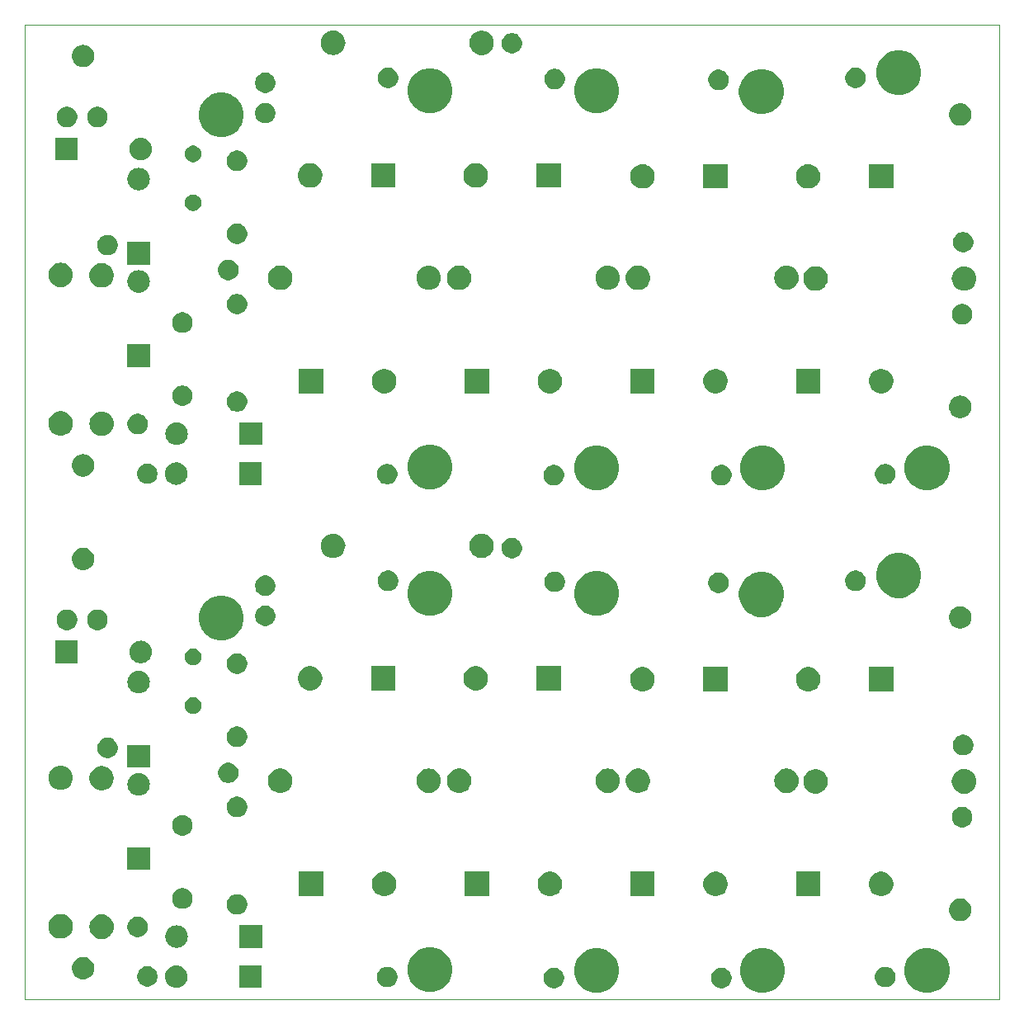
<source format=gbr>
G04 #@! TF.GenerationSoftware,KiCad,Pcbnew,5.1.4-e60b266~84~ubuntu16.04.1*
G04 #@! TF.CreationDate,2019-10-09T11:36:19-05:00*
G04 #@! TF.ProjectId,8cap,38636170-2e6b-4696-9361-645f70636258,rev?*
G04 #@! TF.SameCoordinates,Original*
G04 #@! TF.FileFunction,Soldermask,Bot*
G04 #@! TF.FilePolarity,Negative*
%FSLAX46Y46*%
G04 Gerber Fmt 4.6, Leading zero omitted, Abs format (unit mm)*
G04 Created by KiCad (PCBNEW 5.1.4-e60b266~84~ubuntu16.04.1) date 2019-10-09 11:36:19*
%MOMM*%
%LPD*%
G04 APERTURE LIST*
%ADD10C,0.050000*%
%ADD11C,0.150000*%
G04 APERTURE END LIST*
D10*
X100000000Y-150000000D02*
X100000000Y-50000000D01*
X200000000Y-150000000D02*
X100000000Y-150000000D01*
X200000000Y-50000000D02*
X200000000Y-150000000D01*
X100000000Y-50000000D02*
X200000000Y-50000000D01*
D11*
G36*
X193261304Y-144837002D02*
G01*
X193680139Y-145010489D01*
X193680141Y-145010490D01*
X193869891Y-145137277D01*
X194057082Y-145262354D01*
X194377646Y-145582918D01*
X194629511Y-145959861D01*
X194802998Y-146378696D01*
X194891440Y-146823327D01*
X194891440Y-147276673D01*
X194802998Y-147721304D01*
X194629511Y-148140139D01*
X194377646Y-148517082D01*
X194057082Y-148837646D01*
X193869891Y-148962723D01*
X193680141Y-149089510D01*
X193680140Y-149089511D01*
X193680139Y-149089511D01*
X193261304Y-149262998D01*
X192816673Y-149351440D01*
X192363327Y-149351440D01*
X191918696Y-149262998D01*
X191499861Y-149089511D01*
X191499860Y-149089511D01*
X191499859Y-149089510D01*
X191310109Y-148962723D01*
X191122918Y-148837646D01*
X190802354Y-148517082D01*
X190550489Y-148140139D01*
X190377002Y-147721304D01*
X190288560Y-147276673D01*
X190288560Y-146823327D01*
X190377002Y-146378696D01*
X190550489Y-145959861D01*
X190802354Y-145582918D01*
X191122918Y-145262354D01*
X191310109Y-145137277D01*
X191499859Y-145010490D01*
X191499861Y-145010489D01*
X191918696Y-144837002D01*
X192363327Y-144748560D01*
X192816673Y-144748560D01*
X193261304Y-144837002D01*
X193261304Y-144837002D01*
G37*
G36*
X176361304Y-144837002D02*
G01*
X176780139Y-145010489D01*
X176780141Y-145010490D01*
X176969891Y-145137277D01*
X177157082Y-145262354D01*
X177477646Y-145582918D01*
X177729511Y-145959861D01*
X177902998Y-146378696D01*
X177991440Y-146823327D01*
X177991440Y-147276673D01*
X177902998Y-147721304D01*
X177729511Y-148140139D01*
X177477646Y-148517082D01*
X177157082Y-148837646D01*
X176969891Y-148962723D01*
X176780141Y-149089510D01*
X176780140Y-149089511D01*
X176780139Y-149089511D01*
X176361304Y-149262998D01*
X175916673Y-149351440D01*
X175463327Y-149351440D01*
X175018696Y-149262998D01*
X174599861Y-149089511D01*
X174599860Y-149089511D01*
X174599859Y-149089510D01*
X174410109Y-148962723D01*
X174222918Y-148837646D01*
X173902354Y-148517082D01*
X173650489Y-148140139D01*
X173477002Y-147721304D01*
X173388560Y-147276673D01*
X173388560Y-146823327D01*
X173477002Y-146378696D01*
X173650489Y-145959861D01*
X173902354Y-145582918D01*
X174222918Y-145262354D01*
X174410109Y-145137277D01*
X174599859Y-145010490D01*
X174599861Y-145010489D01*
X175018696Y-144837002D01*
X175463327Y-144748560D01*
X175916673Y-144748560D01*
X176361304Y-144837002D01*
X176361304Y-144837002D01*
G37*
G36*
X159361304Y-144837002D02*
G01*
X159780139Y-145010489D01*
X159780141Y-145010490D01*
X159969891Y-145137277D01*
X160157082Y-145262354D01*
X160477646Y-145582918D01*
X160729511Y-145959861D01*
X160902998Y-146378696D01*
X160991440Y-146823327D01*
X160991440Y-147276673D01*
X160902998Y-147721304D01*
X160729511Y-148140139D01*
X160477646Y-148517082D01*
X160157082Y-148837646D01*
X159969891Y-148962723D01*
X159780141Y-149089510D01*
X159780140Y-149089511D01*
X159780139Y-149089511D01*
X159361304Y-149262998D01*
X158916673Y-149351440D01*
X158463327Y-149351440D01*
X158018696Y-149262998D01*
X157599861Y-149089511D01*
X157599860Y-149089511D01*
X157599859Y-149089510D01*
X157410109Y-148962723D01*
X157222918Y-148837646D01*
X156902354Y-148517082D01*
X156650489Y-148140139D01*
X156477002Y-147721304D01*
X156388560Y-147276673D01*
X156388560Y-146823327D01*
X156477002Y-146378696D01*
X156650489Y-145959861D01*
X156902354Y-145582918D01*
X157222918Y-145262354D01*
X157410109Y-145137277D01*
X157599859Y-145010490D01*
X157599861Y-145010489D01*
X158018696Y-144837002D01*
X158463327Y-144748560D01*
X158916673Y-144748560D01*
X159361304Y-144837002D01*
X159361304Y-144837002D01*
G37*
G36*
X142261304Y-144737002D02*
G01*
X142680139Y-144910489D01*
X142680141Y-144910490D01*
X142829800Y-145010489D01*
X143057082Y-145162354D01*
X143377646Y-145482918D01*
X143629511Y-145859861D01*
X143802998Y-146278696D01*
X143891440Y-146723327D01*
X143891440Y-147176673D01*
X143802998Y-147621304D01*
X143643479Y-148006417D01*
X143629510Y-148040141D01*
X143585226Y-148106416D01*
X143377646Y-148417082D01*
X143057082Y-148737646D01*
X142987190Y-148784346D01*
X142680141Y-148989510D01*
X142680140Y-148989511D01*
X142680139Y-148989511D01*
X142261304Y-149162998D01*
X141816673Y-149251440D01*
X141363327Y-149251440D01*
X140918696Y-149162998D01*
X140499861Y-148989511D01*
X140499860Y-148989511D01*
X140499859Y-148989510D01*
X140192810Y-148784346D01*
X140122918Y-148737646D01*
X139802354Y-148417082D01*
X139594774Y-148106416D01*
X139550490Y-148040141D01*
X139536521Y-148006417D01*
X139377002Y-147621304D01*
X139288560Y-147176673D01*
X139288560Y-146723327D01*
X139377002Y-146278696D01*
X139550489Y-145859861D01*
X139802354Y-145482918D01*
X140122918Y-145162354D01*
X140350200Y-145010489D01*
X140499859Y-144910490D01*
X140499861Y-144910489D01*
X140918696Y-144737002D01*
X141363327Y-144648560D01*
X141816673Y-144648560D01*
X142261304Y-144737002D01*
X142261304Y-144737002D01*
G37*
G36*
X171806416Y-146789879D02*
G01*
X171997592Y-146869067D01*
X171997594Y-146869068D01*
X172169648Y-146984031D01*
X172315969Y-147130352D01*
X172413738Y-147276673D01*
X172430933Y-147302408D01*
X172510121Y-147493584D01*
X172550490Y-147696534D01*
X172550490Y-147903466D01*
X172510121Y-148106416D01*
X172433019Y-148292555D01*
X172430932Y-148297594D01*
X172315969Y-148469648D01*
X172169648Y-148615969D01*
X171997594Y-148730932D01*
X171997593Y-148730933D01*
X171997592Y-148730933D01*
X171806416Y-148810121D01*
X171603466Y-148850490D01*
X171396534Y-148850490D01*
X171193584Y-148810121D01*
X171002408Y-148730933D01*
X171002407Y-148730933D01*
X171002406Y-148730932D01*
X170830352Y-148615969D01*
X170684031Y-148469648D01*
X170569068Y-148297594D01*
X170566981Y-148292555D01*
X170489879Y-148106416D01*
X170449510Y-147903466D01*
X170449510Y-147696534D01*
X170489879Y-147493584D01*
X170569067Y-147302408D01*
X170586263Y-147276673D01*
X170684031Y-147130352D01*
X170830352Y-146984031D01*
X171002406Y-146869068D01*
X171002408Y-146869067D01*
X171193584Y-146789879D01*
X171396534Y-146749510D01*
X171603466Y-146749510D01*
X171806416Y-146789879D01*
X171806416Y-146789879D01*
G37*
G36*
X154606416Y-146789879D02*
G01*
X154797592Y-146869067D01*
X154797594Y-146869068D01*
X154969648Y-146984031D01*
X155115969Y-147130352D01*
X155213738Y-147276673D01*
X155230933Y-147302408D01*
X155310121Y-147493584D01*
X155350490Y-147696534D01*
X155350490Y-147903466D01*
X155310121Y-148106416D01*
X155233019Y-148292555D01*
X155230932Y-148297594D01*
X155115969Y-148469648D01*
X154969648Y-148615969D01*
X154797594Y-148730932D01*
X154797593Y-148730933D01*
X154797592Y-148730933D01*
X154606416Y-148810121D01*
X154403466Y-148850490D01*
X154196534Y-148850490D01*
X153993584Y-148810121D01*
X153802408Y-148730933D01*
X153802407Y-148730933D01*
X153802406Y-148730932D01*
X153630352Y-148615969D01*
X153484031Y-148469648D01*
X153369068Y-148297594D01*
X153366981Y-148292555D01*
X153289879Y-148106416D01*
X153249510Y-147903466D01*
X153249510Y-147696534D01*
X153289879Y-147493584D01*
X153369067Y-147302408D01*
X153386263Y-147276673D01*
X153484031Y-147130352D01*
X153630352Y-146984031D01*
X153802406Y-146869068D01*
X153802408Y-146869067D01*
X153993584Y-146789879D01*
X154196534Y-146749510D01*
X154403466Y-146749510D01*
X154606416Y-146789879D01*
X154606416Y-146789879D01*
G37*
G36*
X124341000Y-148801000D02*
G01*
X122039000Y-148801000D01*
X122039000Y-146499000D01*
X124341000Y-146499000D01*
X124341000Y-148801000D01*
X124341000Y-148801000D01*
G37*
G36*
X115739271Y-146510103D02*
G01*
X115795635Y-146515654D01*
X116012600Y-146581470D01*
X116012602Y-146581471D01*
X116212555Y-146688347D01*
X116387818Y-146832182D01*
X116531653Y-147007445D01*
X116622106Y-147176672D01*
X116638530Y-147207400D01*
X116704346Y-147424365D01*
X116726569Y-147650000D01*
X116704346Y-147875635D01*
X116664674Y-148006416D01*
X116638529Y-148092602D01*
X116531653Y-148292555D01*
X116387818Y-148467818D01*
X116212555Y-148611653D01*
X116046351Y-148700490D01*
X116012600Y-148718530D01*
X115795635Y-148784346D01*
X115739271Y-148789897D01*
X115626545Y-148801000D01*
X115513455Y-148801000D01*
X115400729Y-148789897D01*
X115344365Y-148784346D01*
X115127400Y-148718530D01*
X115093649Y-148700490D01*
X114927445Y-148611653D01*
X114752182Y-148467818D01*
X114608347Y-148292555D01*
X114501471Y-148092602D01*
X114475327Y-148006416D01*
X114435654Y-147875635D01*
X114413431Y-147650000D01*
X114435654Y-147424365D01*
X114501470Y-147207400D01*
X114517894Y-147176672D01*
X114608347Y-147007445D01*
X114752182Y-146832182D01*
X114927445Y-146688347D01*
X115127398Y-146581471D01*
X115127400Y-146581470D01*
X115344365Y-146515654D01*
X115400729Y-146510103D01*
X115513455Y-146499000D01*
X115626545Y-146499000D01*
X115739271Y-146510103D01*
X115739271Y-146510103D01*
G37*
G36*
X137506416Y-146689879D02*
G01*
X137650377Y-146749510D01*
X137697594Y-146769068D01*
X137869648Y-146884031D01*
X138015969Y-147030352D01*
X138113738Y-147176673D01*
X138130933Y-147202408D01*
X138210121Y-147393584D01*
X138250490Y-147596534D01*
X138250490Y-147803466D01*
X138210121Y-148006416D01*
X138151643Y-148147594D01*
X138130932Y-148197594D01*
X138015969Y-148369648D01*
X137869648Y-148515969D01*
X137697594Y-148630932D01*
X137697593Y-148630933D01*
X137697592Y-148630933D01*
X137506416Y-148710121D01*
X137303466Y-148750490D01*
X137096534Y-148750490D01*
X136893584Y-148710121D01*
X136702408Y-148630933D01*
X136702407Y-148630933D01*
X136702406Y-148630932D01*
X136530352Y-148515969D01*
X136384031Y-148369648D01*
X136269068Y-148197594D01*
X136248357Y-148147594D01*
X136189879Y-148006416D01*
X136149510Y-147803466D01*
X136149510Y-147596534D01*
X136189879Y-147393584D01*
X136269067Y-147202408D01*
X136286263Y-147176673D01*
X136384031Y-147030352D01*
X136530352Y-146884031D01*
X136702406Y-146769068D01*
X136749623Y-146749510D01*
X136893584Y-146689879D01*
X137096534Y-146649510D01*
X137303466Y-146649510D01*
X137506416Y-146689879D01*
X137506416Y-146689879D01*
G37*
G36*
X188606416Y-146689879D02*
G01*
X188750377Y-146749510D01*
X188797594Y-146769068D01*
X188969648Y-146884031D01*
X189115969Y-147030352D01*
X189213738Y-147176673D01*
X189230933Y-147202408D01*
X189310121Y-147393584D01*
X189350490Y-147596534D01*
X189350490Y-147803466D01*
X189310121Y-148006416D01*
X189251643Y-148147594D01*
X189230932Y-148197594D01*
X189115969Y-148369648D01*
X188969648Y-148515969D01*
X188797594Y-148630932D01*
X188797593Y-148630933D01*
X188797592Y-148630933D01*
X188606416Y-148710121D01*
X188403466Y-148750490D01*
X188196534Y-148750490D01*
X187993584Y-148710121D01*
X187802408Y-148630933D01*
X187802407Y-148630933D01*
X187802406Y-148630932D01*
X187630352Y-148515969D01*
X187484031Y-148369648D01*
X187369068Y-148197594D01*
X187348357Y-148147594D01*
X187289879Y-148006416D01*
X187249510Y-147803466D01*
X187249510Y-147596534D01*
X187289879Y-147393584D01*
X187369067Y-147202408D01*
X187386263Y-147176673D01*
X187484031Y-147030352D01*
X187630352Y-146884031D01*
X187802406Y-146769068D01*
X187849623Y-146749510D01*
X187993584Y-146689879D01*
X188196534Y-146649510D01*
X188403466Y-146649510D01*
X188606416Y-146689879D01*
X188606416Y-146689879D01*
G37*
G36*
X112896416Y-146639879D02*
G01*
X113087592Y-146719067D01*
X113087594Y-146719068D01*
X113162424Y-146769068D01*
X113259648Y-146834031D01*
X113405969Y-146980352D01*
X113520933Y-147152408D01*
X113600121Y-147343584D01*
X113640490Y-147546534D01*
X113640490Y-147753466D01*
X113600121Y-147956416D01*
X113537988Y-148106417D01*
X113520932Y-148147594D01*
X113405969Y-148319648D01*
X113259648Y-148465969D01*
X113087594Y-148580932D01*
X113087593Y-148580933D01*
X113087592Y-148580933D01*
X112896416Y-148660121D01*
X112693466Y-148700490D01*
X112486534Y-148700490D01*
X112283584Y-148660121D01*
X112092408Y-148580933D01*
X112092407Y-148580933D01*
X112092406Y-148580932D01*
X111920352Y-148465969D01*
X111774031Y-148319648D01*
X111659068Y-148147594D01*
X111642012Y-148106417D01*
X111579879Y-147956416D01*
X111539510Y-147753466D01*
X111539510Y-147546534D01*
X111579879Y-147343584D01*
X111659067Y-147152408D01*
X111774031Y-146980352D01*
X111920352Y-146834031D01*
X112017576Y-146769068D01*
X112092406Y-146719068D01*
X112092408Y-146719067D01*
X112283584Y-146639879D01*
X112486534Y-146599510D01*
X112693466Y-146599510D01*
X112896416Y-146639879D01*
X112896416Y-146639879D01*
G37*
G36*
X106224549Y-145671116D02*
G01*
X106335734Y-145693232D01*
X106545203Y-145779997D01*
X106733720Y-145905960D01*
X106894040Y-146066280D01*
X107020003Y-146254797D01*
X107020004Y-146254799D01*
X107106768Y-146464267D01*
X107141700Y-146639879D01*
X107151000Y-146686636D01*
X107151000Y-146913364D01*
X107106768Y-147135734D01*
X107020003Y-147345203D01*
X106894040Y-147533720D01*
X106733720Y-147694040D01*
X106545203Y-147820003D01*
X106335734Y-147906768D01*
X106224549Y-147928884D01*
X106113365Y-147951000D01*
X105886635Y-147951000D01*
X105775451Y-147928884D01*
X105664266Y-147906768D01*
X105454797Y-147820003D01*
X105266280Y-147694040D01*
X105105960Y-147533720D01*
X104979997Y-147345203D01*
X104893232Y-147135734D01*
X104849000Y-146913364D01*
X104849000Y-146686636D01*
X104858301Y-146639879D01*
X104893232Y-146464267D01*
X104979996Y-146254799D01*
X104979997Y-146254797D01*
X105105960Y-146066280D01*
X105266280Y-145905960D01*
X105454797Y-145779997D01*
X105664266Y-145693232D01*
X105775451Y-145671116D01*
X105886635Y-145649000D01*
X106113365Y-145649000D01*
X106224549Y-145671116D01*
X106224549Y-145671116D01*
G37*
G36*
X115759271Y-142410103D02*
G01*
X115815635Y-142415654D01*
X116032600Y-142481470D01*
X116032602Y-142481471D01*
X116232555Y-142588347D01*
X116407818Y-142732182D01*
X116551653Y-142907445D01*
X116626562Y-143047592D01*
X116658530Y-143107400D01*
X116724346Y-143324365D01*
X116746569Y-143550000D01*
X116724346Y-143775634D01*
X116658529Y-143992602D01*
X116551653Y-144192555D01*
X116407818Y-144367818D01*
X116232555Y-144511653D01*
X116032602Y-144618529D01*
X116032600Y-144618530D01*
X115815635Y-144684346D01*
X115759271Y-144689897D01*
X115646545Y-144701000D01*
X115533455Y-144701000D01*
X115420729Y-144689897D01*
X115364365Y-144684346D01*
X115147400Y-144618530D01*
X115147398Y-144618529D01*
X114947445Y-144511653D01*
X114772182Y-144367818D01*
X114628347Y-144192555D01*
X114521471Y-143992602D01*
X114455654Y-143775634D01*
X114433431Y-143550000D01*
X114455654Y-143324365D01*
X114521470Y-143107400D01*
X114553438Y-143047592D01*
X114628347Y-142907445D01*
X114772182Y-142732182D01*
X114947445Y-142588347D01*
X115147398Y-142481471D01*
X115147400Y-142481470D01*
X115364365Y-142415654D01*
X115420729Y-142410103D01*
X115533455Y-142399000D01*
X115646545Y-142399000D01*
X115759271Y-142410103D01*
X115759271Y-142410103D01*
G37*
G36*
X124361000Y-144701000D02*
G01*
X122059000Y-144701000D01*
X122059000Y-142399000D01*
X124361000Y-142399000D01*
X124361000Y-144701000D01*
X124361000Y-144701000D01*
G37*
G36*
X108145239Y-141307101D02*
G01*
X108381053Y-141378634D01*
X108598381Y-141494799D01*
X108788871Y-141651129D01*
X108945201Y-141841619D01*
X109061366Y-142058947D01*
X109132899Y-142294761D01*
X109157053Y-142540000D01*
X109132899Y-142785239D01*
X109061366Y-143021053D01*
X108945201Y-143238381D01*
X108788871Y-143428871D01*
X108598381Y-143585201D01*
X108381053Y-143701366D01*
X108145239Y-143772899D01*
X107961457Y-143791000D01*
X107838543Y-143791000D01*
X107654761Y-143772899D01*
X107418947Y-143701366D01*
X107201619Y-143585201D01*
X107011129Y-143428871D01*
X106854799Y-143238381D01*
X106738634Y-143021053D01*
X106667101Y-142785239D01*
X106642947Y-142540000D01*
X106667101Y-142294761D01*
X106738634Y-142058947D01*
X106854799Y-141841619D01*
X107011129Y-141651129D01*
X107201619Y-141494799D01*
X107418947Y-141378634D01*
X107654761Y-141307101D01*
X107838543Y-141289000D01*
X107961457Y-141289000D01*
X108145239Y-141307101D01*
X108145239Y-141307101D01*
G37*
G36*
X104054903Y-141297075D02*
G01*
X104251805Y-141378634D01*
X104282571Y-141391378D01*
X104487466Y-141528285D01*
X104661715Y-141702534D01*
X104798180Y-141906768D01*
X104798623Y-141907431D01*
X104892925Y-142135097D01*
X104941000Y-142376786D01*
X104941000Y-142623214D01*
X104892925Y-142864903D01*
X104828245Y-143021056D01*
X104798622Y-143092571D01*
X104661715Y-143297466D01*
X104487466Y-143471715D01*
X104282571Y-143608622D01*
X104282570Y-143608623D01*
X104282569Y-143608623D01*
X104054903Y-143702925D01*
X103813214Y-143751000D01*
X103566786Y-143751000D01*
X103325097Y-143702925D01*
X103097431Y-143608623D01*
X103097430Y-143608623D01*
X103097429Y-143608622D01*
X102892534Y-143471715D01*
X102718285Y-143297466D01*
X102581378Y-143092571D01*
X102551756Y-143021056D01*
X102487075Y-142864903D01*
X102439000Y-142623214D01*
X102439000Y-142376786D01*
X102487075Y-142135097D01*
X102581377Y-141907431D01*
X102581820Y-141906768D01*
X102718285Y-141702534D01*
X102892534Y-141528285D01*
X103097429Y-141391378D01*
X103128196Y-141378634D01*
X103325097Y-141297075D01*
X103566786Y-141249000D01*
X103813214Y-141249000D01*
X104054903Y-141297075D01*
X104054903Y-141297075D01*
G37*
G36*
X111906416Y-141539879D02*
G01*
X112097592Y-141619067D01*
X112097594Y-141619068D01*
X112269648Y-141734031D01*
X112415969Y-141880352D01*
X112463175Y-141951000D01*
X112530933Y-142052408D01*
X112610121Y-142243584D01*
X112650490Y-142446534D01*
X112650490Y-142653466D01*
X112610121Y-142856416D01*
X112530933Y-143047592D01*
X112530932Y-143047594D01*
X112415969Y-143219648D01*
X112269648Y-143365969D01*
X112097594Y-143480932D01*
X112097593Y-143480933D01*
X112097592Y-143480933D01*
X111906416Y-143560121D01*
X111703466Y-143600490D01*
X111496534Y-143600490D01*
X111293584Y-143560121D01*
X111102408Y-143480933D01*
X111102407Y-143480933D01*
X111102406Y-143480932D01*
X110930352Y-143365969D01*
X110784031Y-143219648D01*
X110669068Y-143047594D01*
X110669067Y-143047592D01*
X110589879Y-142856416D01*
X110549510Y-142653466D01*
X110549510Y-142446534D01*
X110589879Y-142243584D01*
X110669067Y-142052408D01*
X110736826Y-141951000D01*
X110784031Y-141880352D01*
X110930352Y-141734031D01*
X111102406Y-141619068D01*
X111102408Y-141619067D01*
X111293584Y-141539879D01*
X111496534Y-141499510D01*
X111703466Y-141499510D01*
X111906416Y-141539879D01*
X111906416Y-141539879D01*
G37*
G36*
X196224549Y-139671116D02*
G01*
X196335734Y-139693232D01*
X196545203Y-139779997D01*
X196733720Y-139905960D01*
X196894040Y-140066280D01*
X197020003Y-140254797D01*
X197106768Y-140464266D01*
X197125127Y-140556564D01*
X197151000Y-140686635D01*
X197151000Y-140913365D01*
X197128884Y-141024549D01*
X197106768Y-141135734D01*
X197020003Y-141345203D01*
X196894040Y-141533720D01*
X196733720Y-141694040D01*
X196545203Y-141820003D01*
X196335734Y-141906768D01*
X196224549Y-141928884D01*
X196113365Y-141951000D01*
X195886635Y-141951000D01*
X195775451Y-141928884D01*
X195664266Y-141906768D01*
X195454797Y-141820003D01*
X195266280Y-141694040D01*
X195105960Y-141533720D01*
X194979997Y-141345203D01*
X194893232Y-141135734D01*
X194871116Y-141024549D01*
X194849000Y-140913365D01*
X194849000Y-140686635D01*
X194874873Y-140556564D01*
X194893232Y-140464266D01*
X194979997Y-140254797D01*
X195105960Y-140066280D01*
X195266280Y-139905960D01*
X195454797Y-139779997D01*
X195664266Y-139693232D01*
X195775451Y-139671116D01*
X195886635Y-139649000D01*
X196113365Y-139649000D01*
X196224549Y-139671116D01*
X196224549Y-139671116D01*
G37*
G36*
X122096564Y-139239389D02*
G01*
X122287833Y-139318615D01*
X122287835Y-139318616D01*
X122339182Y-139352925D01*
X122459973Y-139433635D01*
X122606365Y-139580027D01*
X122721385Y-139752167D01*
X122800611Y-139943436D01*
X122841000Y-140146484D01*
X122841000Y-140353516D01*
X122800611Y-140556564D01*
X122740784Y-140701000D01*
X122721384Y-140747835D01*
X122606365Y-140919973D01*
X122459973Y-141066365D01*
X122287835Y-141181384D01*
X122287834Y-141181385D01*
X122287833Y-141181385D01*
X122096564Y-141260611D01*
X121893516Y-141301000D01*
X121686484Y-141301000D01*
X121483436Y-141260611D01*
X121292167Y-141181385D01*
X121292166Y-141181385D01*
X121292165Y-141181384D01*
X121120027Y-141066365D01*
X120973635Y-140919973D01*
X120858616Y-140747835D01*
X120839216Y-140701000D01*
X120779389Y-140556564D01*
X120739000Y-140353516D01*
X120739000Y-140146484D01*
X120779389Y-139943436D01*
X120858615Y-139752167D01*
X120973635Y-139580027D01*
X121120027Y-139433635D01*
X121240818Y-139352925D01*
X121292165Y-139318616D01*
X121292167Y-139318615D01*
X121483436Y-139239389D01*
X121686484Y-139199000D01*
X121893516Y-139199000D01*
X122096564Y-139239389D01*
X122096564Y-139239389D01*
G37*
G36*
X116496564Y-138639389D02*
G01*
X116687833Y-138718615D01*
X116687835Y-138718616D01*
X116859973Y-138833635D01*
X117006365Y-138980027D01*
X117101039Y-139121716D01*
X117121385Y-139152167D01*
X117200611Y-139343436D01*
X117241000Y-139546484D01*
X117241000Y-139753516D01*
X117200611Y-139956564D01*
X117155165Y-140066280D01*
X117121384Y-140147835D01*
X117006365Y-140319973D01*
X116859973Y-140466365D01*
X116687835Y-140581384D01*
X116687834Y-140581385D01*
X116687833Y-140581385D01*
X116496564Y-140660611D01*
X116293516Y-140701000D01*
X116086484Y-140701000D01*
X115883436Y-140660611D01*
X115692167Y-140581385D01*
X115692166Y-140581385D01*
X115692165Y-140581384D01*
X115520027Y-140466365D01*
X115373635Y-140319973D01*
X115258616Y-140147835D01*
X115224835Y-140066280D01*
X115179389Y-139956564D01*
X115139000Y-139753516D01*
X115139000Y-139546484D01*
X115179389Y-139343436D01*
X115258615Y-139152167D01*
X115278962Y-139121716D01*
X115373635Y-138980027D01*
X115520027Y-138833635D01*
X115692165Y-138718616D01*
X115692167Y-138718615D01*
X115883436Y-138639389D01*
X116086484Y-138599000D01*
X116293516Y-138599000D01*
X116496564Y-138639389D01*
X116496564Y-138639389D01*
G37*
G36*
X164641000Y-139401000D02*
G01*
X162139000Y-139401000D01*
X162139000Y-136899000D01*
X164641000Y-136899000D01*
X164641000Y-139401000D01*
X164641000Y-139401000D01*
G37*
G36*
X171254903Y-136947075D02*
G01*
X171482571Y-137041378D01*
X171687466Y-137178285D01*
X171861715Y-137352534D01*
X171861716Y-137352536D01*
X171998623Y-137557431D01*
X172092925Y-137785097D01*
X172141000Y-138026786D01*
X172141000Y-138273214D01*
X172092925Y-138514903D01*
X172008545Y-138718616D01*
X171998622Y-138742571D01*
X171861715Y-138947466D01*
X171687466Y-139121715D01*
X171482571Y-139258622D01*
X171482570Y-139258623D01*
X171482569Y-139258623D01*
X171254903Y-139352925D01*
X171013214Y-139401000D01*
X170766786Y-139401000D01*
X170525097Y-139352925D01*
X170297431Y-139258623D01*
X170297430Y-139258623D01*
X170297429Y-139258622D01*
X170092534Y-139121715D01*
X169918285Y-138947466D01*
X169781378Y-138742571D01*
X169771456Y-138718616D01*
X169687075Y-138514903D01*
X169639000Y-138273214D01*
X169639000Y-138026786D01*
X169687075Y-137785097D01*
X169781377Y-137557431D01*
X169918284Y-137352536D01*
X169918285Y-137352534D01*
X170092534Y-137178285D01*
X170297429Y-137041378D01*
X170525097Y-136947075D01*
X170766786Y-136899000D01*
X171013214Y-136899000D01*
X171254903Y-136947075D01*
X171254903Y-136947075D01*
G37*
G36*
X137254903Y-136947075D02*
G01*
X137482571Y-137041378D01*
X137687466Y-137178285D01*
X137861715Y-137352534D01*
X137861716Y-137352536D01*
X137998623Y-137557431D01*
X138092925Y-137785097D01*
X138141000Y-138026786D01*
X138141000Y-138273214D01*
X138092925Y-138514903D01*
X138008545Y-138718616D01*
X137998622Y-138742571D01*
X137861715Y-138947466D01*
X137687466Y-139121715D01*
X137482571Y-139258622D01*
X137482570Y-139258623D01*
X137482569Y-139258623D01*
X137254903Y-139352925D01*
X137013214Y-139401000D01*
X136766786Y-139401000D01*
X136525097Y-139352925D01*
X136297431Y-139258623D01*
X136297430Y-139258623D01*
X136297429Y-139258622D01*
X136092534Y-139121715D01*
X135918285Y-138947466D01*
X135781378Y-138742571D01*
X135771456Y-138718616D01*
X135687075Y-138514903D01*
X135639000Y-138273214D01*
X135639000Y-138026786D01*
X135687075Y-137785097D01*
X135781377Y-137557431D01*
X135918284Y-137352536D01*
X135918285Y-137352534D01*
X136092534Y-137178285D01*
X136297429Y-137041378D01*
X136525097Y-136947075D01*
X136766786Y-136899000D01*
X137013214Y-136899000D01*
X137254903Y-136947075D01*
X137254903Y-136947075D01*
G37*
G36*
X130641000Y-139401000D02*
G01*
X128139000Y-139401000D01*
X128139000Y-136899000D01*
X130641000Y-136899000D01*
X130641000Y-139401000D01*
X130641000Y-139401000D01*
G37*
G36*
X147641000Y-139401000D02*
G01*
X145139000Y-139401000D01*
X145139000Y-136899000D01*
X147641000Y-136899000D01*
X147641000Y-139401000D01*
X147641000Y-139401000D01*
G37*
G36*
X181641000Y-139401000D02*
G01*
X179139000Y-139401000D01*
X179139000Y-136899000D01*
X181641000Y-136899000D01*
X181641000Y-139401000D01*
X181641000Y-139401000D01*
G37*
G36*
X188254903Y-136947075D02*
G01*
X188482571Y-137041378D01*
X188687466Y-137178285D01*
X188861715Y-137352534D01*
X188861716Y-137352536D01*
X188998623Y-137557431D01*
X189092925Y-137785097D01*
X189141000Y-138026786D01*
X189141000Y-138273214D01*
X189092925Y-138514903D01*
X189008545Y-138718616D01*
X188998622Y-138742571D01*
X188861715Y-138947466D01*
X188687466Y-139121715D01*
X188482571Y-139258622D01*
X188482570Y-139258623D01*
X188482569Y-139258623D01*
X188254903Y-139352925D01*
X188013214Y-139401000D01*
X187766786Y-139401000D01*
X187525097Y-139352925D01*
X187297431Y-139258623D01*
X187297430Y-139258623D01*
X187297429Y-139258622D01*
X187092534Y-139121715D01*
X186918285Y-138947466D01*
X186781378Y-138742571D01*
X186771456Y-138718616D01*
X186687075Y-138514903D01*
X186639000Y-138273214D01*
X186639000Y-138026786D01*
X186687075Y-137785097D01*
X186781377Y-137557431D01*
X186918284Y-137352536D01*
X186918285Y-137352534D01*
X187092534Y-137178285D01*
X187297429Y-137041378D01*
X187525097Y-136947075D01*
X187766786Y-136899000D01*
X188013214Y-136899000D01*
X188254903Y-136947075D01*
X188254903Y-136947075D01*
G37*
G36*
X154254903Y-136947075D02*
G01*
X154482571Y-137041378D01*
X154687466Y-137178285D01*
X154861715Y-137352534D01*
X154861716Y-137352536D01*
X154998623Y-137557431D01*
X155092925Y-137785097D01*
X155141000Y-138026786D01*
X155141000Y-138273214D01*
X155092925Y-138514903D01*
X155008545Y-138718616D01*
X154998622Y-138742571D01*
X154861715Y-138947466D01*
X154687466Y-139121715D01*
X154482571Y-139258622D01*
X154482570Y-139258623D01*
X154482569Y-139258623D01*
X154254903Y-139352925D01*
X154013214Y-139401000D01*
X153766786Y-139401000D01*
X153525097Y-139352925D01*
X153297431Y-139258623D01*
X153297430Y-139258623D01*
X153297429Y-139258622D01*
X153092534Y-139121715D01*
X152918285Y-138947466D01*
X152781378Y-138742571D01*
X152771456Y-138718616D01*
X152687075Y-138514903D01*
X152639000Y-138273214D01*
X152639000Y-138026786D01*
X152687075Y-137785097D01*
X152781377Y-137557431D01*
X152918284Y-137352536D01*
X152918285Y-137352534D01*
X153092534Y-137178285D01*
X153297429Y-137041378D01*
X153525097Y-136947075D01*
X153766786Y-136899000D01*
X154013214Y-136899000D01*
X154254903Y-136947075D01*
X154254903Y-136947075D01*
G37*
G36*
X112841000Y-136701000D02*
G01*
X110539000Y-136701000D01*
X110539000Y-134399000D01*
X112841000Y-134399000D01*
X112841000Y-136701000D01*
X112841000Y-136701000D01*
G37*
G36*
X116496564Y-131139389D02*
G01*
X116634529Y-131196536D01*
X116687835Y-131218616D01*
X116750683Y-131260610D01*
X116859973Y-131333635D01*
X117006365Y-131480027D01*
X117121385Y-131652167D01*
X117200611Y-131843436D01*
X117241000Y-132046484D01*
X117241000Y-132253516D01*
X117200611Y-132456564D01*
X117121385Y-132647833D01*
X117121384Y-132647835D01*
X117006365Y-132819973D01*
X116859973Y-132966365D01*
X116687835Y-133081384D01*
X116687834Y-133081385D01*
X116687833Y-133081385D01*
X116496564Y-133160611D01*
X116293516Y-133201000D01*
X116086484Y-133201000D01*
X115883436Y-133160611D01*
X115692167Y-133081385D01*
X115692166Y-133081385D01*
X115692165Y-133081384D01*
X115520027Y-132966365D01*
X115373635Y-132819973D01*
X115258616Y-132647835D01*
X115258615Y-132647833D01*
X115179389Y-132456564D01*
X115139000Y-132253516D01*
X115139000Y-132046484D01*
X115179389Y-131843436D01*
X115258615Y-131652167D01*
X115373635Y-131480027D01*
X115520027Y-131333635D01*
X115629317Y-131260610D01*
X115692165Y-131218616D01*
X115745471Y-131196536D01*
X115883436Y-131139389D01*
X116086484Y-131099000D01*
X116293516Y-131099000D01*
X116496564Y-131139389D01*
X116496564Y-131139389D01*
G37*
G36*
X196506416Y-130289879D02*
G01*
X196697592Y-130369067D01*
X196697594Y-130369068D01*
X196869648Y-130484031D01*
X197015969Y-130630352D01*
X197130933Y-130802408D01*
X197210121Y-130993584D01*
X197250490Y-131196534D01*
X197250490Y-131403466D01*
X197210121Y-131606416D01*
X197191171Y-131652165D01*
X197130932Y-131797594D01*
X197015969Y-131969648D01*
X196869648Y-132115969D01*
X196697594Y-132230932D01*
X196697593Y-132230933D01*
X196697592Y-132230933D01*
X196506416Y-132310121D01*
X196303466Y-132350490D01*
X196096534Y-132350490D01*
X195893584Y-132310121D01*
X195702408Y-132230933D01*
X195702407Y-132230933D01*
X195702406Y-132230932D01*
X195530352Y-132115969D01*
X195384031Y-131969648D01*
X195269068Y-131797594D01*
X195208829Y-131652165D01*
X195189879Y-131606416D01*
X195149510Y-131403466D01*
X195149510Y-131196534D01*
X195189879Y-130993584D01*
X195269067Y-130802408D01*
X195384031Y-130630352D01*
X195530352Y-130484031D01*
X195702406Y-130369068D01*
X195702408Y-130369067D01*
X195893584Y-130289879D01*
X196096534Y-130249510D01*
X196303466Y-130249510D01*
X196506416Y-130289879D01*
X196506416Y-130289879D01*
G37*
G36*
X122096564Y-129239389D02*
G01*
X122287833Y-129318615D01*
X122287835Y-129318616D01*
X122459973Y-129433635D01*
X122606365Y-129580027D01*
X122721385Y-129752167D01*
X122800611Y-129943436D01*
X122841000Y-130146484D01*
X122841000Y-130353516D01*
X122800611Y-130556564D01*
X122770047Y-130630352D01*
X122721384Y-130747835D01*
X122606365Y-130919973D01*
X122459973Y-131066365D01*
X122287835Y-131181384D01*
X122287834Y-131181385D01*
X122287833Y-131181385D01*
X122096564Y-131260611D01*
X121893516Y-131301000D01*
X121686484Y-131301000D01*
X121483436Y-131260611D01*
X121292167Y-131181385D01*
X121292166Y-131181385D01*
X121292165Y-131181384D01*
X121120027Y-131066365D01*
X120973635Y-130919973D01*
X120858616Y-130747835D01*
X120809953Y-130630352D01*
X120779389Y-130556564D01*
X120739000Y-130353516D01*
X120739000Y-130146484D01*
X120779389Y-129943436D01*
X120858615Y-129752167D01*
X120973635Y-129580027D01*
X121120027Y-129433635D01*
X121292165Y-129318616D01*
X121292167Y-129318615D01*
X121483436Y-129239389D01*
X121686484Y-129199000D01*
X121893516Y-129199000D01*
X122096564Y-129239389D01*
X122096564Y-129239389D01*
G37*
G36*
X111859271Y-126790103D02*
G01*
X111915635Y-126795654D01*
X112132600Y-126861470D01*
X112132602Y-126861471D01*
X112332555Y-126968347D01*
X112507818Y-127112182D01*
X112651653Y-127287445D01*
X112731477Y-127436787D01*
X112758530Y-127487400D01*
X112824346Y-127704365D01*
X112846569Y-127930000D01*
X112824346Y-128155635D01*
X112763121Y-128357466D01*
X112758529Y-128372602D01*
X112651653Y-128572555D01*
X112507818Y-128747818D01*
X112332555Y-128891653D01*
X112132602Y-128998529D01*
X112132600Y-128998530D01*
X111915635Y-129064346D01*
X111859271Y-129069897D01*
X111746545Y-129081000D01*
X111633455Y-129081000D01*
X111520729Y-129069897D01*
X111464365Y-129064346D01*
X111247400Y-128998530D01*
X111247398Y-128998529D01*
X111047445Y-128891653D01*
X110872182Y-128747818D01*
X110728347Y-128572555D01*
X110621471Y-128372602D01*
X110616880Y-128357466D01*
X110555654Y-128155635D01*
X110533431Y-127930000D01*
X110555654Y-127704365D01*
X110621470Y-127487400D01*
X110648523Y-127436787D01*
X110728347Y-127287445D01*
X110872182Y-127112182D01*
X111047445Y-126968347D01*
X111247398Y-126861471D01*
X111247400Y-126861470D01*
X111464365Y-126795654D01*
X111520729Y-126790103D01*
X111633455Y-126779000D01*
X111746545Y-126779000D01*
X111859271Y-126790103D01*
X111859271Y-126790103D01*
G37*
G36*
X181514903Y-126427075D02*
G01*
X181697083Y-126502536D01*
X181742571Y-126521378D01*
X181947466Y-126658285D01*
X182121715Y-126832534D01*
X182243477Y-127014763D01*
X182258623Y-127037431D01*
X182352925Y-127265097D01*
X182401000Y-127506786D01*
X182401000Y-127753214D01*
X182352925Y-127994903D01*
X182289150Y-128148871D01*
X182258622Y-128222571D01*
X182121715Y-128427466D01*
X181947466Y-128601715D01*
X181742571Y-128738622D01*
X181742570Y-128738623D01*
X181742569Y-128738623D01*
X181514903Y-128832925D01*
X181273214Y-128881000D01*
X181026786Y-128881000D01*
X180785097Y-128832925D01*
X180557431Y-128738623D01*
X180557430Y-128738623D01*
X180557429Y-128738622D01*
X180352534Y-128601715D01*
X180178285Y-128427466D01*
X180041378Y-128222571D01*
X180010851Y-128148871D01*
X179947075Y-127994903D01*
X179899000Y-127753214D01*
X179899000Y-127506786D01*
X179947075Y-127265097D01*
X180041377Y-127037431D01*
X180056523Y-127014763D01*
X180178285Y-126832534D01*
X180352534Y-126658285D01*
X180557429Y-126521378D01*
X180602918Y-126502536D01*
X180785097Y-126427075D01*
X181026786Y-126379000D01*
X181273214Y-126379000D01*
X181514903Y-126427075D01*
X181514903Y-126427075D01*
G37*
G36*
X196635239Y-126397101D02*
G01*
X196871053Y-126468634D01*
X197088381Y-126584799D01*
X197278871Y-126741129D01*
X197435201Y-126931619D01*
X197551366Y-127148947D01*
X197622899Y-127384761D01*
X197647053Y-127630000D01*
X197622899Y-127875239D01*
X197551366Y-128111053D01*
X197435201Y-128328381D01*
X197278871Y-128518871D01*
X197088381Y-128675201D01*
X196871053Y-128791366D01*
X196635239Y-128862899D01*
X196451457Y-128881000D01*
X196328543Y-128881000D01*
X196144761Y-128862899D01*
X195908947Y-128791366D01*
X195691619Y-128675201D01*
X195501129Y-128518871D01*
X195344799Y-128328381D01*
X195228634Y-128111053D01*
X195157101Y-127875239D01*
X195132947Y-127630000D01*
X195157101Y-127384761D01*
X195228634Y-127148947D01*
X195344799Y-126931619D01*
X195501129Y-126741129D01*
X195691619Y-126584799D01*
X195908947Y-126468634D01*
X196144761Y-126397101D01*
X196328543Y-126379000D01*
X196451457Y-126379000D01*
X196635239Y-126397101D01*
X196635239Y-126397101D01*
G37*
G36*
X126584903Y-126357075D02*
G01*
X126793753Y-126443583D01*
X126812571Y-126451378D01*
X127017466Y-126588285D01*
X127191715Y-126762534D01*
X127257922Y-126861620D01*
X127328623Y-126967431D01*
X127422925Y-127195097D01*
X127471000Y-127436786D01*
X127471000Y-127683214D01*
X127459495Y-127741053D01*
X127422925Y-127924903D01*
X127328622Y-128152571D01*
X127191715Y-128357466D01*
X127017466Y-128531715D01*
X126812571Y-128668622D01*
X126812570Y-128668623D01*
X126812569Y-128668623D01*
X126584903Y-128762925D01*
X126343214Y-128811000D01*
X126096786Y-128811000D01*
X125855097Y-128762925D01*
X125627431Y-128668623D01*
X125627430Y-128668623D01*
X125627429Y-128668622D01*
X125422534Y-128531715D01*
X125248285Y-128357466D01*
X125111378Y-128152571D01*
X125017075Y-127924903D01*
X124980505Y-127741053D01*
X124969000Y-127683214D01*
X124969000Y-127436786D01*
X125017075Y-127195097D01*
X125111377Y-126967431D01*
X125182078Y-126861620D01*
X125248285Y-126762534D01*
X125422534Y-126588285D01*
X125627429Y-126451378D01*
X125646248Y-126443583D01*
X125855097Y-126357075D01*
X126096786Y-126309000D01*
X126343214Y-126309000D01*
X126584903Y-126357075D01*
X126584903Y-126357075D01*
G37*
G36*
X141705239Y-126327101D02*
G01*
X141941053Y-126398634D01*
X142158381Y-126514799D01*
X142348871Y-126671129D01*
X142505201Y-126861619D01*
X142621366Y-127078947D01*
X142692899Y-127314761D01*
X142717053Y-127560000D01*
X142692899Y-127805239D01*
X142621366Y-128041053D01*
X142505201Y-128258381D01*
X142348871Y-128448871D01*
X142158381Y-128605201D01*
X141941053Y-128721366D01*
X141705239Y-128792899D01*
X141521457Y-128811000D01*
X141398543Y-128811000D01*
X141214761Y-128792899D01*
X140978947Y-128721366D01*
X140761619Y-128605201D01*
X140571129Y-128448871D01*
X140414799Y-128258381D01*
X140298634Y-128041053D01*
X140227101Y-127805239D01*
X140202947Y-127560000D01*
X140227101Y-127314761D01*
X140298634Y-127078947D01*
X140414799Y-126861619D01*
X140571129Y-126671129D01*
X140761619Y-126514799D01*
X140978947Y-126398634D01*
X141214761Y-126327101D01*
X141398543Y-126309000D01*
X141521457Y-126309000D01*
X141705239Y-126327101D01*
X141705239Y-126327101D01*
G37*
G36*
X144944903Y-126357075D02*
G01*
X145153753Y-126443583D01*
X145172571Y-126451378D01*
X145377466Y-126588285D01*
X145551715Y-126762534D01*
X145617922Y-126861620D01*
X145688623Y-126967431D01*
X145782925Y-127195097D01*
X145831000Y-127436786D01*
X145831000Y-127683214D01*
X145819495Y-127741053D01*
X145782925Y-127924903D01*
X145688622Y-128152571D01*
X145551715Y-128357466D01*
X145377466Y-128531715D01*
X145172571Y-128668622D01*
X145172570Y-128668623D01*
X145172569Y-128668623D01*
X144944903Y-128762925D01*
X144703214Y-128811000D01*
X144456786Y-128811000D01*
X144215097Y-128762925D01*
X143987431Y-128668623D01*
X143987430Y-128668623D01*
X143987429Y-128668622D01*
X143782534Y-128531715D01*
X143608285Y-128357466D01*
X143471378Y-128152571D01*
X143377075Y-127924903D01*
X143340505Y-127741053D01*
X143329000Y-127683214D01*
X143329000Y-127436786D01*
X143377075Y-127195097D01*
X143471377Y-126967431D01*
X143542078Y-126861620D01*
X143608285Y-126762534D01*
X143782534Y-126588285D01*
X143987429Y-126451378D01*
X144006248Y-126443583D01*
X144215097Y-126357075D01*
X144456786Y-126309000D01*
X144703214Y-126309000D01*
X144944903Y-126357075D01*
X144944903Y-126357075D01*
G37*
G36*
X160065239Y-126327101D02*
G01*
X160301053Y-126398634D01*
X160518381Y-126514799D01*
X160708871Y-126671129D01*
X160865201Y-126861619D01*
X160981366Y-127078947D01*
X161052899Y-127314761D01*
X161077053Y-127560000D01*
X161052899Y-127805239D01*
X160981366Y-128041053D01*
X160865201Y-128258381D01*
X160708871Y-128448871D01*
X160518381Y-128605201D01*
X160301053Y-128721366D01*
X160065239Y-128792899D01*
X159881457Y-128811000D01*
X159758543Y-128811000D01*
X159574761Y-128792899D01*
X159338947Y-128721366D01*
X159121619Y-128605201D01*
X158931129Y-128448871D01*
X158774799Y-128258381D01*
X158658634Y-128041053D01*
X158587101Y-127805239D01*
X158562947Y-127560000D01*
X158587101Y-127314761D01*
X158658634Y-127078947D01*
X158774799Y-126861619D01*
X158931129Y-126671129D01*
X159121619Y-126514799D01*
X159338947Y-126398634D01*
X159574761Y-126327101D01*
X159758543Y-126309000D01*
X159881457Y-126309000D01*
X160065239Y-126327101D01*
X160065239Y-126327101D01*
G37*
G36*
X163294903Y-126357075D02*
G01*
X163503753Y-126443583D01*
X163522571Y-126451378D01*
X163727466Y-126588285D01*
X163901715Y-126762534D01*
X163967922Y-126861620D01*
X164038623Y-126967431D01*
X164132925Y-127195097D01*
X164181000Y-127436786D01*
X164181000Y-127683214D01*
X164169495Y-127741053D01*
X164132925Y-127924903D01*
X164038622Y-128152571D01*
X163901715Y-128357466D01*
X163727466Y-128531715D01*
X163522571Y-128668622D01*
X163522570Y-128668623D01*
X163522569Y-128668623D01*
X163294903Y-128762925D01*
X163053214Y-128811000D01*
X162806786Y-128811000D01*
X162565097Y-128762925D01*
X162337431Y-128668623D01*
X162337430Y-128668623D01*
X162337429Y-128668622D01*
X162132534Y-128531715D01*
X161958285Y-128357466D01*
X161821378Y-128152571D01*
X161727075Y-127924903D01*
X161690505Y-127741053D01*
X161679000Y-127683214D01*
X161679000Y-127436786D01*
X161727075Y-127195097D01*
X161821377Y-126967431D01*
X161892078Y-126861620D01*
X161958285Y-126762534D01*
X162132534Y-126588285D01*
X162337429Y-126451378D01*
X162356248Y-126443583D01*
X162565097Y-126357075D01*
X162806786Y-126309000D01*
X163053214Y-126309000D01*
X163294903Y-126357075D01*
X163294903Y-126357075D01*
G37*
G36*
X178415239Y-126327101D02*
G01*
X178651053Y-126398634D01*
X178868381Y-126514799D01*
X179058871Y-126671129D01*
X179215201Y-126861619D01*
X179331366Y-127078947D01*
X179402899Y-127314761D01*
X179427053Y-127560000D01*
X179402899Y-127805239D01*
X179331366Y-128041053D01*
X179215201Y-128258381D01*
X179058871Y-128448871D01*
X178868381Y-128605201D01*
X178651053Y-128721366D01*
X178415239Y-128792899D01*
X178231457Y-128811000D01*
X178108543Y-128811000D01*
X177924761Y-128792899D01*
X177688947Y-128721366D01*
X177471619Y-128605201D01*
X177281129Y-128448871D01*
X177124799Y-128258381D01*
X177008634Y-128041053D01*
X176937101Y-127805239D01*
X176912947Y-127560000D01*
X176937101Y-127314761D01*
X177008634Y-127078947D01*
X177124799Y-126861619D01*
X177281129Y-126671129D01*
X177471619Y-126514799D01*
X177688947Y-126398634D01*
X177924761Y-126327101D01*
X178108543Y-126309000D01*
X178231457Y-126309000D01*
X178415239Y-126327101D01*
X178415239Y-126327101D01*
G37*
G36*
X108180831Y-126080352D02*
G01*
X108264903Y-126097075D01*
X108492571Y-126191378D01*
X108697466Y-126328285D01*
X108871715Y-126502534D01*
X109008622Y-126707429D01*
X109008623Y-126707431D01*
X109102925Y-126935097D01*
X109151000Y-127176786D01*
X109151000Y-127423214D01*
X109102925Y-127664903D01*
X109063485Y-127760121D01*
X109008622Y-127892571D01*
X108871715Y-128097466D01*
X108697466Y-128271715D01*
X108492571Y-128408622D01*
X108492570Y-128408623D01*
X108492569Y-128408623D01*
X108264903Y-128502925D01*
X108023214Y-128551000D01*
X107776786Y-128551000D01*
X107535097Y-128502925D01*
X107307431Y-128408623D01*
X107307430Y-128408623D01*
X107307429Y-128408622D01*
X107102534Y-128271715D01*
X106928285Y-128097466D01*
X106791378Y-127892571D01*
X106736516Y-127760121D01*
X106697075Y-127664903D01*
X106649000Y-127423214D01*
X106649000Y-127176786D01*
X106697075Y-126935097D01*
X106791377Y-126707431D01*
X106791378Y-126707429D01*
X106928285Y-126502534D01*
X107102534Y-126328285D01*
X107307429Y-126191378D01*
X107535097Y-126097075D01*
X107619169Y-126080352D01*
X107776786Y-126049000D01*
X108023214Y-126049000D01*
X108180831Y-126080352D01*
X108180831Y-126080352D01*
G37*
G36*
X103935239Y-126027101D02*
G01*
X104171053Y-126098634D01*
X104388381Y-126214799D01*
X104578871Y-126371129D01*
X104735201Y-126561619D01*
X104851366Y-126778947D01*
X104922899Y-127014761D01*
X104947053Y-127260000D01*
X104922899Y-127505239D01*
X104851366Y-127741053D01*
X104735201Y-127958381D01*
X104578871Y-128148871D01*
X104388381Y-128305201D01*
X104171053Y-128421366D01*
X103935239Y-128492899D01*
X103751457Y-128511000D01*
X103628543Y-128511000D01*
X103444761Y-128492899D01*
X103208947Y-128421366D01*
X102991619Y-128305201D01*
X102801129Y-128148871D01*
X102644799Y-127958381D01*
X102528634Y-127741053D01*
X102457101Y-127505239D01*
X102432947Y-127260000D01*
X102457101Y-127014761D01*
X102528634Y-126778947D01*
X102644799Y-126561619D01*
X102801129Y-126371129D01*
X102991619Y-126214799D01*
X103208947Y-126098634D01*
X103444761Y-126027101D01*
X103628543Y-126009000D01*
X103751457Y-126009000D01*
X103935239Y-126027101D01*
X103935239Y-126027101D01*
G37*
G36*
X121196416Y-125739879D02*
G01*
X121387592Y-125819067D01*
X121387594Y-125819068D01*
X121559648Y-125934031D01*
X121705969Y-126080352D01*
X121786584Y-126201000D01*
X121820933Y-126252408D01*
X121900121Y-126443584D01*
X121940490Y-126646534D01*
X121940490Y-126853466D01*
X121900121Y-127056416D01*
X121842677Y-127195097D01*
X121820932Y-127247594D01*
X121705969Y-127419648D01*
X121559648Y-127565969D01*
X121387594Y-127680932D01*
X121387593Y-127680933D01*
X121387592Y-127680933D01*
X121196416Y-127760121D01*
X120993466Y-127800490D01*
X120786534Y-127800490D01*
X120583584Y-127760121D01*
X120392408Y-127680933D01*
X120392407Y-127680933D01*
X120392406Y-127680932D01*
X120220352Y-127565969D01*
X120074031Y-127419648D01*
X119959068Y-127247594D01*
X119937323Y-127195097D01*
X119879879Y-127056416D01*
X119839510Y-126853466D01*
X119839510Y-126646534D01*
X119879879Y-126443584D01*
X119959067Y-126252408D01*
X119993417Y-126201000D01*
X120074031Y-126080352D01*
X120220352Y-125934031D01*
X120392406Y-125819068D01*
X120392408Y-125819067D01*
X120583584Y-125739879D01*
X120786534Y-125699510D01*
X120993466Y-125699510D01*
X121196416Y-125739879D01*
X121196416Y-125739879D01*
G37*
G36*
X112841000Y-126201000D02*
G01*
X110539000Y-126201000D01*
X110539000Y-123899000D01*
X112841000Y-123899000D01*
X112841000Y-126201000D01*
X112841000Y-126201000D01*
G37*
G36*
X108806416Y-123189879D02*
G01*
X108997592Y-123269067D01*
X108997594Y-123269068D01*
X109128541Y-123356564D01*
X109169648Y-123384031D01*
X109315969Y-123530352D01*
X109430933Y-123702408D01*
X109510121Y-123893584D01*
X109550490Y-124096534D01*
X109550490Y-124303466D01*
X109510121Y-124506416D01*
X109483929Y-124569648D01*
X109430932Y-124697594D01*
X109315969Y-124869648D01*
X109169648Y-125015969D01*
X108997594Y-125130932D01*
X108997593Y-125130933D01*
X108997592Y-125130933D01*
X108806416Y-125210121D01*
X108603466Y-125250490D01*
X108396534Y-125250490D01*
X108193584Y-125210121D01*
X108002408Y-125130933D01*
X108002407Y-125130933D01*
X108002406Y-125130932D01*
X107830352Y-125015969D01*
X107684031Y-124869648D01*
X107569068Y-124697594D01*
X107516071Y-124569648D01*
X107489879Y-124506416D01*
X107449510Y-124303466D01*
X107449510Y-124096534D01*
X107489879Y-123893584D01*
X107569067Y-123702408D01*
X107684031Y-123530352D01*
X107830352Y-123384031D01*
X107871459Y-123356564D01*
X108002406Y-123269068D01*
X108002408Y-123269067D01*
X108193584Y-123189879D01*
X108396534Y-123149510D01*
X108603466Y-123149510D01*
X108806416Y-123189879D01*
X108806416Y-123189879D01*
G37*
G36*
X196606416Y-122889879D02*
G01*
X196797592Y-122969067D01*
X196797594Y-122969068D01*
X196969648Y-123084031D01*
X197115969Y-123230352D01*
X197230933Y-123402408D01*
X197310121Y-123593584D01*
X197350490Y-123796534D01*
X197350490Y-124003466D01*
X197310121Y-124206416D01*
X197269922Y-124303464D01*
X197230932Y-124397594D01*
X197115969Y-124569648D01*
X196969648Y-124715969D01*
X196797594Y-124830932D01*
X196797593Y-124830933D01*
X196797592Y-124830933D01*
X196606416Y-124910121D01*
X196403466Y-124950490D01*
X196196534Y-124950490D01*
X195993584Y-124910121D01*
X195802408Y-124830933D01*
X195802407Y-124830933D01*
X195802406Y-124830932D01*
X195630352Y-124715969D01*
X195484031Y-124569648D01*
X195369068Y-124397594D01*
X195330078Y-124303464D01*
X195289879Y-124206416D01*
X195249510Y-124003466D01*
X195249510Y-123796534D01*
X195289879Y-123593584D01*
X195369067Y-123402408D01*
X195484031Y-123230352D01*
X195630352Y-123084031D01*
X195802406Y-122969068D01*
X195802408Y-122969067D01*
X195993584Y-122889879D01*
X196196534Y-122849510D01*
X196403466Y-122849510D01*
X196606416Y-122889879D01*
X196606416Y-122889879D01*
G37*
G36*
X122096564Y-122039389D02*
G01*
X122287833Y-122118615D01*
X122287835Y-122118616D01*
X122459973Y-122233635D01*
X122606365Y-122380027D01*
X122721385Y-122552167D01*
X122800611Y-122743436D01*
X122841000Y-122946484D01*
X122841000Y-123153516D01*
X122800611Y-123356564D01*
X122728626Y-123530352D01*
X122721384Y-123547835D01*
X122606365Y-123719973D01*
X122459973Y-123866365D01*
X122287835Y-123981384D01*
X122287834Y-123981385D01*
X122287833Y-123981385D01*
X122096564Y-124060611D01*
X121893516Y-124101000D01*
X121686484Y-124101000D01*
X121483436Y-124060611D01*
X121292167Y-123981385D01*
X121292166Y-123981385D01*
X121292165Y-123981384D01*
X121120027Y-123866365D01*
X120973635Y-123719973D01*
X120858616Y-123547835D01*
X120851374Y-123530352D01*
X120779389Y-123356564D01*
X120739000Y-123153516D01*
X120739000Y-122946484D01*
X120779389Y-122743436D01*
X120858615Y-122552167D01*
X120973635Y-122380027D01*
X121120027Y-122233635D01*
X121292165Y-122118616D01*
X121292167Y-122118615D01*
X121483436Y-122039389D01*
X121686484Y-121999000D01*
X121893516Y-121999000D01*
X122096564Y-122039389D01*
X122096564Y-122039389D01*
G37*
G36*
X117538228Y-119031703D02*
G01*
X117693100Y-119095853D01*
X117832481Y-119188985D01*
X117951015Y-119307519D01*
X118044147Y-119446900D01*
X118108297Y-119601772D01*
X118141000Y-119766184D01*
X118141000Y-119933816D01*
X118108297Y-120098228D01*
X118044147Y-120253100D01*
X117951015Y-120392481D01*
X117832481Y-120511015D01*
X117693100Y-120604147D01*
X117538228Y-120668297D01*
X117373816Y-120701000D01*
X117206184Y-120701000D01*
X117041772Y-120668297D01*
X116886900Y-120604147D01*
X116747519Y-120511015D01*
X116628985Y-120392481D01*
X116535853Y-120253100D01*
X116471703Y-120098228D01*
X116439000Y-119933816D01*
X116439000Y-119766184D01*
X116471703Y-119601772D01*
X116535853Y-119446900D01*
X116628985Y-119307519D01*
X116747519Y-119188985D01*
X116886900Y-119095853D01*
X117041772Y-119031703D01*
X117206184Y-118999000D01*
X117373816Y-118999000D01*
X117538228Y-119031703D01*
X117538228Y-119031703D01*
G37*
G36*
X111859271Y-116290103D02*
G01*
X111915635Y-116295654D01*
X112132600Y-116361470D01*
X112132602Y-116361471D01*
X112332555Y-116468347D01*
X112507818Y-116612182D01*
X112651653Y-116787445D01*
X112726132Y-116926787D01*
X112758530Y-116987400D01*
X112824346Y-117204365D01*
X112846569Y-117430000D01*
X112824346Y-117655635D01*
X112797975Y-117742569D01*
X112758529Y-117872602D01*
X112651653Y-118072555D01*
X112507818Y-118247818D01*
X112332555Y-118391653D01*
X112132602Y-118498529D01*
X112132600Y-118498530D01*
X111915635Y-118564346D01*
X111859271Y-118569897D01*
X111746545Y-118581000D01*
X111633455Y-118581000D01*
X111520729Y-118569897D01*
X111464365Y-118564346D01*
X111247400Y-118498530D01*
X111247398Y-118498529D01*
X111047445Y-118391653D01*
X110872182Y-118247818D01*
X110728347Y-118072555D01*
X110621471Y-117872602D01*
X110582026Y-117742569D01*
X110555654Y-117655635D01*
X110533431Y-117430000D01*
X110555654Y-117204365D01*
X110621470Y-116987400D01*
X110653868Y-116926787D01*
X110728347Y-116787445D01*
X110872182Y-116612182D01*
X111047445Y-116468347D01*
X111247398Y-116361471D01*
X111247400Y-116361470D01*
X111464365Y-116295654D01*
X111520729Y-116290103D01*
X111633455Y-116279000D01*
X111746545Y-116279000D01*
X111859271Y-116290103D01*
X111859271Y-116290103D01*
G37*
G36*
X172141000Y-118401000D02*
G01*
X169639000Y-118401000D01*
X169639000Y-115899000D01*
X172141000Y-115899000D01*
X172141000Y-118401000D01*
X172141000Y-118401000D01*
G37*
G36*
X163726257Y-115941377D02*
G01*
X163754903Y-115947075D01*
X163982571Y-116041378D01*
X164187466Y-116178285D01*
X164361715Y-116352534D01*
X164498622Y-116557429D01*
X164498623Y-116557431D01*
X164592925Y-116785097D01*
X164641000Y-117026786D01*
X164641000Y-117273214D01*
X164592925Y-117514903D01*
X164534633Y-117655634D01*
X164498622Y-117742571D01*
X164361715Y-117947466D01*
X164187466Y-118121715D01*
X163982571Y-118258622D01*
X163982570Y-118258623D01*
X163982569Y-118258623D01*
X163754903Y-118352925D01*
X163513214Y-118401000D01*
X163266786Y-118401000D01*
X163025097Y-118352925D01*
X162797431Y-118258623D01*
X162797430Y-118258623D01*
X162797429Y-118258622D01*
X162592534Y-118121715D01*
X162418285Y-117947466D01*
X162281378Y-117742571D01*
X162245368Y-117655634D01*
X162187075Y-117514903D01*
X162139000Y-117273214D01*
X162139000Y-117026786D01*
X162187075Y-116785097D01*
X162281377Y-116557431D01*
X162281378Y-116557429D01*
X162418285Y-116352534D01*
X162592534Y-116178285D01*
X162797429Y-116041378D01*
X163025097Y-115947075D01*
X163053743Y-115941377D01*
X163266786Y-115899000D01*
X163513214Y-115899000D01*
X163726257Y-115941377D01*
X163726257Y-115941377D01*
G37*
G36*
X189141000Y-118401000D02*
G01*
X186639000Y-118401000D01*
X186639000Y-115899000D01*
X189141000Y-115899000D01*
X189141000Y-118401000D01*
X189141000Y-118401000D01*
G37*
G36*
X180726257Y-115941377D02*
G01*
X180754903Y-115947075D01*
X180982571Y-116041378D01*
X181187466Y-116178285D01*
X181361715Y-116352534D01*
X181498622Y-116557429D01*
X181498623Y-116557431D01*
X181592925Y-116785097D01*
X181641000Y-117026786D01*
X181641000Y-117273214D01*
X181592925Y-117514903D01*
X181534633Y-117655634D01*
X181498622Y-117742571D01*
X181361715Y-117947466D01*
X181187466Y-118121715D01*
X180982571Y-118258622D01*
X180982570Y-118258623D01*
X180982569Y-118258623D01*
X180754903Y-118352925D01*
X180513214Y-118401000D01*
X180266786Y-118401000D01*
X180025097Y-118352925D01*
X179797431Y-118258623D01*
X179797430Y-118258623D01*
X179797429Y-118258622D01*
X179592534Y-118121715D01*
X179418285Y-117947466D01*
X179281378Y-117742571D01*
X179245368Y-117655634D01*
X179187075Y-117514903D01*
X179139000Y-117273214D01*
X179139000Y-117026786D01*
X179187075Y-116785097D01*
X179281377Y-116557431D01*
X179281378Y-116557429D01*
X179418285Y-116352534D01*
X179592534Y-116178285D01*
X179797429Y-116041378D01*
X180025097Y-115947075D01*
X180053743Y-115941377D01*
X180266786Y-115899000D01*
X180513214Y-115899000D01*
X180726257Y-115941377D01*
X180726257Y-115941377D01*
G37*
G36*
X138041000Y-118301000D02*
G01*
X135539000Y-118301000D01*
X135539000Y-115799000D01*
X138041000Y-115799000D01*
X138041000Y-118301000D01*
X138041000Y-118301000D01*
G37*
G36*
X129654903Y-115847075D02*
G01*
X129882571Y-115941378D01*
X130087466Y-116078285D01*
X130261715Y-116252534D01*
X130398622Y-116457429D01*
X130398623Y-116457431D01*
X130492925Y-116685097D01*
X130541000Y-116926786D01*
X130541000Y-117173214D01*
X130534803Y-117204366D01*
X130492925Y-117414903D01*
X130398622Y-117642571D01*
X130261715Y-117847466D01*
X130087466Y-118021715D01*
X129882571Y-118158622D01*
X129882570Y-118158623D01*
X129882569Y-118158623D01*
X129654903Y-118252925D01*
X129413214Y-118301000D01*
X129166786Y-118301000D01*
X128925097Y-118252925D01*
X128697431Y-118158623D01*
X128697430Y-118158623D01*
X128697429Y-118158622D01*
X128492534Y-118021715D01*
X128318285Y-117847466D01*
X128181378Y-117642571D01*
X128087075Y-117414903D01*
X128045197Y-117204366D01*
X128039000Y-117173214D01*
X128039000Y-116926786D01*
X128087075Y-116685097D01*
X128181377Y-116457431D01*
X128181378Y-116457429D01*
X128318285Y-116252534D01*
X128492534Y-116078285D01*
X128697429Y-115941378D01*
X128925097Y-115847075D01*
X129166786Y-115799000D01*
X129413214Y-115799000D01*
X129654903Y-115847075D01*
X129654903Y-115847075D01*
G37*
G36*
X155041000Y-118301000D02*
G01*
X152539000Y-118301000D01*
X152539000Y-115799000D01*
X155041000Y-115799000D01*
X155041000Y-118301000D01*
X155041000Y-118301000D01*
G37*
G36*
X146654903Y-115847075D02*
G01*
X146882571Y-115941378D01*
X147087466Y-116078285D01*
X147261715Y-116252534D01*
X147398622Y-116457429D01*
X147398623Y-116457431D01*
X147492925Y-116685097D01*
X147541000Y-116926786D01*
X147541000Y-117173214D01*
X147534803Y-117204366D01*
X147492925Y-117414903D01*
X147398622Y-117642571D01*
X147261715Y-117847466D01*
X147087466Y-118021715D01*
X146882571Y-118158622D01*
X146882570Y-118158623D01*
X146882569Y-118158623D01*
X146654903Y-118252925D01*
X146413214Y-118301000D01*
X146166786Y-118301000D01*
X145925097Y-118252925D01*
X145697431Y-118158623D01*
X145697430Y-118158623D01*
X145697429Y-118158622D01*
X145492534Y-118021715D01*
X145318285Y-117847466D01*
X145181378Y-117642571D01*
X145087075Y-117414903D01*
X145045197Y-117204366D01*
X145039000Y-117173214D01*
X145039000Y-116926786D01*
X145087075Y-116685097D01*
X145181377Y-116457431D01*
X145181378Y-116457429D01*
X145318285Y-116252534D01*
X145492534Y-116078285D01*
X145697429Y-115941378D01*
X145925097Y-115847075D01*
X146166786Y-115799000D01*
X146413214Y-115799000D01*
X146654903Y-115847075D01*
X146654903Y-115847075D01*
G37*
G36*
X122096564Y-114539389D02*
G01*
X122247170Y-114601772D01*
X122287835Y-114618616D01*
X122459973Y-114733635D01*
X122606365Y-114880027D01*
X122721385Y-115052167D01*
X122800611Y-115243436D01*
X122841000Y-115446484D01*
X122841000Y-115653516D01*
X122800611Y-115856564D01*
X122783033Y-115899000D01*
X122721384Y-116047835D01*
X122606365Y-116219973D01*
X122459973Y-116366365D01*
X122287835Y-116481384D01*
X122287834Y-116481385D01*
X122287833Y-116481385D01*
X122096564Y-116560611D01*
X121893516Y-116601000D01*
X121686484Y-116601000D01*
X121483436Y-116560611D01*
X121292167Y-116481385D01*
X121292166Y-116481385D01*
X121292165Y-116481384D01*
X121120027Y-116366365D01*
X120973635Y-116219973D01*
X120858616Y-116047835D01*
X120796967Y-115899000D01*
X120779389Y-115856564D01*
X120739000Y-115653516D01*
X120739000Y-115446484D01*
X120779389Y-115243436D01*
X120858615Y-115052167D01*
X120973635Y-114880027D01*
X121120027Y-114733635D01*
X121292165Y-114618616D01*
X121332830Y-114601772D01*
X121483436Y-114539389D01*
X121686484Y-114499000D01*
X121893516Y-114499000D01*
X122096564Y-114539389D01*
X122096564Y-114539389D01*
G37*
G36*
X117538228Y-114031703D02*
G01*
X117693100Y-114095853D01*
X117832481Y-114188985D01*
X117951015Y-114307519D01*
X118044147Y-114446900D01*
X118108297Y-114601772D01*
X118141000Y-114766184D01*
X118141000Y-114933816D01*
X118108297Y-115098228D01*
X118044147Y-115253100D01*
X117951015Y-115392481D01*
X117832481Y-115511015D01*
X117693100Y-115604147D01*
X117538228Y-115668297D01*
X117373816Y-115701000D01*
X117206184Y-115701000D01*
X117041772Y-115668297D01*
X116886900Y-115604147D01*
X116747519Y-115511015D01*
X116628985Y-115392481D01*
X116535853Y-115253100D01*
X116471703Y-115098228D01*
X116439000Y-114933816D01*
X116439000Y-114766184D01*
X116471703Y-114601772D01*
X116535853Y-114446900D01*
X116628985Y-114307519D01*
X116747519Y-114188985D01*
X116886900Y-114095853D01*
X117041772Y-114031703D01*
X117206184Y-113999000D01*
X117373816Y-113999000D01*
X117538228Y-114031703D01*
X117538228Y-114031703D01*
G37*
G36*
X112079271Y-113210103D02*
G01*
X112135635Y-113215654D01*
X112352600Y-113281470D01*
X112352602Y-113281471D01*
X112552555Y-113388347D01*
X112727818Y-113532182D01*
X112871653Y-113707445D01*
X112978529Y-113907398D01*
X112978530Y-113907400D01*
X113044346Y-114124365D01*
X113066569Y-114350000D01*
X113044346Y-114575635D01*
X113031308Y-114618616D01*
X112978529Y-114792602D01*
X112871653Y-114992555D01*
X112727818Y-115167818D01*
X112552555Y-115311653D01*
X112352602Y-115418529D01*
X112352600Y-115418530D01*
X112135635Y-115484346D01*
X112079271Y-115489897D01*
X111966545Y-115501000D01*
X111853455Y-115501000D01*
X111740729Y-115489897D01*
X111684365Y-115484346D01*
X111467400Y-115418530D01*
X111467398Y-115418529D01*
X111267445Y-115311653D01*
X111092182Y-115167818D01*
X110948347Y-114992555D01*
X110841471Y-114792602D01*
X110788693Y-114618616D01*
X110775654Y-114575635D01*
X110753431Y-114350000D01*
X110775654Y-114124365D01*
X110841470Y-113907400D01*
X110841471Y-113907398D01*
X110948347Y-113707445D01*
X111092182Y-113532182D01*
X111267445Y-113388347D01*
X111467398Y-113281471D01*
X111467400Y-113281470D01*
X111684365Y-113215654D01*
X111740729Y-113210103D01*
X111853455Y-113199000D01*
X111966545Y-113199000D01*
X112079271Y-113210103D01*
X112079271Y-113210103D01*
G37*
G36*
X105441000Y-115501000D02*
G01*
X103139000Y-115501000D01*
X103139000Y-113199000D01*
X105441000Y-113199000D01*
X105441000Y-115501000D01*
X105441000Y-115501000D01*
G37*
G36*
X120861304Y-108637002D02*
G01*
X121280139Y-108810489D01*
X121280141Y-108810490D01*
X121469891Y-108937277D01*
X121595648Y-109021305D01*
X121657083Y-109062355D01*
X121977645Y-109382917D01*
X122202254Y-109719067D01*
X122229511Y-109759861D01*
X122402998Y-110178696D01*
X122491440Y-110623327D01*
X122491440Y-111076673D01*
X122402998Y-111521304D01*
X122260233Y-111865969D01*
X122229510Y-111940141D01*
X121977645Y-112317083D01*
X121657083Y-112637645D01*
X121280141Y-112889510D01*
X121280140Y-112889511D01*
X121280139Y-112889511D01*
X120861304Y-113062998D01*
X120416673Y-113151440D01*
X119963327Y-113151440D01*
X119518696Y-113062998D01*
X119099861Y-112889511D01*
X119099860Y-112889511D01*
X119099859Y-112889510D01*
X118722917Y-112637645D01*
X118402355Y-112317083D01*
X118150490Y-111940141D01*
X118119767Y-111865969D01*
X117977002Y-111521304D01*
X117888560Y-111076673D01*
X117888560Y-110623327D01*
X117977002Y-110178696D01*
X118150489Y-109759861D01*
X118177747Y-109719067D01*
X118402355Y-109382917D01*
X118722917Y-109062355D01*
X118784353Y-109021305D01*
X118910109Y-108937277D01*
X119099859Y-108810490D01*
X119099861Y-108810489D01*
X119518696Y-108637002D01*
X119963327Y-108548560D01*
X120416673Y-108548560D01*
X120861304Y-108637002D01*
X120861304Y-108637002D01*
G37*
G36*
X107776416Y-110039879D02*
G01*
X107967592Y-110119067D01*
X107967594Y-110119068D01*
X108139648Y-110234031D01*
X108285969Y-110380352D01*
X108397010Y-110546536D01*
X108400933Y-110552408D01*
X108480121Y-110743584D01*
X108520490Y-110946534D01*
X108520490Y-111153466D01*
X108480121Y-111356416D01*
X108434742Y-111465969D01*
X108400932Y-111547594D01*
X108285969Y-111719648D01*
X108139648Y-111865969D01*
X107967594Y-111980932D01*
X107967593Y-111980933D01*
X107967592Y-111980933D01*
X107776416Y-112060121D01*
X107573466Y-112100490D01*
X107366534Y-112100490D01*
X107163584Y-112060121D01*
X106972408Y-111980933D01*
X106972407Y-111980933D01*
X106972406Y-111980932D01*
X106800352Y-111865969D01*
X106654031Y-111719648D01*
X106539068Y-111547594D01*
X106505258Y-111465969D01*
X106459879Y-111356416D01*
X106419510Y-111153466D01*
X106419510Y-110946534D01*
X106459879Y-110743584D01*
X106539067Y-110552408D01*
X106542991Y-110546536D01*
X106654031Y-110380352D01*
X106800352Y-110234031D01*
X106972406Y-110119068D01*
X106972408Y-110119067D01*
X107163584Y-110039879D01*
X107366534Y-109999510D01*
X107573466Y-109999510D01*
X107776416Y-110039879D01*
X107776416Y-110039879D01*
G37*
G36*
X104646416Y-110039879D02*
G01*
X104837592Y-110119067D01*
X104837594Y-110119068D01*
X105009648Y-110234031D01*
X105155969Y-110380352D01*
X105267010Y-110546536D01*
X105270933Y-110552408D01*
X105350121Y-110743584D01*
X105390490Y-110946534D01*
X105390490Y-111153466D01*
X105350121Y-111356416D01*
X105304742Y-111465969D01*
X105270932Y-111547594D01*
X105155969Y-111719648D01*
X105009648Y-111865969D01*
X104837594Y-111980932D01*
X104837593Y-111980933D01*
X104837592Y-111980933D01*
X104646416Y-112060121D01*
X104443466Y-112100490D01*
X104236534Y-112100490D01*
X104033584Y-112060121D01*
X103842408Y-111980933D01*
X103842407Y-111980933D01*
X103842406Y-111980932D01*
X103670352Y-111865969D01*
X103524031Y-111719648D01*
X103409068Y-111547594D01*
X103375258Y-111465969D01*
X103329879Y-111356416D01*
X103289510Y-111153466D01*
X103289510Y-110946534D01*
X103329879Y-110743584D01*
X103409067Y-110552408D01*
X103412991Y-110546536D01*
X103524031Y-110380352D01*
X103670352Y-110234031D01*
X103842406Y-110119068D01*
X103842408Y-110119067D01*
X104033584Y-110039879D01*
X104236534Y-109999510D01*
X104443466Y-109999510D01*
X104646416Y-110039879D01*
X104646416Y-110039879D01*
G37*
G36*
X196224549Y-109671116D02*
G01*
X196335734Y-109693232D01*
X196483850Y-109754584D01*
X196496591Y-109759861D01*
X196545203Y-109779997D01*
X196733720Y-109905960D01*
X196894040Y-110066280D01*
X197020003Y-110254797D01*
X197106768Y-110464266D01*
X197123132Y-110546534D01*
X197151000Y-110686635D01*
X197151000Y-110913365D01*
X197142436Y-110956417D01*
X197106768Y-111135734D01*
X197020003Y-111345203D01*
X196894040Y-111533720D01*
X196733720Y-111694040D01*
X196545203Y-111820003D01*
X196335734Y-111906768D01*
X196224549Y-111928884D01*
X196113365Y-111951000D01*
X195886635Y-111951000D01*
X195775451Y-111928884D01*
X195664266Y-111906768D01*
X195454797Y-111820003D01*
X195266280Y-111694040D01*
X195105960Y-111533720D01*
X194979997Y-111345203D01*
X194893232Y-111135734D01*
X194857564Y-110956417D01*
X194849000Y-110913365D01*
X194849000Y-110686635D01*
X194876868Y-110546534D01*
X194893232Y-110464266D01*
X194979997Y-110254797D01*
X195105960Y-110066280D01*
X195266280Y-109905960D01*
X195454797Y-109779997D01*
X195503410Y-109759861D01*
X195516150Y-109754584D01*
X195664266Y-109693232D01*
X195775451Y-109671116D01*
X195886635Y-109649000D01*
X196113365Y-109649000D01*
X196224549Y-109671116D01*
X196224549Y-109671116D01*
G37*
G36*
X124996416Y-109639879D02*
G01*
X125187592Y-109719067D01*
X125187594Y-109719068D01*
X125359648Y-109834031D01*
X125505969Y-109980352D01*
X125611070Y-110137646D01*
X125620933Y-110152408D01*
X125700121Y-110343584D01*
X125740490Y-110546534D01*
X125740490Y-110753466D01*
X125700121Y-110956416D01*
X125625845Y-111135733D01*
X125620932Y-111147594D01*
X125505969Y-111319648D01*
X125359648Y-111465969D01*
X125187594Y-111580932D01*
X125187593Y-111580933D01*
X125187592Y-111580933D01*
X124996416Y-111660121D01*
X124793466Y-111700490D01*
X124586534Y-111700490D01*
X124383584Y-111660121D01*
X124192408Y-111580933D01*
X124192407Y-111580933D01*
X124192406Y-111580932D01*
X124020352Y-111465969D01*
X123874031Y-111319648D01*
X123759068Y-111147594D01*
X123754155Y-111135733D01*
X123679879Y-110956416D01*
X123639510Y-110753466D01*
X123639510Y-110546534D01*
X123679879Y-110343584D01*
X123759067Y-110152408D01*
X123768931Y-110137646D01*
X123874031Y-109980352D01*
X124020352Y-109834031D01*
X124192406Y-109719068D01*
X124192408Y-109719067D01*
X124383584Y-109639879D01*
X124586534Y-109599510D01*
X124793466Y-109599510D01*
X124996416Y-109639879D01*
X124996416Y-109639879D01*
G37*
G36*
X176261304Y-106237002D02*
G01*
X176680139Y-106410489D01*
X176680141Y-106410490D01*
X176869891Y-106537277D01*
X177057082Y-106662354D01*
X177377646Y-106982918D01*
X177629511Y-107359861D01*
X177802998Y-107778696D01*
X177891440Y-108223327D01*
X177891440Y-108676673D01*
X177802998Y-109121304D01*
X177694634Y-109382917D01*
X177629510Y-109540141D01*
X177527218Y-109693232D01*
X177377646Y-109917082D01*
X177057082Y-110237646D01*
X176898536Y-110343583D01*
X176680141Y-110489510D01*
X176680140Y-110489511D01*
X176680139Y-110489511D01*
X176261304Y-110662998D01*
X175816673Y-110751440D01*
X175363327Y-110751440D01*
X174918696Y-110662998D01*
X174499861Y-110489511D01*
X174499860Y-110489511D01*
X174499859Y-110489510D01*
X174281464Y-110343583D01*
X174122918Y-110237646D01*
X173802354Y-109917082D01*
X173652782Y-109693232D01*
X173550490Y-109540141D01*
X173485366Y-109382917D01*
X173377002Y-109121304D01*
X173288560Y-108676673D01*
X173288560Y-108223327D01*
X173377002Y-107778696D01*
X173550489Y-107359861D01*
X173802354Y-106982918D01*
X174122918Y-106662354D01*
X174310109Y-106537277D01*
X174499859Y-106410490D01*
X174499861Y-106410489D01*
X174918696Y-106237002D01*
X175363327Y-106148560D01*
X175816673Y-106148560D01*
X176261304Y-106237002D01*
X176261304Y-106237002D01*
G37*
G36*
X159361304Y-106137002D02*
G01*
X159690424Y-106273328D01*
X159780141Y-106310490D01*
X159929800Y-106410489D01*
X160157082Y-106562354D01*
X160477646Y-106882918D01*
X160520153Y-106946534D01*
X160718635Y-107243583D01*
X160729511Y-107259861D01*
X160902998Y-107678696D01*
X160991440Y-108123327D01*
X160991440Y-108576673D01*
X160902998Y-109021304D01*
X160729511Y-109440139D01*
X160477646Y-109817082D01*
X160157082Y-110137646D01*
X160007423Y-110237645D01*
X159780141Y-110389510D01*
X159780140Y-110389511D01*
X159780139Y-110389511D01*
X159361304Y-110562998D01*
X158916673Y-110651440D01*
X158463327Y-110651440D01*
X158018696Y-110562998D01*
X157599861Y-110389511D01*
X157599860Y-110389511D01*
X157599859Y-110389510D01*
X157372577Y-110237645D01*
X157222918Y-110137646D01*
X156902354Y-109817082D01*
X156650489Y-109440139D01*
X156477002Y-109021304D01*
X156388560Y-108576673D01*
X156388560Y-108123327D01*
X156477002Y-107678696D01*
X156650489Y-107259861D01*
X156661366Y-107243583D01*
X156859847Y-106946534D01*
X156902354Y-106882918D01*
X157222918Y-106562354D01*
X157450200Y-106410489D01*
X157599859Y-106310490D01*
X157689576Y-106273328D01*
X158018696Y-106137002D01*
X158463327Y-106048560D01*
X158916673Y-106048560D01*
X159361304Y-106137002D01*
X159361304Y-106137002D01*
G37*
G36*
X142261304Y-106137002D02*
G01*
X142590424Y-106273328D01*
X142680141Y-106310490D01*
X142829800Y-106410489D01*
X143057082Y-106562354D01*
X143377646Y-106882918D01*
X143420153Y-106946534D01*
X143618635Y-107243583D01*
X143629511Y-107259861D01*
X143802998Y-107678696D01*
X143891440Y-108123327D01*
X143891440Y-108576673D01*
X143802998Y-109021304D01*
X143629511Y-109440139D01*
X143377646Y-109817082D01*
X143057082Y-110137646D01*
X142907423Y-110237645D01*
X142680141Y-110389510D01*
X142680140Y-110389511D01*
X142680139Y-110389511D01*
X142261304Y-110562998D01*
X141816673Y-110651440D01*
X141363327Y-110651440D01*
X140918696Y-110562998D01*
X140499861Y-110389511D01*
X140499860Y-110389511D01*
X140499859Y-110389510D01*
X140272577Y-110237645D01*
X140122918Y-110137646D01*
X139802354Y-109817082D01*
X139550489Y-109440139D01*
X139377002Y-109021304D01*
X139288560Y-108576673D01*
X139288560Y-108123327D01*
X139377002Y-107678696D01*
X139550489Y-107259861D01*
X139561366Y-107243583D01*
X139759847Y-106946534D01*
X139802354Y-106882918D01*
X140122918Y-106562354D01*
X140350200Y-106410489D01*
X140499859Y-106310490D01*
X140589576Y-106273328D01*
X140918696Y-106137002D01*
X141363327Y-106048560D01*
X141816673Y-106048560D01*
X142261304Y-106137002D01*
X142261304Y-106137002D01*
G37*
G36*
X190371304Y-104287002D02*
G01*
X190790139Y-104460489D01*
X190790141Y-104460490D01*
X190873171Y-104515969D01*
X191167082Y-104712354D01*
X191487646Y-105032918D01*
X191739511Y-105409861D01*
X191912998Y-105828696D01*
X192001440Y-106273327D01*
X192001440Y-106726673D01*
X191912998Y-107171304D01*
X191753479Y-107556417D01*
X191739510Y-107590141D01*
X191680340Y-107678695D01*
X191487646Y-107967082D01*
X191167082Y-108287646D01*
X191049863Y-108365969D01*
X190790141Y-108539510D01*
X190790140Y-108539511D01*
X190790139Y-108539511D01*
X190371304Y-108712998D01*
X189926673Y-108801440D01*
X189473327Y-108801440D01*
X189028696Y-108712998D01*
X188609861Y-108539511D01*
X188609860Y-108539511D01*
X188609859Y-108539510D01*
X188350137Y-108365969D01*
X188232918Y-108287646D01*
X187912354Y-107967082D01*
X187719660Y-107678695D01*
X187660490Y-107590141D01*
X187646521Y-107556417D01*
X187487002Y-107171304D01*
X187398560Y-106726673D01*
X187398560Y-106273327D01*
X187487002Y-105828696D01*
X187660489Y-105409861D01*
X187912354Y-105032918D01*
X188232918Y-104712354D01*
X188526829Y-104515969D01*
X188609859Y-104460490D01*
X188609861Y-104460489D01*
X189028696Y-104287002D01*
X189473327Y-104198560D01*
X189926673Y-104198560D01*
X190371304Y-104287002D01*
X190371304Y-104287002D01*
G37*
G36*
X124996416Y-106539879D02*
G01*
X125187592Y-106619067D01*
X125187594Y-106619068D01*
X125359648Y-106734031D01*
X125505969Y-106880352D01*
X125617010Y-107046536D01*
X125620933Y-107052408D01*
X125700121Y-107243584D01*
X125740490Y-107446534D01*
X125740490Y-107653466D01*
X125700121Y-107856416D01*
X125648544Y-107980933D01*
X125620932Y-108047594D01*
X125505969Y-108219648D01*
X125359648Y-108365969D01*
X125187594Y-108480932D01*
X125187593Y-108480933D01*
X125187592Y-108480933D01*
X124996416Y-108560121D01*
X124793466Y-108600490D01*
X124586534Y-108600490D01*
X124383584Y-108560121D01*
X124192408Y-108480933D01*
X124192407Y-108480933D01*
X124192406Y-108480932D01*
X124020352Y-108365969D01*
X123874031Y-108219648D01*
X123759068Y-108047594D01*
X123731456Y-107980933D01*
X123679879Y-107856416D01*
X123639510Y-107653466D01*
X123639510Y-107446534D01*
X123679879Y-107243584D01*
X123759067Y-107052408D01*
X123762991Y-107046536D01*
X123874031Y-106880352D01*
X124020352Y-106734031D01*
X124192406Y-106619068D01*
X124192408Y-106619067D01*
X124383584Y-106539879D01*
X124586534Y-106499510D01*
X124793466Y-106499510D01*
X124996416Y-106539879D01*
X124996416Y-106539879D01*
G37*
G36*
X171496416Y-106239879D02*
G01*
X171666885Y-106310490D01*
X171687594Y-106319068D01*
X171859648Y-106434031D01*
X172005969Y-106580352D01*
X172115037Y-106743583D01*
X172120933Y-106752408D01*
X172200121Y-106943584D01*
X172240490Y-107146534D01*
X172240490Y-107353466D01*
X172200121Y-107556416D01*
X172132508Y-107719648D01*
X172120932Y-107747594D01*
X172005969Y-107919648D01*
X171859648Y-108065969D01*
X171687594Y-108180932D01*
X171687593Y-108180933D01*
X171687592Y-108180933D01*
X171496416Y-108260121D01*
X171293466Y-108300490D01*
X171086534Y-108300490D01*
X170883584Y-108260121D01*
X170692408Y-108180933D01*
X170692407Y-108180933D01*
X170692406Y-108180932D01*
X170520352Y-108065969D01*
X170374031Y-107919648D01*
X170259068Y-107747594D01*
X170247492Y-107719648D01*
X170179879Y-107556416D01*
X170139510Y-107353466D01*
X170139510Y-107146534D01*
X170179879Y-106943584D01*
X170259067Y-106752408D01*
X170264964Y-106743583D01*
X170374031Y-106580352D01*
X170520352Y-106434031D01*
X170692406Y-106319068D01*
X170713115Y-106310490D01*
X170883584Y-106239879D01*
X171086534Y-106199510D01*
X171293466Y-106199510D01*
X171496416Y-106239879D01*
X171496416Y-106239879D01*
G37*
G36*
X154696416Y-106139879D02*
G01*
X154840377Y-106199510D01*
X154887594Y-106219068D01*
X155059648Y-106334031D01*
X155205969Y-106480352D01*
X155298656Y-106619067D01*
X155320933Y-106652408D01*
X155400121Y-106843584D01*
X155440490Y-107046534D01*
X155440490Y-107253466D01*
X155400121Y-107456416D01*
X155358699Y-107556416D01*
X155320932Y-107647594D01*
X155205969Y-107819648D01*
X155059648Y-107965969D01*
X154887594Y-108080932D01*
X154887593Y-108080933D01*
X154887592Y-108080933D01*
X154696416Y-108160121D01*
X154493466Y-108200490D01*
X154286534Y-108200490D01*
X154083584Y-108160121D01*
X153892408Y-108080933D01*
X153892407Y-108080933D01*
X153892406Y-108080932D01*
X153720352Y-107965969D01*
X153574031Y-107819648D01*
X153459068Y-107647594D01*
X153421301Y-107556416D01*
X153379879Y-107456416D01*
X153339510Y-107253466D01*
X153339510Y-107046534D01*
X153379879Y-106843584D01*
X153459067Y-106652408D01*
X153481345Y-106619067D01*
X153574031Y-106480352D01*
X153720352Y-106334031D01*
X153892406Y-106219068D01*
X153939623Y-106199510D01*
X154083584Y-106139879D01*
X154286534Y-106099510D01*
X154493466Y-106099510D01*
X154696416Y-106139879D01*
X154696416Y-106139879D01*
G37*
G36*
X137596416Y-106039879D02*
G01*
X137740377Y-106099510D01*
X137787594Y-106119068D01*
X137959648Y-106234031D01*
X138105969Y-106380352D01*
X138212562Y-106539879D01*
X138220933Y-106552408D01*
X138300121Y-106743584D01*
X138340490Y-106946534D01*
X138340490Y-107153466D01*
X138300121Y-107356416D01*
X138262792Y-107446536D01*
X138220932Y-107547594D01*
X138105969Y-107719648D01*
X137959648Y-107865969D01*
X137787594Y-107980932D01*
X137787593Y-107980933D01*
X137787592Y-107980933D01*
X137596416Y-108060121D01*
X137393466Y-108100490D01*
X137186534Y-108100490D01*
X136983584Y-108060121D01*
X136792408Y-107980933D01*
X136792407Y-107980933D01*
X136792406Y-107980932D01*
X136620352Y-107865969D01*
X136474031Y-107719648D01*
X136359068Y-107547594D01*
X136317208Y-107446536D01*
X136279879Y-107356416D01*
X136239510Y-107153466D01*
X136239510Y-106946534D01*
X136279879Y-106743584D01*
X136359067Y-106552408D01*
X136367439Y-106539879D01*
X136474031Y-106380352D01*
X136620352Y-106234031D01*
X136792406Y-106119068D01*
X136839623Y-106099510D01*
X136983584Y-106039879D01*
X137186534Y-105999510D01*
X137393466Y-105999510D01*
X137596416Y-106039879D01*
X137596416Y-106039879D01*
G37*
G36*
X185556416Y-106039879D02*
G01*
X185700377Y-106099510D01*
X185747594Y-106119068D01*
X185919648Y-106234031D01*
X186065969Y-106380352D01*
X186172562Y-106539879D01*
X186180933Y-106552408D01*
X186260121Y-106743584D01*
X186300490Y-106946534D01*
X186300490Y-107153466D01*
X186260121Y-107356416D01*
X186222792Y-107446536D01*
X186180932Y-107547594D01*
X186065969Y-107719648D01*
X185919648Y-107865969D01*
X185747594Y-107980932D01*
X185747593Y-107980933D01*
X185747592Y-107980933D01*
X185556416Y-108060121D01*
X185353466Y-108100490D01*
X185146534Y-108100490D01*
X184943584Y-108060121D01*
X184752408Y-107980933D01*
X184752407Y-107980933D01*
X184752406Y-107980932D01*
X184580352Y-107865969D01*
X184434031Y-107719648D01*
X184319068Y-107547594D01*
X184277208Y-107446536D01*
X184239879Y-107356416D01*
X184199510Y-107153466D01*
X184199510Y-106946534D01*
X184239879Y-106743584D01*
X184319067Y-106552408D01*
X184327439Y-106539879D01*
X184434031Y-106380352D01*
X184580352Y-106234031D01*
X184752406Y-106119068D01*
X184799623Y-106099510D01*
X184943584Y-106039879D01*
X185146534Y-105999510D01*
X185353466Y-105999510D01*
X185556416Y-106039879D01*
X185556416Y-106039879D01*
G37*
G36*
X106224549Y-103671116D02*
G01*
X106335734Y-103693232D01*
X106545203Y-103779997D01*
X106733720Y-103905960D01*
X106894040Y-104066280D01*
X107020003Y-104254797D01*
X107106768Y-104464266D01*
X107125537Y-104558623D01*
X107144295Y-104652925D01*
X107151000Y-104686636D01*
X107151000Y-104913364D01*
X107106768Y-105135734D01*
X107020003Y-105345203D01*
X106894040Y-105533720D01*
X106733720Y-105694040D01*
X106545203Y-105820003D01*
X106545202Y-105820004D01*
X106545201Y-105820004D01*
X106483850Y-105845416D01*
X106335734Y-105906768D01*
X106224549Y-105928884D01*
X106113365Y-105951000D01*
X105886635Y-105951000D01*
X105775451Y-105928884D01*
X105664266Y-105906768D01*
X105516150Y-105845416D01*
X105454799Y-105820004D01*
X105454798Y-105820004D01*
X105454797Y-105820003D01*
X105266280Y-105694040D01*
X105105960Y-105533720D01*
X104979997Y-105345203D01*
X104893232Y-105135734D01*
X104849000Y-104913364D01*
X104849000Y-104686636D01*
X104855706Y-104652925D01*
X104874463Y-104558623D01*
X104893232Y-104464266D01*
X104979997Y-104254797D01*
X105105960Y-104066280D01*
X105266280Y-103905960D01*
X105454797Y-103779997D01*
X105664266Y-103693232D01*
X105775451Y-103671116D01*
X105886635Y-103649000D01*
X106113365Y-103649000D01*
X106224549Y-103671116D01*
X106224549Y-103671116D01*
G37*
G36*
X150306416Y-102689879D02*
G01*
X150455471Y-102751620D01*
X150497594Y-102769068D01*
X150669648Y-102884031D01*
X150815969Y-103030352D01*
X150852549Y-103085097D01*
X150930933Y-103202408D01*
X151010121Y-103393584D01*
X151050490Y-103596534D01*
X151050490Y-103803466D01*
X151010121Y-104006416D01*
X150995145Y-104042571D01*
X150930932Y-104197594D01*
X150815969Y-104369648D01*
X150669648Y-104515969D01*
X150497594Y-104630932D01*
X150497593Y-104630933D01*
X150497592Y-104630933D01*
X150306416Y-104710121D01*
X150103466Y-104750490D01*
X149896534Y-104750490D01*
X149693584Y-104710121D01*
X149502408Y-104630933D01*
X149502407Y-104630933D01*
X149502406Y-104630932D01*
X149330352Y-104515969D01*
X149184031Y-104369648D01*
X149069068Y-104197594D01*
X149004855Y-104042571D01*
X148989879Y-104006416D01*
X148949510Y-103803466D01*
X148949510Y-103596534D01*
X148989879Y-103393584D01*
X149069067Y-103202408D01*
X149147452Y-103085097D01*
X149184031Y-103030352D01*
X149330352Y-102884031D01*
X149502406Y-102769068D01*
X149544529Y-102751620D01*
X149693584Y-102689879D01*
X149896534Y-102649510D01*
X150103466Y-102649510D01*
X150306416Y-102689879D01*
X150306416Y-102689879D01*
G37*
G36*
X131895239Y-102217101D02*
G01*
X132131053Y-102288634D01*
X132348381Y-102404799D01*
X132538871Y-102561129D01*
X132695201Y-102751619D01*
X132811366Y-102968947D01*
X132882899Y-103204761D01*
X132907053Y-103450000D01*
X132882899Y-103695239D01*
X132811366Y-103931053D01*
X132695201Y-104148381D01*
X132538871Y-104338871D01*
X132348381Y-104495201D01*
X132131053Y-104611366D01*
X131895239Y-104682899D01*
X131711457Y-104701000D01*
X131588543Y-104701000D01*
X131404761Y-104682899D01*
X131168947Y-104611366D01*
X130951619Y-104495201D01*
X130761129Y-104338871D01*
X130604799Y-104148381D01*
X130488634Y-103931053D01*
X130417101Y-103695239D01*
X130392947Y-103450000D01*
X130417101Y-103204761D01*
X130488634Y-102968947D01*
X130604799Y-102751619D01*
X130761129Y-102561129D01*
X130951619Y-102404799D01*
X131168947Y-102288634D01*
X131404761Y-102217101D01*
X131588543Y-102199000D01*
X131711457Y-102199000D01*
X131895239Y-102217101D01*
X131895239Y-102217101D01*
G37*
G36*
X147254903Y-102247075D02*
G01*
X147355236Y-102288634D01*
X147482571Y-102341378D01*
X147687466Y-102478285D01*
X147861715Y-102652534D01*
X147998622Y-102857429D01*
X147998623Y-102857431D01*
X148092925Y-103085097D01*
X148141000Y-103326786D01*
X148141000Y-103573214D01*
X148092925Y-103814903D01*
X148013598Y-104006417D01*
X147998622Y-104042571D01*
X147861715Y-104247466D01*
X147687466Y-104421715D01*
X147482571Y-104558622D01*
X147482570Y-104558623D01*
X147482569Y-104558623D01*
X147254903Y-104652925D01*
X147013214Y-104701000D01*
X146766786Y-104701000D01*
X146525097Y-104652925D01*
X146297431Y-104558623D01*
X146297430Y-104558623D01*
X146297429Y-104558622D01*
X146092534Y-104421715D01*
X145918285Y-104247466D01*
X145781378Y-104042571D01*
X145766403Y-104006417D01*
X145687075Y-103814903D01*
X145639000Y-103573214D01*
X145639000Y-103326786D01*
X145687075Y-103085097D01*
X145781377Y-102857431D01*
X145781378Y-102857429D01*
X145918285Y-102652534D01*
X146092534Y-102478285D01*
X146297429Y-102341378D01*
X146424765Y-102288634D01*
X146525097Y-102247075D01*
X146766786Y-102199000D01*
X147013214Y-102199000D01*
X147254903Y-102247075D01*
X147254903Y-102247075D01*
G37*
G36*
X159361304Y-93237002D02*
G01*
X159780139Y-93410489D01*
X159780141Y-93410490D01*
X159969891Y-93537277D01*
X160157082Y-93662354D01*
X160477646Y-93982918D01*
X160729511Y-94359861D01*
X160902998Y-94778696D01*
X160991440Y-95223327D01*
X160991440Y-95676673D01*
X160902998Y-96121304D01*
X160729511Y-96540139D01*
X160477646Y-96917082D01*
X160157082Y-97237646D01*
X159969891Y-97362723D01*
X159780141Y-97489510D01*
X159780140Y-97489511D01*
X159780139Y-97489511D01*
X159361304Y-97662998D01*
X158916673Y-97751440D01*
X158463327Y-97751440D01*
X158018696Y-97662998D01*
X157599861Y-97489511D01*
X157599860Y-97489511D01*
X157599859Y-97489510D01*
X157410109Y-97362723D01*
X157222918Y-97237646D01*
X156902354Y-96917082D01*
X156650489Y-96540139D01*
X156477002Y-96121304D01*
X156388560Y-95676673D01*
X156388560Y-95223327D01*
X156477002Y-94778696D01*
X156650489Y-94359861D01*
X156902354Y-93982918D01*
X157222918Y-93662354D01*
X157410109Y-93537277D01*
X157599859Y-93410490D01*
X157599861Y-93410489D01*
X158018696Y-93237002D01*
X158463327Y-93148560D01*
X158916673Y-93148560D01*
X159361304Y-93237002D01*
X159361304Y-93237002D01*
G37*
G36*
X193261304Y-93237002D02*
G01*
X193680139Y-93410489D01*
X193680141Y-93410490D01*
X193869891Y-93537277D01*
X194057082Y-93662354D01*
X194377646Y-93982918D01*
X194629511Y-94359861D01*
X194802998Y-94778696D01*
X194891440Y-95223327D01*
X194891440Y-95676673D01*
X194802998Y-96121304D01*
X194629511Y-96540139D01*
X194377646Y-96917082D01*
X194057082Y-97237646D01*
X193869891Y-97362723D01*
X193680141Y-97489510D01*
X193680140Y-97489511D01*
X193680139Y-97489511D01*
X193261304Y-97662998D01*
X192816673Y-97751440D01*
X192363327Y-97751440D01*
X191918696Y-97662998D01*
X191499861Y-97489511D01*
X191499860Y-97489511D01*
X191499859Y-97489510D01*
X191310109Y-97362723D01*
X191122918Y-97237646D01*
X190802354Y-96917082D01*
X190550489Y-96540139D01*
X190377002Y-96121304D01*
X190288560Y-95676673D01*
X190288560Y-95223327D01*
X190377002Y-94778696D01*
X190550489Y-94359861D01*
X190802354Y-93982918D01*
X191122918Y-93662354D01*
X191310109Y-93537277D01*
X191499859Y-93410490D01*
X191499861Y-93410489D01*
X191918696Y-93237002D01*
X192363327Y-93148560D01*
X192816673Y-93148560D01*
X193261304Y-93237002D01*
X193261304Y-93237002D01*
G37*
G36*
X176361304Y-93237002D02*
G01*
X176780139Y-93410489D01*
X176780141Y-93410490D01*
X176969891Y-93537277D01*
X177157082Y-93662354D01*
X177477646Y-93982918D01*
X177729511Y-94359861D01*
X177902998Y-94778696D01*
X177991440Y-95223327D01*
X177991440Y-95676673D01*
X177902998Y-96121304D01*
X177729511Y-96540139D01*
X177477646Y-96917082D01*
X177157082Y-97237646D01*
X176969891Y-97362723D01*
X176780141Y-97489510D01*
X176780140Y-97489511D01*
X176780139Y-97489511D01*
X176361304Y-97662998D01*
X175916673Y-97751440D01*
X175463327Y-97751440D01*
X175018696Y-97662998D01*
X174599861Y-97489511D01*
X174599860Y-97489511D01*
X174599859Y-97489510D01*
X174410109Y-97362723D01*
X174222918Y-97237646D01*
X173902354Y-96917082D01*
X173650489Y-96540139D01*
X173477002Y-96121304D01*
X173388560Y-95676673D01*
X173388560Y-95223327D01*
X173477002Y-94778696D01*
X173650489Y-94359861D01*
X173902354Y-93982918D01*
X174222918Y-93662354D01*
X174410109Y-93537277D01*
X174599859Y-93410490D01*
X174599861Y-93410489D01*
X175018696Y-93237002D01*
X175463327Y-93148560D01*
X175916673Y-93148560D01*
X176361304Y-93237002D01*
X176361304Y-93237002D01*
G37*
G36*
X142261304Y-93137002D02*
G01*
X142680139Y-93310489D01*
X142680141Y-93310490D01*
X142829800Y-93410489D01*
X143057082Y-93562354D01*
X143377646Y-93882918D01*
X143629511Y-94259861D01*
X143802998Y-94678696D01*
X143891440Y-95123327D01*
X143891440Y-95576673D01*
X143802998Y-96021304D01*
X143643479Y-96406417D01*
X143629510Y-96440141D01*
X143585226Y-96506416D01*
X143377646Y-96817082D01*
X143057082Y-97137646D01*
X142987190Y-97184346D01*
X142680141Y-97389510D01*
X142680140Y-97389511D01*
X142680139Y-97389511D01*
X142261304Y-97562998D01*
X141816673Y-97651440D01*
X141363327Y-97651440D01*
X140918696Y-97562998D01*
X140499861Y-97389511D01*
X140499860Y-97389511D01*
X140499859Y-97389510D01*
X140192810Y-97184346D01*
X140122918Y-97137646D01*
X139802354Y-96817082D01*
X139594774Y-96506416D01*
X139550490Y-96440141D01*
X139536521Y-96406417D01*
X139377002Y-96021304D01*
X139288560Y-95576673D01*
X139288560Y-95123327D01*
X139377002Y-94678696D01*
X139550489Y-94259861D01*
X139802354Y-93882918D01*
X140122918Y-93562354D01*
X140350200Y-93410489D01*
X140499859Y-93310490D01*
X140499861Y-93310489D01*
X140918696Y-93137002D01*
X141363327Y-93048560D01*
X141816673Y-93048560D01*
X142261304Y-93137002D01*
X142261304Y-93137002D01*
G37*
G36*
X171806416Y-95189879D02*
G01*
X171997592Y-95269067D01*
X171997594Y-95269068D01*
X172169648Y-95384031D01*
X172315969Y-95530352D01*
X172413738Y-95676673D01*
X172430933Y-95702408D01*
X172510121Y-95893584D01*
X172550490Y-96096534D01*
X172550490Y-96303466D01*
X172510121Y-96506416D01*
X172433019Y-96692555D01*
X172430932Y-96697594D01*
X172315969Y-96869648D01*
X172169648Y-97015969D01*
X171997594Y-97130932D01*
X171997593Y-97130933D01*
X171997592Y-97130933D01*
X171806416Y-97210121D01*
X171603466Y-97250490D01*
X171396534Y-97250490D01*
X171193584Y-97210121D01*
X171002408Y-97130933D01*
X171002407Y-97130933D01*
X171002406Y-97130932D01*
X170830352Y-97015969D01*
X170684031Y-96869648D01*
X170569068Y-96697594D01*
X170566981Y-96692555D01*
X170489879Y-96506416D01*
X170449510Y-96303466D01*
X170449510Y-96096534D01*
X170489879Y-95893584D01*
X170569067Y-95702408D01*
X170586263Y-95676673D01*
X170684031Y-95530352D01*
X170830352Y-95384031D01*
X171002406Y-95269068D01*
X171002408Y-95269067D01*
X171193584Y-95189879D01*
X171396534Y-95149510D01*
X171603466Y-95149510D01*
X171806416Y-95189879D01*
X171806416Y-95189879D01*
G37*
G36*
X154606416Y-95189879D02*
G01*
X154797592Y-95269067D01*
X154797594Y-95269068D01*
X154969648Y-95384031D01*
X155115969Y-95530352D01*
X155213738Y-95676673D01*
X155230933Y-95702408D01*
X155310121Y-95893584D01*
X155350490Y-96096534D01*
X155350490Y-96303466D01*
X155310121Y-96506416D01*
X155233019Y-96692555D01*
X155230932Y-96697594D01*
X155115969Y-96869648D01*
X154969648Y-97015969D01*
X154797594Y-97130932D01*
X154797593Y-97130933D01*
X154797592Y-97130933D01*
X154606416Y-97210121D01*
X154403466Y-97250490D01*
X154196534Y-97250490D01*
X153993584Y-97210121D01*
X153802408Y-97130933D01*
X153802407Y-97130933D01*
X153802406Y-97130932D01*
X153630352Y-97015969D01*
X153484031Y-96869648D01*
X153369068Y-96697594D01*
X153366981Y-96692555D01*
X153289879Y-96506416D01*
X153249510Y-96303466D01*
X153249510Y-96096534D01*
X153289879Y-95893584D01*
X153369067Y-95702408D01*
X153386263Y-95676673D01*
X153484031Y-95530352D01*
X153630352Y-95384031D01*
X153802406Y-95269068D01*
X153802408Y-95269067D01*
X153993584Y-95189879D01*
X154196534Y-95149510D01*
X154403466Y-95149510D01*
X154606416Y-95189879D01*
X154606416Y-95189879D01*
G37*
G36*
X124341000Y-97201000D02*
G01*
X122039000Y-97201000D01*
X122039000Y-94899000D01*
X124341000Y-94899000D01*
X124341000Y-97201000D01*
X124341000Y-97201000D01*
G37*
G36*
X115739271Y-94910103D02*
G01*
X115795635Y-94915654D01*
X116012600Y-94981470D01*
X116012602Y-94981471D01*
X116212555Y-95088347D01*
X116387818Y-95232182D01*
X116531653Y-95407445D01*
X116622106Y-95576672D01*
X116638530Y-95607400D01*
X116704346Y-95824365D01*
X116726569Y-96050000D01*
X116704346Y-96275635D01*
X116664674Y-96406416D01*
X116638529Y-96492602D01*
X116531653Y-96692555D01*
X116387818Y-96867818D01*
X116212555Y-97011653D01*
X116046351Y-97100490D01*
X116012600Y-97118530D01*
X115795635Y-97184346D01*
X115739271Y-97189897D01*
X115626545Y-97201000D01*
X115513455Y-97201000D01*
X115400729Y-97189897D01*
X115344365Y-97184346D01*
X115127400Y-97118530D01*
X115093649Y-97100490D01*
X114927445Y-97011653D01*
X114752182Y-96867818D01*
X114608347Y-96692555D01*
X114501471Y-96492602D01*
X114475327Y-96406416D01*
X114435654Y-96275635D01*
X114413431Y-96050000D01*
X114435654Y-95824365D01*
X114501470Y-95607400D01*
X114517894Y-95576672D01*
X114608347Y-95407445D01*
X114752182Y-95232182D01*
X114927445Y-95088347D01*
X115127398Y-94981471D01*
X115127400Y-94981470D01*
X115344365Y-94915654D01*
X115400729Y-94910103D01*
X115513455Y-94899000D01*
X115626545Y-94899000D01*
X115739271Y-94910103D01*
X115739271Y-94910103D01*
G37*
G36*
X188606416Y-95089879D02*
G01*
X188750377Y-95149510D01*
X188797594Y-95169068D01*
X188969648Y-95284031D01*
X189115969Y-95430352D01*
X189213738Y-95576673D01*
X189230933Y-95602408D01*
X189310121Y-95793584D01*
X189350490Y-95996534D01*
X189350490Y-96203466D01*
X189310121Y-96406416D01*
X189251643Y-96547594D01*
X189230932Y-96597594D01*
X189115969Y-96769648D01*
X188969648Y-96915969D01*
X188797594Y-97030932D01*
X188797593Y-97030933D01*
X188797592Y-97030933D01*
X188606416Y-97110121D01*
X188403466Y-97150490D01*
X188196534Y-97150490D01*
X187993584Y-97110121D01*
X187802408Y-97030933D01*
X187802407Y-97030933D01*
X187802406Y-97030932D01*
X187630352Y-96915969D01*
X187484031Y-96769648D01*
X187369068Y-96597594D01*
X187348357Y-96547594D01*
X187289879Y-96406416D01*
X187249510Y-96203466D01*
X187249510Y-95996534D01*
X187289879Y-95793584D01*
X187369067Y-95602408D01*
X187386263Y-95576673D01*
X187484031Y-95430352D01*
X187630352Y-95284031D01*
X187802406Y-95169068D01*
X187849623Y-95149510D01*
X187993584Y-95089879D01*
X188196534Y-95049510D01*
X188403466Y-95049510D01*
X188606416Y-95089879D01*
X188606416Y-95089879D01*
G37*
G36*
X137506416Y-95089879D02*
G01*
X137650377Y-95149510D01*
X137697594Y-95169068D01*
X137869648Y-95284031D01*
X138015969Y-95430352D01*
X138113738Y-95576673D01*
X138130933Y-95602408D01*
X138210121Y-95793584D01*
X138250490Y-95996534D01*
X138250490Y-96203466D01*
X138210121Y-96406416D01*
X138151643Y-96547594D01*
X138130932Y-96597594D01*
X138015969Y-96769648D01*
X137869648Y-96915969D01*
X137697594Y-97030932D01*
X137697593Y-97030933D01*
X137697592Y-97030933D01*
X137506416Y-97110121D01*
X137303466Y-97150490D01*
X137096534Y-97150490D01*
X136893584Y-97110121D01*
X136702408Y-97030933D01*
X136702407Y-97030933D01*
X136702406Y-97030932D01*
X136530352Y-96915969D01*
X136384031Y-96769648D01*
X136269068Y-96597594D01*
X136248357Y-96547594D01*
X136189879Y-96406416D01*
X136149510Y-96203466D01*
X136149510Y-95996534D01*
X136189879Y-95793584D01*
X136269067Y-95602408D01*
X136286263Y-95576673D01*
X136384031Y-95430352D01*
X136530352Y-95284031D01*
X136702406Y-95169068D01*
X136749623Y-95149510D01*
X136893584Y-95089879D01*
X137096534Y-95049510D01*
X137303466Y-95049510D01*
X137506416Y-95089879D01*
X137506416Y-95089879D01*
G37*
G36*
X112896416Y-95039879D02*
G01*
X113087592Y-95119067D01*
X113087594Y-95119068D01*
X113162424Y-95169068D01*
X113259648Y-95234031D01*
X113405969Y-95380352D01*
X113520933Y-95552408D01*
X113600121Y-95743584D01*
X113640490Y-95946534D01*
X113640490Y-96153466D01*
X113600121Y-96356416D01*
X113537988Y-96506417D01*
X113520932Y-96547594D01*
X113405969Y-96719648D01*
X113259648Y-96865969D01*
X113087594Y-96980932D01*
X113087593Y-96980933D01*
X113087592Y-96980933D01*
X112896416Y-97060121D01*
X112693466Y-97100490D01*
X112486534Y-97100490D01*
X112283584Y-97060121D01*
X112092408Y-96980933D01*
X112092407Y-96980933D01*
X112092406Y-96980932D01*
X111920352Y-96865969D01*
X111774031Y-96719648D01*
X111659068Y-96547594D01*
X111642012Y-96506417D01*
X111579879Y-96356416D01*
X111539510Y-96153466D01*
X111539510Y-95946534D01*
X111579879Y-95743584D01*
X111659067Y-95552408D01*
X111774031Y-95380352D01*
X111920352Y-95234031D01*
X112017576Y-95169068D01*
X112092406Y-95119068D01*
X112092408Y-95119067D01*
X112283584Y-95039879D01*
X112486534Y-94999510D01*
X112693466Y-94999510D01*
X112896416Y-95039879D01*
X112896416Y-95039879D01*
G37*
G36*
X106224549Y-94071116D02*
G01*
X106335734Y-94093232D01*
X106545203Y-94179997D01*
X106733720Y-94305960D01*
X106894040Y-94466280D01*
X107020003Y-94654797D01*
X107020004Y-94654799D01*
X107106768Y-94864267D01*
X107141700Y-95039879D01*
X107151000Y-95086636D01*
X107151000Y-95313364D01*
X107106768Y-95535734D01*
X107020003Y-95745203D01*
X106894040Y-95933720D01*
X106733720Y-96094040D01*
X106545203Y-96220003D01*
X106335734Y-96306768D01*
X106224549Y-96328884D01*
X106113365Y-96351000D01*
X105886635Y-96351000D01*
X105775451Y-96328884D01*
X105664266Y-96306768D01*
X105454797Y-96220003D01*
X105266280Y-96094040D01*
X105105960Y-95933720D01*
X104979997Y-95745203D01*
X104893232Y-95535734D01*
X104849000Y-95313364D01*
X104849000Y-95086636D01*
X104858301Y-95039879D01*
X104893232Y-94864267D01*
X104979996Y-94654799D01*
X104979997Y-94654797D01*
X105105960Y-94466280D01*
X105266280Y-94305960D01*
X105454797Y-94179997D01*
X105664266Y-94093232D01*
X105775451Y-94071116D01*
X105886635Y-94049000D01*
X106113365Y-94049000D01*
X106224549Y-94071116D01*
X106224549Y-94071116D01*
G37*
G36*
X115759271Y-90810103D02*
G01*
X115815635Y-90815654D01*
X116032600Y-90881470D01*
X116032602Y-90881471D01*
X116232555Y-90988347D01*
X116407818Y-91132182D01*
X116551653Y-91307445D01*
X116626562Y-91447592D01*
X116658530Y-91507400D01*
X116724346Y-91724365D01*
X116746569Y-91950000D01*
X116724346Y-92175634D01*
X116658529Y-92392602D01*
X116551653Y-92592555D01*
X116407818Y-92767818D01*
X116232555Y-92911653D01*
X116032602Y-93018529D01*
X116032600Y-93018530D01*
X115815635Y-93084346D01*
X115759271Y-93089897D01*
X115646545Y-93101000D01*
X115533455Y-93101000D01*
X115420729Y-93089897D01*
X115364365Y-93084346D01*
X115147400Y-93018530D01*
X115147398Y-93018529D01*
X114947445Y-92911653D01*
X114772182Y-92767818D01*
X114628347Y-92592555D01*
X114521471Y-92392602D01*
X114455654Y-92175634D01*
X114433431Y-91950000D01*
X114455654Y-91724365D01*
X114521470Y-91507400D01*
X114553438Y-91447592D01*
X114628347Y-91307445D01*
X114772182Y-91132182D01*
X114947445Y-90988347D01*
X115147398Y-90881471D01*
X115147400Y-90881470D01*
X115364365Y-90815654D01*
X115420729Y-90810103D01*
X115533455Y-90799000D01*
X115646545Y-90799000D01*
X115759271Y-90810103D01*
X115759271Y-90810103D01*
G37*
G36*
X124361000Y-93101000D02*
G01*
X122059000Y-93101000D01*
X122059000Y-90799000D01*
X124361000Y-90799000D01*
X124361000Y-93101000D01*
X124361000Y-93101000D01*
G37*
G36*
X108145239Y-89707101D02*
G01*
X108381053Y-89778634D01*
X108598381Y-89894799D01*
X108788871Y-90051129D01*
X108945201Y-90241619D01*
X109061366Y-90458947D01*
X109132899Y-90694761D01*
X109157053Y-90940000D01*
X109132899Y-91185239D01*
X109061366Y-91421053D01*
X108945201Y-91638381D01*
X108788871Y-91828871D01*
X108598381Y-91985201D01*
X108381053Y-92101366D01*
X108145239Y-92172899D01*
X107961457Y-92191000D01*
X107838543Y-92191000D01*
X107654761Y-92172899D01*
X107418947Y-92101366D01*
X107201619Y-91985201D01*
X107011129Y-91828871D01*
X106854799Y-91638381D01*
X106738634Y-91421053D01*
X106667101Y-91185239D01*
X106642947Y-90940000D01*
X106667101Y-90694761D01*
X106738634Y-90458947D01*
X106854799Y-90241619D01*
X107011129Y-90051129D01*
X107201619Y-89894799D01*
X107418947Y-89778634D01*
X107654761Y-89707101D01*
X107838543Y-89689000D01*
X107961457Y-89689000D01*
X108145239Y-89707101D01*
X108145239Y-89707101D01*
G37*
G36*
X104054903Y-89697075D02*
G01*
X104251805Y-89778634D01*
X104282571Y-89791378D01*
X104487466Y-89928285D01*
X104661715Y-90102534D01*
X104798180Y-90306768D01*
X104798623Y-90307431D01*
X104892925Y-90535097D01*
X104941000Y-90776786D01*
X104941000Y-91023214D01*
X104892925Y-91264903D01*
X104828245Y-91421056D01*
X104798622Y-91492571D01*
X104661715Y-91697466D01*
X104487466Y-91871715D01*
X104282571Y-92008622D01*
X104282570Y-92008623D01*
X104282569Y-92008623D01*
X104054903Y-92102925D01*
X103813214Y-92151000D01*
X103566786Y-92151000D01*
X103325097Y-92102925D01*
X103097431Y-92008623D01*
X103097430Y-92008623D01*
X103097429Y-92008622D01*
X102892534Y-91871715D01*
X102718285Y-91697466D01*
X102581378Y-91492571D01*
X102551756Y-91421056D01*
X102487075Y-91264903D01*
X102439000Y-91023214D01*
X102439000Y-90776786D01*
X102487075Y-90535097D01*
X102581377Y-90307431D01*
X102581820Y-90306768D01*
X102718285Y-90102534D01*
X102892534Y-89928285D01*
X103097429Y-89791378D01*
X103128196Y-89778634D01*
X103325097Y-89697075D01*
X103566786Y-89649000D01*
X103813214Y-89649000D01*
X104054903Y-89697075D01*
X104054903Y-89697075D01*
G37*
G36*
X111906416Y-89939879D02*
G01*
X112097592Y-90019067D01*
X112097594Y-90019068D01*
X112269648Y-90134031D01*
X112415969Y-90280352D01*
X112463175Y-90351000D01*
X112530933Y-90452408D01*
X112610121Y-90643584D01*
X112650490Y-90846534D01*
X112650490Y-91053466D01*
X112610121Y-91256416D01*
X112530933Y-91447592D01*
X112530932Y-91447594D01*
X112415969Y-91619648D01*
X112269648Y-91765969D01*
X112097594Y-91880932D01*
X112097593Y-91880933D01*
X112097592Y-91880933D01*
X111906416Y-91960121D01*
X111703466Y-92000490D01*
X111496534Y-92000490D01*
X111293584Y-91960121D01*
X111102408Y-91880933D01*
X111102407Y-91880933D01*
X111102406Y-91880932D01*
X110930352Y-91765969D01*
X110784031Y-91619648D01*
X110669068Y-91447594D01*
X110669067Y-91447592D01*
X110589879Y-91256416D01*
X110549510Y-91053466D01*
X110549510Y-90846534D01*
X110589879Y-90643584D01*
X110669067Y-90452408D01*
X110736826Y-90351000D01*
X110784031Y-90280352D01*
X110930352Y-90134031D01*
X111102406Y-90019068D01*
X111102408Y-90019067D01*
X111293584Y-89939879D01*
X111496534Y-89899510D01*
X111703466Y-89899510D01*
X111906416Y-89939879D01*
X111906416Y-89939879D01*
G37*
G36*
X196224549Y-88071116D02*
G01*
X196335734Y-88093232D01*
X196545203Y-88179997D01*
X196733720Y-88305960D01*
X196894040Y-88466280D01*
X197020003Y-88654797D01*
X197106768Y-88864266D01*
X197125127Y-88956564D01*
X197151000Y-89086635D01*
X197151000Y-89313365D01*
X197128884Y-89424549D01*
X197106768Y-89535734D01*
X197020003Y-89745203D01*
X196894040Y-89933720D01*
X196733720Y-90094040D01*
X196545203Y-90220003D01*
X196335734Y-90306768D01*
X196224549Y-90328884D01*
X196113365Y-90351000D01*
X195886635Y-90351000D01*
X195775451Y-90328884D01*
X195664266Y-90306768D01*
X195454797Y-90220003D01*
X195266280Y-90094040D01*
X195105960Y-89933720D01*
X194979997Y-89745203D01*
X194893232Y-89535734D01*
X194871116Y-89424549D01*
X194849000Y-89313365D01*
X194849000Y-89086635D01*
X194874873Y-88956564D01*
X194893232Y-88864266D01*
X194979997Y-88654797D01*
X195105960Y-88466280D01*
X195266280Y-88305960D01*
X195454797Y-88179997D01*
X195664266Y-88093232D01*
X195775451Y-88071116D01*
X195886635Y-88049000D01*
X196113365Y-88049000D01*
X196224549Y-88071116D01*
X196224549Y-88071116D01*
G37*
G36*
X122096564Y-87639389D02*
G01*
X122287833Y-87718615D01*
X122287835Y-87718616D01*
X122339182Y-87752925D01*
X122459973Y-87833635D01*
X122606365Y-87980027D01*
X122721385Y-88152167D01*
X122800611Y-88343436D01*
X122841000Y-88546484D01*
X122841000Y-88753516D01*
X122800611Y-88956564D01*
X122740784Y-89101000D01*
X122721384Y-89147835D01*
X122606365Y-89319973D01*
X122459973Y-89466365D01*
X122287835Y-89581384D01*
X122287834Y-89581385D01*
X122287833Y-89581385D01*
X122096564Y-89660611D01*
X121893516Y-89701000D01*
X121686484Y-89701000D01*
X121483436Y-89660611D01*
X121292167Y-89581385D01*
X121292166Y-89581385D01*
X121292165Y-89581384D01*
X121120027Y-89466365D01*
X120973635Y-89319973D01*
X120858616Y-89147835D01*
X120839216Y-89101000D01*
X120779389Y-88956564D01*
X120739000Y-88753516D01*
X120739000Y-88546484D01*
X120779389Y-88343436D01*
X120858615Y-88152167D01*
X120973635Y-87980027D01*
X121120027Y-87833635D01*
X121240818Y-87752925D01*
X121292165Y-87718616D01*
X121292167Y-87718615D01*
X121483436Y-87639389D01*
X121686484Y-87599000D01*
X121893516Y-87599000D01*
X122096564Y-87639389D01*
X122096564Y-87639389D01*
G37*
G36*
X116496564Y-87039389D02*
G01*
X116687833Y-87118615D01*
X116687835Y-87118616D01*
X116859973Y-87233635D01*
X117006365Y-87380027D01*
X117101039Y-87521716D01*
X117121385Y-87552167D01*
X117200611Y-87743436D01*
X117241000Y-87946484D01*
X117241000Y-88153516D01*
X117200611Y-88356564D01*
X117155165Y-88466280D01*
X117121384Y-88547835D01*
X117006365Y-88719973D01*
X116859973Y-88866365D01*
X116687835Y-88981384D01*
X116687834Y-88981385D01*
X116687833Y-88981385D01*
X116496564Y-89060611D01*
X116293516Y-89101000D01*
X116086484Y-89101000D01*
X115883436Y-89060611D01*
X115692167Y-88981385D01*
X115692166Y-88981385D01*
X115692165Y-88981384D01*
X115520027Y-88866365D01*
X115373635Y-88719973D01*
X115258616Y-88547835D01*
X115224835Y-88466280D01*
X115179389Y-88356564D01*
X115139000Y-88153516D01*
X115139000Y-87946484D01*
X115179389Y-87743436D01*
X115258615Y-87552167D01*
X115278962Y-87521716D01*
X115373635Y-87380027D01*
X115520027Y-87233635D01*
X115692165Y-87118616D01*
X115692167Y-87118615D01*
X115883436Y-87039389D01*
X116086484Y-86999000D01*
X116293516Y-86999000D01*
X116496564Y-87039389D01*
X116496564Y-87039389D01*
G37*
G36*
X171254903Y-85347075D02*
G01*
X171482571Y-85441378D01*
X171687466Y-85578285D01*
X171861715Y-85752534D01*
X171861716Y-85752536D01*
X171998623Y-85957431D01*
X172092925Y-86185097D01*
X172141000Y-86426786D01*
X172141000Y-86673214D01*
X172092925Y-86914903D01*
X172008545Y-87118616D01*
X171998622Y-87142571D01*
X171861715Y-87347466D01*
X171687466Y-87521715D01*
X171482571Y-87658622D01*
X171482570Y-87658623D01*
X171482569Y-87658623D01*
X171254903Y-87752925D01*
X171013214Y-87801000D01*
X170766786Y-87801000D01*
X170525097Y-87752925D01*
X170297431Y-87658623D01*
X170297430Y-87658623D01*
X170297429Y-87658622D01*
X170092534Y-87521715D01*
X169918285Y-87347466D01*
X169781378Y-87142571D01*
X169771456Y-87118616D01*
X169687075Y-86914903D01*
X169639000Y-86673214D01*
X169639000Y-86426786D01*
X169687075Y-86185097D01*
X169781377Y-85957431D01*
X169918284Y-85752536D01*
X169918285Y-85752534D01*
X170092534Y-85578285D01*
X170297429Y-85441378D01*
X170525097Y-85347075D01*
X170766786Y-85299000D01*
X171013214Y-85299000D01*
X171254903Y-85347075D01*
X171254903Y-85347075D01*
G37*
G36*
X147641000Y-87801000D02*
G01*
X145139000Y-87801000D01*
X145139000Y-85299000D01*
X147641000Y-85299000D01*
X147641000Y-87801000D01*
X147641000Y-87801000D01*
G37*
G36*
X154254903Y-85347075D02*
G01*
X154482571Y-85441378D01*
X154687466Y-85578285D01*
X154861715Y-85752534D01*
X154861716Y-85752536D01*
X154998623Y-85957431D01*
X155092925Y-86185097D01*
X155141000Y-86426786D01*
X155141000Y-86673214D01*
X155092925Y-86914903D01*
X155008545Y-87118616D01*
X154998622Y-87142571D01*
X154861715Y-87347466D01*
X154687466Y-87521715D01*
X154482571Y-87658622D01*
X154482570Y-87658623D01*
X154482569Y-87658623D01*
X154254903Y-87752925D01*
X154013214Y-87801000D01*
X153766786Y-87801000D01*
X153525097Y-87752925D01*
X153297431Y-87658623D01*
X153297430Y-87658623D01*
X153297429Y-87658622D01*
X153092534Y-87521715D01*
X152918285Y-87347466D01*
X152781378Y-87142571D01*
X152771456Y-87118616D01*
X152687075Y-86914903D01*
X152639000Y-86673214D01*
X152639000Y-86426786D01*
X152687075Y-86185097D01*
X152781377Y-85957431D01*
X152918284Y-85752536D01*
X152918285Y-85752534D01*
X153092534Y-85578285D01*
X153297429Y-85441378D01*
X153525097Y-85347075D01*
X153766786Y-85299000D01*
X154013214Y-85299000D01*
X154254903Y-85347075D01*
X154254903Y-85347075D01*
G37*
G36*
X130641000Y-87801000D02*
G01*
X128139000Y-87801000D01*
X128139000Y-85299000D01*
X130641000Y-85299000D01*
X130641000Y-87801000D01*
X130641000Y-87801000D01*
G37*
G36*
X181641000Y-87801000D02*
G01*
X179139000Y-87801000D01*
X179139000Y-85299000D01*
X181641000Y-85299000D01*
X181641000Y-87801000D01*
X181641000Y-87801000D01*
G37*
G36*
X137254903Y-85347075D02*
G01*
X137482571Y-85441378D01*
X137687466Y-85578285D01*
X137861715Y-85752534D01*
X137861716Y-85752536D01*
X137998623Y-85957431D01*
X138092925Y-86185097D01*
X138141000Y-86426786D01*
X138141000Y-86673214D01*
X138092925Y-86914903D01*
X138008545Y-87118616D01*
X137998622Y-87142571D01*
X137861715Y-87347466D01*
X137687466Y-87521715D01*
X137482571Y-87658622D01*
X137482570Y-87658623D01*
X137482569Y-87658623D01*
X137254903Y-87752925D01*
X137013214Y-87801000D01*
X136766786Y-87801000D01*
X136525097Y-87752925D01*
X136297431Y-87658623D01*
X136297430Y-87658623D01*
X136297429Y-87658622D01*
X136092534Y-87521715D01*
X135918285Y-87347466D01*
X135781378Y-87142571D01*
X135771456Y-87118616D01*
X135687075Y-86914903D01*
X135639000Y-86673214D01*
X135639000Y-86426786D01*
X135687075Y-86185097D01*
X135781377Y-85957431D01*
X135918284Y-85752536D01*
X135918285Y-85752534D01*
X136092534Y-85578285D01*
X136297429Y-85441378D01*
X136525097Y-85347075D01*
X136766786Y-85299000D01*
X137013214Y-85299000D01*
X137254903Y-85347075D01*
X137254903Y-85347075D01*
G37*
G36*
X188254903Y-85347075D02*
G01*
X188482571Y-85441378D01*
X188687466Y-85578285D01*
X188861715Y-85752534D01*
X188861716Y-85752536D01*
X188998623Y-85957431D01*
X189092925Y-86185097D01*
X189141000Y-86426786D01*
X189141000Y-86673214D01*
X189092925Y-86914903D01*
X189008545Y-87118616D01*
X188998622Y-87142571D01*
X188861715Y-87347466D01*
X188687466Y-87521715D01*
X188482571Y-87658622D01*
X188482570Y-87658623D01*
X188482569Y-87658623D01*
X188254903Y-87752925D01*
X188013214Y-87801000D01*
X187766786Y-87801000D01*
X187525097Y-87752925D01*
X187297431Y-87658623D01*
X187297430Y-87658623D01*
X187297429Y-87658622D01*
X187092534Y-87521715D01*
X186918285Y-87347466D01*
X186781378Y-87142571D01*
X186771456Y-87118616D01*
X186687075Y-86914903D01*
X186639000Y-86673214D01*
X186639000Y-86426786D01*
X186687075Y-86185097D01*
X186781377Y-85957431D01*
X186918284Y-85752536D01*
X186918285Y-85752534D01*
X187092534Y-85578285D01*
X187297429Y-85441378D01*
X187525097Y-85347075D01*
X187766786Y-85299000D01*
X188013214Y-85299000D01*
X188254903Y-85347075D01*
X188254903Y-85347075D01*
G37*
G36*
X164641000Y-87801000D02*
G01*
X162139000Y-87801000D01*
X162139000Y-85299000D01*
X164641000Y-85299000D01*
X164641000Y-87801000D01*
X164641000Y-87801000D01*
G37*
G36*
X112841000Y-85101000D02*
G01*
X110539000Y-85101000D01*
X110539000Y-82799000D01*
X112841000Y-82799000D01*
X112841000Y-85101000D01*
X112841000Y-85101000D01*
G37*
G36*
X116496564Y-79539389D02*
G01*
X116634529Y-79596536D01*
X116687835Y-79618616D01*
X116750683Y-79660610D01*
X116859973Y-79733635D01*
X117006365Y-79880027D01*
X117121385Y-80052167D01*
X117200611Y-80243436D01*
X117241000Y-80446484D01*
X117241000Y-80653516D01*
X117200611Y-80856564D01*
X117121385Y-81047833D01*
X117121384Y-81047835D01*
X117006365Y-81219973D01*
X116859973Y-81366365D01*
X116687835Y-81481384D01*
X116687834Y-81481385D01*
X116687833Y-81481385D01*
X116496564Y-81560611D01*
X116293516Y-81601000D01*
X116086484Y-81601000D01*
X115883436Y-81560611D01*
X115692167Y-81481385D01*
X115692166Y-81481385D01*
X115692165Y-81481384D01*
X115520027Y-81366365D01*
X115373635Y-81219973D01*
X115258616Y-81047835D01*
X115258615Y-81047833D01*
X115179389Y-80856564D01*
X115139000Y-80653516D01*
X115139000Y-80446484D01*
X115179389Y-80243436D01*
X115258615Y-80052167D01*
X115373635Y-79880027D01*
X115520027Y-79733635D01*
X115629317Y-79660610D01*
X115692165Y-79618616D01*
X115745471Y-79596536D01*
X115883436Y-79539389D01*
X116086484Y-79499000D01*
X116293516Y-79499000D01*
X116496564Y-79539389D01*
X116496564Y-79539389D01*
G37*
G36*
X196506416Y-78689879D02*
G01*
X196697592Y-78769067D01*
X196697594Y-78769068D01*
X196869648Y-78884031D01*
X197015969Y-79030352D01*
X197130933Y-79202408D01*
X197210121Y-79393584D01*
X197250490Y-79596534D01*
X197250490Y-79803466D01*
X197210121Y-80006416D01*
X197191171Y-80052165D01*
X197130932Y-80197594D01*
X197015969Y-80369648D01*
X196869648Y-80515969D01*
X196697594Y-80630932D01*
X196697593Y-80630933D01*
X196697592Y-80630933D01*
X196506416Y-80710121D01*
X196303466Y-80750490D01*
X196096534Y-80750490D01*
X195893584Y-80710121D01*
X195702408Y-80630933D01*
X195702407Y-80630933D01*
X195702406Y-80630932D01*
X195530352Y-80515969D01*
X195384031Y-80369648D01*
X195269068Y-80197594D01*
X195208829Y-80052165D01*
X195189879Y-80006416D01*
X195149510Y-79803466D01*
X195149510Y-79596534D01*
X195189879Y-79393584D01*
X195269067Y-79202408D01*
X195384031Y-79030352D01*
X195530352Y-78884031D01*
X195702406Y-78769068D01*
X195702408Y-78769067D01*
X195893584Y-78689879D01*
X196096534Y-78649510D01*
X196303466Y-78649510D01*
X196506416Y-78689879D01*
X196506416Y-78689879D01*
G37*
G36*
X122096564Y-77639389D02*
G01*
X122287833Y-77718615D01*
X122287835Y-77718616D01*
X122459973Y-77833635D01*
X122606365Y-77980027D01*
X122721385Y-78152167D01*
X122800611Y-78343436D01*
X122841000Y-78546484D01*
X122841000Y-78753516D01*
X122800611Y-78956564D01*
X122770047Y-79030352D01*
X122721384Y-79147835D01*
X122606365Y-79319973D01*
X122459973Y-79466365D01*
X122287835Y-79581384D01*
X122287834Y-79581385D01*
X122287833Y-79581385D01*
X122096564Y-79660611D01*
X121893516Y-79701000D01*
X121686484Y-79701000D01*
X121483436Y-79660611D01*
X121292167Y-79581385D01*
X121292166Y-79581385D01*
X121292165Y-79581384D01*
X121120027Y-79466365D01*
X120973635Y-79319973D01*
X120858616Y-79147835D01*
X120809953Y-79030352D01*
X120779389Y-78956564D01*
X120739000Y-78753516D01*
X120739000Y-78546484D01*
X120779389Y-78343436D01*
X120858615Y-78152167D01*
X120973635Y-77980027D01*
X121120027Y-77833635D01*
X121292165Y-77718616D01*
X121292167Y-77718615D01*
X121483436Y-77639389D01*
X121686484Y-77599000D01*
X121893516Y-77599000D01*
X122096564Y-77639389D01*
X122096564Y-77639389D01*
G37*
G36*
X111859271Y-75190103D02*
G01*
X111915635Y-75195654D01*
X112132600Y-75261470D01*
X112132602Y-75261471D01*
X112332555Y-75368347D01*
X112507818Y-75512182D01*
X112651653Y-75687445D01*
X112731477Y-75836787D01*
X112758530Y-75887400D01*
X112824346Y-76104365D01*
X112846569Y-76330000D01*
X112824346Y-76555635D01*
X112763121Y-76757466D01*
X112758529Y-76772602D01*
X112651653Y-76972555D01*
X112507818Y-77147818D01*
X112332555Y-77291653D01*
X112132602Y-77398529D01*
X112132600Y-77398530D01*
X111915635Y-77464346D01*
X111859271Y-77469897D01*
X111746545Y-77481000D01*
X111633455Y-77481000D01*
X111520729Y-77469897D01*
X111464365Y-77464346D01*
X111247400Y-77398530D01*
X111247398Y-77398529D01*
X111047445Y-77291653D01*
X110872182Y-77147818D01*
X110728347Y-76972555D01*
X110621471Y-76772602D01*
X110616880Y-76757466D01*
X110555654Y-76555635D01*
X110533431Y-76330000D01*
X110555654Y-76104365D01*
X110621470Y-75887400D01*
X110648523Y-75836787D01*
X110728347Y-75687445D01*
X110872182Y-75512182D01*
X111047445Y-75368347D01*
X111247398Y-75261471D01*
X111247400Y-75261470D01*
X111464365Y-75195654D01*
X111520729Y-75190103D01*
X111633455Y-75179000D01*
X111746545Y-75179000D01*
X111859271Y-75190103D01*
X111859271Y-75190103D01*
G37*
G36*
X181514903Y-74827075D02*
G01*
X181697083Y-74902536D01*
X181742571Y-74921378D01*
X181947466Y-75058285D01*
X182121715Y-75232534D01*
X182243477Y-75414763D01*
X182258623Y-75437431D01*
X182352925Y-75665097D01*
X182401000Y-75906786D01*
X182401000Y-76153214D01*
X182352925Y-76394903D01*
X182289150Y-76548871D01*
X182258622Y-76622571D01*
X182121715Y-76827466D01*
X181947466Y-77001715D01*
X181742571Y-77138622D01*
X181742570Y-77138623D01*
X181742569Y-77138623D01*
X181514903Y-77232925D01*
X181273214Y-77281000D01*
X181026786Y-77281000D01*
X180785097Y-77232925D01*
X180557431Y-77138623D01*
X180557430Y-77138623D01*
X180557429Y-77138622D01*
X180352534Y-77001715D01*
X180178285Y-76827466D01*
X180041378Y-76622571D01*
X180010851Y-76548871D01*
X179947075Y-76394903D01*
X179899000Y-76153214D01*
X179899000Y-75906786D01*
X179947075Y-75665097D01*
X180041377Y-75437431D01*
X180056523Y-75414763D01*
X180178285Y-75232534D01*
X180352534Y-75058285D01*
X180557429Y-74921378D01*
X180602918Y-74902536D01*
X180785097Y-74827075D01*
X181026786Y-74779000D01*
X181273214Y-74779000D01*
X181514903Y-74827075D01*
X181514903Y-74827075D01*
G37*
G36*
X196635239Y-74797101D02*
G01*
X196871053Y-74868634D01*
X197088381Y-74984799D01*
X197278871Y-75141129D01*
X197435201Y-75331619D01*
X197551366Y-75548947D01*
X197622899Y-75784761D01*
X197647053Y-76030000D01*
X197622899Y-76275239D01*
X197551366Y-76511053D01*
X197435201Y-76728381D01*
X197278871Y-76918871D01*
X197088381Y-77075201D01*
X196871053Y-77191366D01*
X196635239Y-77262899D01*
X196451457Y-77281000D01*
X196328543Y-77281000D01*
X196144761Y-77262899D01*
X195908947Y-77191366D01*
X195691619Y-77075201D01*
X195501129Y-76918871D01*
X195344799Y-76728381D01*
X195228634Y-76511053D01*
X195157101Y-76275239D01*
X195132947Y-76030000D01*
X195157101Y-75784761D01*
X195228634Y-75548947D01*
X195344799Y-75331619D01*
X195501129Y-75141129D01*
X195691619Y-74984799D01*
X195908947Y-74868634D01*
X196144761Y-74797101D01*
X196328543Y-74779000D01*
X196451457Y-74779000D01*
X196635239Y-74797101D01*
X196635239Y-74797101D01*
G37*
G36*
X144944903Y-74757075D02*
G01*
X145153753Y-74843583D01*
X145172571Y-74851378D01*
X145377466Y-74988285D01*
X145551715Y-75162534D01*
X145617922Y-75261620D01*
X145688623Y-75367431D01*
X145782925Y-75595097D01*
X145831000Y-75836786D01*
X145831000Y-76083214D01*
X145819495Y-76141053D01*
X145782925Y-76324903D01*
X145688622Y-76552571D01*
X145551715Y-76757466D01*
X145377466Y-76931715D01*
X145172571Y-77068622D01*
X145172570Y-77068623D01*
X145172569Y-77068623D01*
X144944903Y-77162925D01*
X144703214Y-77211000D01*
X144456786Y-77211000D01*
X144215097Y-77162925D01*
X143987431Y-77068623D01*
X143987430Y-77068623D01*
X143987429Y-77068622D01*
X143782534Y-76931715D01*
X143608285Y-76757466D01*
X143471378Y-76552571D01*
X143377075Y-76324903D01*
X143340505Y-76141053D01*
X143329000Y-76083214D01*
X143329000Y-75836786D01*
X143377075Y-75595097D01*
X143471377Y-75367431D01*
X143542078Y-75261620D01*
X143608285Y-75162534D01*
X143782534Y-74988285D01*
X143987429Y-74851378D01*
X144006248Y-74843583D01*
X144215097Y-74757075D01*
X144456786Y-74709000D01*
X144703214Y-74709000D01*
X144944903Y-74757075D01*
X144944903Y-74757075D01*
G37*
G36*
X141705239Y-74727101D02*
G01*
X141941053Y-74798634D01*
X142158381Y-74914799D01*
X142348871Y-75071129D01*
X142505201Y-75261619D01*
X142621366Y-75478947D01*
X142692899Y-75714761D01*
X142717053Y-75960000D01*
X142692899Y-76205239D01*
X142621366Y-76441053D01*
X142505201Y-76658381D01*
X142348871Y-76848871D01*
X142158381Y-77005201D01*
X141941053Y-77121366D01*
X141705239Y-77192899D01*
X141521457Y-77211000D01*
X141398543Y-77211000D01*
X141214761Y-77192899D01*
X140978947Y-77121366D01*
X140761619Y-77005201D01*
X140571129Y-76848871D01*
X140414799Y-76658381D01*
X140298634Y-76441053D01*
X140227101Y-76205239D01*
X140202947Y-75960000D01*
X140227101Y-75714761D01*
X140298634Y-75478947D01*
X140414799Y-75261619D01*
X140571129Y-75071129D01*
X140761619Y-74914799D01*
X140978947Y-74798634D01*
X141214761Y-74727101D01*
X141398543Y-74709000D01*
X141521457Y-74709000D01*
X141705239Y-74727101D01*
X141705239Y-74727101D01*
G37*
G36*
X126584903Y-74757075D02*
G01*
X126793753Y-74843583D01*
X126812571Y-74851378D01*
X127017466Y-74988285D01*
X127191715Y-75162534D01*
X127257922Y-75261620D01*
X127328623Y-75367431D01*
X127422925Y-75595097D01*
X127471000Y-75836786D01*
X127471000Y-76083214D01*
X127459495Y-76141053D01*
X127422925Y-76324903D01*
X127328622Y-76552571D01*
X127191715Y-76757466D01*
X127017466Y-76931715D01*
X126812571Y-77068622D01*
X126812570Y-77068623D01*
X126812569Y-77068623D01*
X126584903Y-77162925D01*
X126343214Y-77211000D01*
X126096786Y-77211000D01*
X125855097Y-77162925D01*
X125627431Y-77068623D01*
X125627430Y-77068623D01*
X125627429Y-77068622D01*
X125422534Y-76931715D01*
X125248285Y-76757466D01*
X125111378Y-76552571D01*
X125017075Y-76324903D01*
X124980505Y-76141053D01*
X124969000Y-76083214D01*
X124969000Y-75836786D01*
X125017075Y-75595097D01*
X125111377Y-75367431D01*
X125182078Y-75261620D01*
X125248285Y-75162534D01*
X125422534Y-74988285D01*
X125627429Y-74851378D01*
X125646248Y-74843583D01*
X125855097Y-74757075D01*
X126096786Y-74709000D01*
X126343214Y-74709000D01*
X126584903Y-74757075D01*
X126584903Y-74757075D01*
G37*
G36*
X160065239Y-74727101D02*
G01*
X160301053Y-74798634D01*
X160518381Y-74914799D01*
X160708871Y-75071129D01*
X160865201Y-75261619D01*
X160981366Y-75478947D01*
X161052899Y-75714761D01*
X161077053Y-75960000D01*
X161052899Y-76205239D01*
X160981366Y-76441053D01*
X160865201Y-76658381D01*
X160708871Y-76848871D01*
X160518381Y-77005201D01*
X160301053Y-77121366D01*
X160065239Y-77192899D01*
X159881457Y-77211000D01*
X159758543Y-77211000D01*
X159574761Y-77192899D01*
X159338947Y-77121366D01*
X159121619Y-77005201D01*
X158931129Y-76848871D01*
X158774799Y-76658381D01*
X158658634Y-76441053D01*
X158587101Y-76205239D01*
X158562947Y-75960000D01*
X158587101Y-75714761D01*
X158658634Y-75478947D01*
X158774799Y-75261619D01*
X158931129Y-75071129D01*
X159121619Y-74914799D01*
X159338947Y-74798634D01*
X159574761Y-74727101D01*
X159758543Y-74709000D01*
X159881457Y-74709000D01*
X160065239Y-74727101D01*
X160065239Y-74727101D01*
G37*
G36*
X163294903Y-74757075D02*
G01*
X163503753Y-74843583D01*
X163522571Y-74851378D01*
X163727466Y-74988285D01*
X163901715Y-75162534D01*
X163967922Y-75261620D01*
X164038623Y-75367431D01*
X164132925Y-75595097D01*
X164181000Y-75836786D01*
X164181000Y-76083214D01*
X164169495Y-76141053D01*
X164132925Y-76324903D01*
X164038622Y-76552571D01*
X163901715Y-76757466D01*
X163727466Y-76931715D01*
X163522571Y-77068622D01*
X163522570Y-77068623D01*
X163522569Y-77068623D01*
X163294903Y-77162925D01*
X163053214Y-77211000D01*
X162806786Y-77211000D01*
X162565097Y-77162925D01*
X162337431Y-77068623D01*
X162337430Y-77068623D01*
X162337429Y-77068622D01*
X162132534Y-76931715D01*
X161958285Y-76757466D01*
X161821378Y-76552571D01*
X161727075Y-76324903D01*
X161690505Y-76141053D01*
X161679000Y-76083214D01*
X161679000Y-75836786D01*
X161727075Y-75595097D01*
X161821377Y-75367431D01*
X161892078Y-75261620D01*
X161958285Y-75162534D01*
X162132534Y-74988285D01*
X162337429Y-74851378D01*
X162356248Y-74843583D01*
X162565097Y-74757075D01*
X162806786Y-74709000D01*
X163053214Y-74709000D01*
X163294903Y-74757075D01*
X163294903Y-74757075D01*
G37*
G36*
X178415239Y-74727101D02*
G01*
X178651053Y-74798634D01*
X178868381Y-74914799D01*
X179058871Y-75071129D01*
X179215201Y-75261619D01*
X179331366Y-75478947D01*
X179402899Y-75714761D01*
X179427053Y-75960000D01*
X179402899Y-76205239D01*
X179331366Y-76441053D01*
X179215201Y-76658381D01*
X179058871Y-76848871D01*
X178868381Y-77005201D01*
X178651053Y-77121366D01*
X178415239Y-77192899D01*
X178231457Y-77211000D01*
X178108543Y-77211000D01*
X177924761Y-77192899D01*
X177688947Y-77121366D01*
X177471619Y-77005201D01*
X177281129Y-76848871D01*
X177124799Y-76658381D01*
X177008634Y-76441053D01*
X176937101Y-76205239D01*
X176912947Y-75960000D01*
X176937101Y-75714761D01*
X177008634Y-75478947D01*
X177124799Y-75261619D01*
X177281129Y-75071129D01*
X177471619Y-74914799D01*
X177688947Y-74798634D01*
X177924761Y-74727101D01*
X178108543Y-74709000D01*
X178231457Y-74709000D01*
X178415239Y-74727101D01*
X178415239Y-74727101D01*
G37*
G36*
X108180831Y-74480352D02*
G01*
X108264903Y-74497075D01*
X108492571Y-74591378D01*
X108697466Y-74728285D01*
X108871715Y-74902534D01*
X109008622Y-75107429D01*
X109008623Y-75107431D01*
X109102925Y-75335097D01*
X109151000Y-75576786D01*
X109151000Y-75823214D01*
X109102925Y-76064903D01*
X109063485Y-76160121D01*
X109008622Y-76292571D01*
X108871715Y-76497466D01*
X108697466Y-76671715D01*
X108492571Y-76808622D01*
X108492570Y-76808623D01*
X108492569Y-76808623D01*
X108264903Y-76902925D01*
X108023214Y-76951000D01*
X107776786Y-76951000D01*
X107535097Y-76902925D01*
X107307431Y-76808623D01*
X107307430Y-76808623D01*
X107307429Y-76808622D01*
X107102534Y-76671715D01*
X106928285Y-76497466D01*
X106791378Y-76292571D01*
X106736516Y-76160121D01*
X106697075Y-76064903D01*
X106649000Y-75823214D01*
X106649000Y-75576786D01*
X106697075Y-75335097D01*
X106791377Y-75107431D01*
X106791378Y-75107429D01*
X106928285Y-74902534D01*
X107102534Y-74728285D01*
X107307429Y-74591378D01*
X107535097Y-74497075D01*
X107619169Y-74480352D01*
X107776786Y-74449000D01*
X108023214Y-74449000D01*
X108180831Y-74480352D01*
X108180831Y-74480352D01*
G37*
G36*
X103935239Y-74427101D02*
G01*
X104171053Y-74498634D01*
X104388381Y-74614799D01*
X104578871Y-74771129D01*
X104735201Y-74961619D01*
X104851366Y-75178947D01*
X104922899Y-75414761D01*
X104947053Y-75660000D01*
X104922899Y-75905239D01*
X104851366Y-76141053D01*
X104735201Y-76358381D01*
X104578871Y-76548871D01*
X104388381Y-76705201D01*
X104171053Y-76821366D01*
X103935239Y-76892899D01*
X103751457Y-76911000D01*
X103628543Y-76911000D01*
X103444761Y-76892899D01*
X103208947Y-76821366D01*
X102991619Y-76705201D01*
X102801129Y-76548871D01*
X102644799Y-76358381D01*
X102528634Y-76141053D01*
X102457101Y-75905239D01*
X102432947Y-75660000D01*
X102457101Y-75414761D01*
X102528634Y-75178947D01*
X102644799Y-74961619D01*
X102801129Y-74771129D01*
X102991619Y-74614799D01*
X103208947Y-74498634D01*
X103444761Y-74427101D01*
X103628543Y-74409000D01*
X103751457Y-74409000D01*
X103935239Y-74427101D01*
X103935239Y-74427101D01*
G37*
G36*
X121196416Y-74139879D02*
G01*
X121387592Y-74219067D01*
X121387594Y-74219068D01*
X121559648Y-74334031D01*
X121705969Y-74480352D01*
X121786584Y-74601000D01*
X121820933Y-74652408D01*
X121900121Y-74843584D01*
X121940490Y-75046534D01*
X121940490Y-75253466D01*
X121900121Y-75456416D01*
X121842677Y-75595097D01*
X121820932Y-75647594D01*
X121705969Y-75819648D01*
X121559648Y-75965969D01*
X121387594Y-76080932D01*
X121387593Y-76080933D01*
X121387592Y-76080933D01*
X121196416Y-76160121D01*
X120993466Y-76200490D01*
X120786534Y-76200490D01*
X120583584Y-76160121D01*
X120392408Y-76080933D01*
X120392407Y-76080933D01*
X120392406Y-76080932D01*
X120220352Y-75965969D01*
X120074031Y-75819648D01*
X119959068Y-75647594D01*
X119937323Y-75595097D01*
X119879879Y-75456416D01*
X119839510Y-75253466D01*
X119839510Y-75046534D01*
X119879879Y-74843584D01*
X119959067Y-74652408D01*
X119993417Y-74601000D01*
X120074031Y-74480352D01*
X120220352Y-74334031D01*
X120392406Y-74219068D01*
X120392408Y-74219067D01*
X120583584Y-74139879D01*
X120786534Y-74099510D01*
X120993466Y-74099510D01*
X121196416Y-74139879D01*
X121196416Y-74139879D01*
G37*
G36*
X112841000Y-74601000D02*
G01*
X110539000Y-74601000D01*
X110539000Y-72299000D01*
X112841000Y-72299000D01*
X112841000Y-74601000D01*
X112841000Y-74601000D01*
G37*
G36*
X108806416Y-71589879D02*
G01*
X108997592Y-71669067D01*
X108997594Y-71669068D01*
X109128541Y-71756564D01*
X109169648Y-71784031D01*
X109315969Y-71930352D01*
X109430933Y-72102408D01*
X109510121Y-72293584D01*
X109550490Y-72496534D01*
X109550490Y-72703466D01*
X109510121Y-72906416D01*
X109483929Y-72969648D01*
X109430932Y-73097594D01*
X109315969Y-73269648D01*
X109169648Y-73415969D01*
X108997594Y-73530932D01*
X108997593Y-73530933D01*
X108997592Y-73530933D01*
X108806416Y-73610121D01*
X108603466Y-73650490D01*
X108396534Y-73650490D01*
X108193584Y-73610121D01*
X108002408Y-73530933D01*
X108002407Y-73530933D01*
X108002406Y-73530932D01*
X107830352Y-73415969D01*
X107684031Y-73269648D01*
X107569068Y-73097594D01*
X107516071Y-72969648D01*
X107489879Y-72906416D01*
X107449510Y-72703466D01*
X107449510Y-72496534D01*
X107489879Y-72293584D01*
X107569067Y-72102408D01*
X107684031Y-71930352D01*
X107830352Y-71784031D01*
X107871459Y-71756564D01*
X108002406Y-71669068D01*
X108002408Y-71669067D01*
X108193584Y-71589879D01*
X108396534Y-71549510D01*
X108603466Y-71549510D01*
X108806416Y-71589879D01*
X108806416Y-71589879D01*
G37*
G36*
X196606416Y-71289879D02*
G01*
X196797592Y-71369067D01*
X196797594Y-71369068D01*
X196969648Y-71484031D01*
X197115969Y-71630352D01*
X197230933Y-71802408D01*
X197310121Y-71993584D01*
X197350490Y-72196534D01*
X197350490Y-72403466D01*
X197310121Y-72606416D01*
X197269922Y-72703464D01*
X197230932Y-72797594D01*
X197115969Y-72969648D01*
X196969648Y-73115969D01*
X196797594Y-73230932D01*
X196797593Y-73230933D01*
X196797592Y-73230933D01*
X196606416Y-73310121D01*
X196403466Y-73350490D01*
X196196534Y-73350490D01*
X195993584Y-73310121D01*
X195802408Y-73230933D01*
X195802407Y-73230933D01*
X195802406Y-73230932D01*
X195630352Y-73115969D01*
X195484031Y-72969648D01*
X195369068Y-72797594D01*
X195330078Y-72703464D01*
X195289879Y-72606416D01*
X195249510Y-72403466D01*
X195249510Y-72196534D01*
X195289879Y-71993584D01*
X195369067Y-71802408D01*
X195484031Y-71630352D01*
X195630352Y-71484031D01*
X195802406Y-71369068D01*
X195802408Y-71369067D01*
X195993584Y-71289879D01*
X196196534Y-71249510D01*
X196403466Y-71249510D01*
X196606416Y-71289879D01*
X196606416Y-71289879D01*
G37*
G36*
X122096564Y-70439389D02*
G01*
X122287833Y-70518615D01*
X122287835Y-70518616D01*
X122459973Y-70633635D01*
X122606365Y-70780027D01*
X122721385Y-70952167D01*
X122800611Y-71143436D01*
X122841000Y-71346484D01*
X122841000Y-71553516D01*
X122800611Y-71756564D01*
X122728626Y-71930352D01*
X122721384Y-71947835D01*
X122606365Y-72119973D01*
X122459973Y-72266365D01*
X122287835Y-72381384D01*
X122287834Y-72381385D01*
X122287833Y-72381385D01*
X122096564Y-72460611D01*
X121893516Y-72501000D01*
X121686484Y-72501000D01*
X121483436Y-72460611D01*
X121292167Y-72381385D01*
X121292166Y-72381385D01*
X121292165Y-72381384D01*
X121120027Y-72266365D01*
X120973635Y-72119973D01*
X120858616Y-71947835D01*
X120851374Y-71930352D01*
X120779389Y-71756564D01*
X120739000Y-71553516D01*
X120739000Y-71346484D01*
X120779389Y-71143436D01*
X120858615Y-70952167D01*
X120973635Y-70780027D01*
X121120027Y-70633635D01*
X121292165Y-70518616D01*
X121292167Y-70518615D01*
X121483436Y-70439389D01*
X121686484Y-70399000D01*
X121893516Y-70399000D01*
X122096564Y-70439389D01*
X122096564Y-70439389D01*
G37*
G36*
X117538228Y-67431703D02*
G01*
X117693100Y-67495853D01*
X117832481Y-67588985D01*
X117951015Y-67707519D01*
X118044147Y-67846900D01*
X118108297Y-68001772D01*
X118141000Y-68166184D01*
X118141000Y-68333816D01*
X118108297Y-68498228D01*
X118044147Y-68653100D01*
X117951015Y-68792481D01*
X117832481Y-68911015D01*
X117693100Y-69004147D01*
X117538228Y-69068297D01*
X117373816Y-69101000D01*
X117206184Y-69101000D01*
X117041772Y-69068297D01*
X116886900Y-69004147D01*
X116747519Y-68911015D01*
X116628985Y-68792481D01*
X116535853Y-68653100D01*
X116471703Y-68498228D01*
X116439000Y-68333816D01*
X116439000Y-68166184D01*
X116471703Y-68001772D01*
X116535853Y-67846900D01*
X116628985Y-67707519D01*
X116747519Y-67588985D01*
X116886900Y-67495853D01*
X117041772Y-67431703D01*
X117206184Y-67399000D01*
X117373816Y-67399000D01*
X117538228Y-67431703D01*
X117538228Y-67431703D01*
G37*
G36*
X111859271Y-64690103D02*
G01*
X111915635Y-64695654D01*
X112132600Y-64761470D01*
X112132602Y-64761471D01*
X112332555Y-64868347D01*
X112507818Y-65012182D01*
X112651653Y-65187445D01*
X112726132Y-65326787D01*
X112758530Y-65387400D01*
X112824346Y-65604365D01*
X112846569Y-65830000D01*
X112824346Y-66055635D01*
X112797975Y-66142569D01*
X112758529Y-66272602D01*
X112651653Y-66472555D01*
X112507818Y-66647818D01*
X112332555Y-66791653D01*
X112132602Y-66898529D01*
X112132600Y-66898530D01*
X111915635Y-66964346D01*
X111859271Y-66969897D01*
X111746545Y-66981000D01*
X111633455Y-66981000D01*
X111520729Y-66969897D01*
X111464365Y-66964346D01*
X111247400Y-66898530D01*
X111247398Y-66898529D01*
X111047445Y-66791653D01*
X110872182Y-66647818D01*
X110728347Y-66472555D01*
X110621471Y-66272602D01*
X110582026Y-66142569D01*
X110555654Y-66055635D01*
X110533431Y-65830000D01*
X110555654Y-65604365D01*
X110621470Y-65387400D01*
X110653868Y-65326787D01*
X110728347Y-65187445D01*
X110872182Y-65012182D01*
X111047445Y-64868347D01*
X111247398Y-64761471D01*
X111247400Y-64761470D01*
X111464365Y-64695654D01*
X111520729Y-64690103D01*
X111633455Y-64679000D01*
X111746545Y-64679000D01*
X111859271Y-64690103D01*
X111859271Y-64690103D01*
G37*
G36*
X189141000Y-66801000D02*
G01*
X186639000Y-66801000D01*
X186639000Y-64299000D01*
X189141000Y-64299000D01*
X189141000Y-66801000D01*
X189141000Y-66801000D01*
G37*
G36*
X163726257Y-64341377D02*
G01*
X163754903Y-64347075D01*
X163982571Y-64441378D01*
X164187466Y-64578285D01*
X164361715Y-64752534D01*
X164498622Y-64957429D01*
X164498623Y-64957431D01*
X164592925Y-65185097D01*
X164641000Y-65426786D01*
X164641000Y-65673214D01*
X164592925Y-65914903D01*
X164534633Y-66055634D01*
X164498622Y-66142571D01*
X164361715Y-66347466D01*
X164187466Y-66521715D01*
X163982571Y-66658622D01*
X163982570Y-66658623D01*
X163982569Y-66658623D01*
X163754903Y-66752925D01*
X163513214Y-66801000D01*
X163266786Y-66801000D01*
X163025097Y-66752925D01*
X162797431Y-66658623D01*
X162797430Y-66658623D01*
X162797429Y-66658622D01*
X162592534Y-66521715D01*
X162418285Y-66347466D01*
X162281378Y-66142571D01*
X162245368Y-66055634D01*
X162187075Y-65914903D01*
X162139000Y-65673214D01*
X162139000Y-65426786D01*
X162187075Y-65185097D01*
X162281377Y-64957431D01*
X162281378Y-64957429D01*
X162418285Y-64752534D01*
X162592534Y-64578285D01*
X162797429Y-64441378D01*
X163025097Y-64347075D01*
X163053743Y-64341377D01*
X163266786Y-64299000D01*
X163513214Y-64299000D01*
X163726257Y-64341377D01*
X163726257Y-64341377D01*
G37*
G36*
X180726257Y-64341377D02*
G01*
X180754903Y-64347075D01*
X180982571Y-64441378D01*
X181187466Y-64578285D01*
X181361715Y-64752534D01*
X181498622Y-64957429D01*
X181498623Y-64957431D01*
X181592925Y-65185097D01*
X181641000Y-65426786D01*
X181641000Y-65673214D01*
X181592925Y-65914903D01*
X181534633Y-66055634D01*
X181498622Y-66142571D01*
X181361715Y-66347466D01*
X181187466Y-66521715D01*
X180982571Y-66658622D01*
X180982570Y-66658623D01*
X180982569Y-66658623D01*
X180754903Y-66752925D01*
X180513214Y-66801000D01*
X180266786Y-66801000D01*
X180025097Y-66752925D01*
X179797431Y-66658623D01*
X179797430Y-66658623D01*
X179797429Y-66658622D01*
X179592534Y-66521715D01*
X179418285Y-66347466D01*
X179281378Y-66142571D01*
X179245368Y-66055634D01*
X179187075Y-65914903D01*
X179139000Y-65673214D01*
X179139000Y-65426786D01*
X179187075Y-65185097D01*
X179281377Y-64957431D01*
X179281378Y-64957429D01*
X179418285Y-64752534D01*
X179592534Y-64578285D01*
X179797429Y-64441378D01*
X180025097Y-64347075D01*
X180053743Y-64341377D01*
X180266786Y-64299000D01*
X180513214Y-64299000D01*
X180726257Y-64341377D01*
X180726257Y-64341377D01*
G37*
G36*
X172141000Y-66801000D02*
G01*
X169639000Y-66801000D01*
X169639000Y-64299000D01*
X172141000Y-64299000D01*
X172141000Y-66801000D01*
X172141000Y-66801000D01*
G37*
G36*
X138041000Y-66701000D02*
G01*
X135539000Y-66701000D01*
X135539000Y-64199000D01*
X138041000Y-64199000D01*
X138041000Y-66701000D01*
X138041000Y-66701000D01*
G37*
G36*
X129654903Y-64247075D02*
G01*
X129882571Y-64341378D01*
X130087466Y-64478285D01*
X130261715Y-64652534D01*
X130398622Y-64857429D01*
X130398623Y-64857431D01*
X130492925Y-65085097D01*
X130541000Y-65326786D01*
X130541000Y-65573214D01*
X130534803Y-65604366D01*
X130492925Y-65814903D01*
X130398622Y-66042571D01*
X130261715Y-66247466D01*
X130087466Y-66421715D01*
X129882571Y-66558622D01*
X129882570Y-66558623D01*
X129882569Y-66558623D01*
X129654903Y-66652925D01*
X129413214Y-66701000D01*
X129166786Y-66701000D01*
X128925097Y-66652925D01*
X128697431Y-66558623D01*
X128697430Y-66558623D01*
X128697429Y-66558622D01*
X128492534Y-66421715D01*
X128318285Y-66247466D01*
X128181378Y-66042571D01*
X128087075Y-65814903D01*
X128045197Y-65604366D01*
X128039000Y-65573214D01*
X128039000Y-65326786D01*
X128087075Y-65085097D01*
X128181377Y-64857431D01*
X128181378Y-64857429D01*
X128318285Y-64652534D01*
X128492534Y-64478285D01*
X128697429Y-64341378D01*
X128925097Y-64247075D01*
X129166786Y-64199000D01*
X129413214Y-64199000D01*
X129654903Y-64247075D01*
X129654903Y-64247075D01*
G37*
G36*
X146654903Y-64247075D02*
G01*
X146882571Y-64341378D01*
X147087466Y-64478285D01*
X147261715Y-64652534D01*
X147398622Y-64857429D01*
X147398623Y-64857431D01*
X147492925Y-65085097D01*
X147541000Y-65326786D01*
X147541000Y-65573214D01*
X147534803Y-65604366D01*
X147492925Y-65814903D01*
X147398622Y-66042571D01*
X147261715Y-66247466D01*
X147087466Y-66421715D01*
X146882571Y-66558622D01*
X146882570Y-66558623D01*
X146882569Y-66558623D01*
X146654903Y-66652925D01*
X146413214Y-66701000D01*
X146166786Y-66701000D01*
X145925097Y-66652925D01*
X145697431Y-66558623D01*
X145697430Y-66558623D01*
X145697429Y-66558622D01*
X145492534Y-66421715D01*
X145318285Y-66247466D01*
X145181378Y-66042571D01*
X145087075Y-65814903D01*
X145045197Y-65604366D01*
X145039000Y-65573214D01*
X145039000Y-65326786D01*
X145087075Y-65085097D01*
X145181377Y-64857431D01*
X145181378Y-64857429D01*
X145318285Y-64652534D01*
X145492534Y-64478285D01*
X145697429Y-64341378D01*
X145925097Y-64247075D01*
X146166786Y-64199000D01*
X146413214Y-64199000D01*
X146654903Y-64247075D01*
X146654903Y-64247075D01*
G37*
G36*
X155041000Y-66701000D02*
G01*
X152539000Y-66701000D01*
X152539000Y-64199000D01*
X155041000Y-64199000D01*
X155041000Y-66701000D01*
X155041000Y-66701000D01*
G37*
G36*
X122096564Y-62939389D02*
G01*
X122247170Y-63001772D01*
X122287835Y-63018616D01*
X122459973Y-63133635D01*
X122606365Y-63280027D01*
X122721385Y-63452167D01*
X122800611Y-63643436D01*
X122841000Y-63846484D01*
X122841000Y-64053516D01*
X122800611Y-64256564D01*
X122783033Y-64299000D01*
X122721384Y-64447835D01*
X122606365Y-64619973D01*
X122459973Y-64766365D01*
X122287835Y-64881384D01*
X122287834Y-64881385D01*
X122287833Y-64881385D01*
X122096564Y-64960611D01*
X121893516Y-65001000D01*
X121686484Y-65001000D01*
X121483436Y-64960611D01*
X121292167Y-64881385D01*
X121292166Y-64881385D01*
X121292165Y-64881384D01*
X121120027Y-64766365D01*
X120973635Y-64619973D01*
X120858616Y-64447835D01*
X120796967Y-64299000D01*
X120779389Y-64256564D01*
X120739000Y-64053516D01*
X120739000Y-63846484D01*
X120779389Y-63643436D01*
X120858615Y-63452167D01*
X120973635Y-63280027D01*
X121120027Y-63133635D01*
X121292165Y-63018616D01*
X121332830Y-63001772D01*
X121483436Y-62939389D01*
X121686484Y-62899000D01*
X121893516Y-62899000D01*
X122096564Y-62939389D01*
X122096564Y-62939389D01*
G37*
G36*
X117538228Y-62431703D02*
G01*
X117693100Y-62495853D01*
X117832481Y-62588985D01*
X117951015Y-62707519D01*
X118044147Y-62846900D01*
X118108297Y-63001772D01*
X118141000Y-63166184D01*
X118141000Y-63333816D01*
X118108297Y-63498228D01*
X118044147Y-63653100D01*
X117951015Y-63792481D01*
X117832481Y-63911015D01*
X117693100Y-64004147D01*
X117538228Y-64068297D01*
X117373816Y-64101000D01*
X117206184Y-64101000D01*
X117041772Y-64068297D01*
X116886900Y-64004147D01*
X116747519Y-63911015D01*
X116628985Y-63792481D01*
X116535853Y-63653100D01*
X116471703Y-63498228D01*
X116439000Y-63333816D01*
X116439000Y-63166184D01*
X116471703Y-63001772D01*
X116535853Y-62846900D01*
X116628985Y-62707519D01*
X116747519Y-62588985D01*
X116886900Y-62495853D01*
X117041772Y-62431703D01*
X117206184Y-62399000D01*
X117373816Y-62399000D01*
X117538228Y-62431703D01*
X117538228Y-62431703D01*
G37*
G36*
X112079271Y-61610103D02*
G01*
X112135635Y-61615654D01*
X112352600Y-61681470D01*
X112352602Y-61681471D01*
X112552555Y-61788347D01*
X112727818Y-61932182D01*
X112871653Y-62107445D01*
X112978529Y-62307398D01*
X112978530Y-62307400D01*
X113044346Y-62524365D01*
X113066569Y-62750000D01*
X113044346Y-62975635D01*
X113031308Y-63018616D01*
X112978529Y-63192602D01*
X112871653Y-63392555D01*
X112727818Y-63567818D01*
X112552555Y-63711653D01*
X112352602Y-63818529D01*
X112352600Y-63818530D01*
X112135635Y-63884346D01*
X112079271Y-63889897D01*
X111966545Y-63901000D01*
X111853455Y-63901000D01*
X111740729Y-63889897D01*
X111684365Y-63884346D01*
X111467400Y-63818530D01*
X111467398Y-63818529D01*
X111267445Y-63711653D01*
X111092182Y-63567818D01*
X110948347Y-63392555D01*
X110841471Y-63192602D01*
X110788693Y-63018616D01*
X110775654Y-62975635D01*
X110753431Y-62750000D01*
X110775654Y-62524365D01*
X110841470Y-62307400D01*
X110841471Y-62307398D01*
X110948347Y-62107445D01*
X111092182Y-61932182D01*
X111267445Y-61788347D01*
X111467398Y-61681471D01*
X111467400Y-61681470D01*
X111684365Y-61615654D01*
X111740729Y-61610103D01*
X111853455Y-61599000D01*
X111966545Y-61599000D01*
X112079271Y-61610103D01*
X112079271Y-61610103D01*
G37*
G36*
X105441000Y-63901000D02*
G01*
X103139000Y-63901000D01*
X103139000Y-61599000D01*
X105441000Y-61599000D01*
X105441000Y-63901000D01*
X105441000Y-63901000D01*
G37*
G36*
X120861304Y-57037002D02*
G01*
X121280139Y-57210489D01*
X121280141Y-57210490D01*
X121469891Y-57337277D01*
X121595648Y-57421305D01*
X121657083Y-57462355D01*
X121977645Y-57782917D01*
X122202254Y-58119067D01*
X122229511Y-58159861D01*
X122402998Y-58578696D01*
X122491440Y-59023327D01*
X122491440Y-59476673D01*
X122402998Y-59921304D01*
X122260233Y-60265969D01*
X122229510Y-60340141D01*
X121977645Y-60717083D01*
X121657083Y-61037645D01*
X121280141Y-61289510D01*
X121280140Y-61289511D01*
X121280139Y-61289511D01*
X120861304Y-61462998D01*
X120416673Y-61551440D01*
X119963327Y-61551440D01*
X119518696Y-61462998D01*
X119099861Y-61289511D01*
X119099860Y-61289511D01*
X119099859Y-61289510D01*
X118722917Y-61037645D01*
X118402355Y-60717083D01*
X118150490Y-60340141D01*
X118119767Y-60265969D01*
X117977002Y-59921304D01*
X117888560Y-59476673D01*
X117888560Y-59023327D01*
X117977002Y-58578696D01*
X118150489Y-58159861D01*
X118177747Y-58119067D01*
X118402355Y-57782917D01*
X118722917Y-57462355D01*
X118784353Y-57421305D01*
X118910109Y-57337277D01*
X119099859Y-57210490D01*
X119099861Y-57210489D01*
X119518696Y-57037002D01*
X119963327Y-56948560D01*
X120416673Y-56948560D01*
X120861304Y-57037002D01*
X120861304Y-57037002D01*
G37*
G36*
X107776416Y-58439879D02*
G01*
X107967592Y-58519067D01*
X107967594Y-58519068D01*
X108139648Y-58634031D01*
X108285969Y-58780352D01*
X108397010Y-58946536D01*
X108400933Y-58952408D01*
X108480121Y-59143584D01*
X108520490Y-59346534D01*
X108520490Y-59553466D01*
X108480121Y-59756416D01*
X108434742Y-59865969D01*
X108400932Y-59947594D01*
X108285969Y-60119648D01*
X108139648Y-60265969D01*
X107967594Y-60380932D01*
X107967593Y-60380933D01*
X107967592Y-60380933D01*
X107776416Y-60460121D01*
X107573466Y-60500490D01*
X107366534Y-60500490D01*
X107163584Y-60460121D01*
X106972408Y-60380933D01*
X106972407Y-60380933D01*
X106972406Y-60380932D01*
X106800352Y-60265969D01*
X106654031Y-60119648D01*
X106539068Y-59947594D01*
X106505258Y-59865969D01*
X106459879Y-59756416D01*
X106419510Y-59553466D01*
X106419510Y-59346534D01*
X106459879Y-59143584D01*
X106539067Y-58952408D01*
X106542991Y-58946536D01*
X106654031Y-58780352D01*
X106800352Y-58634031D01*
X106972406Y-58519068D01*
X106972408Y-58519067D01*
X107163584Y-58439879D01*
X107366534Y-58399510D01*
X107573466Y-58399510D01*
X107776416Y-58439879D01*
X107776416Y-58439879D01*
G37*
G36*
X104646416Y-58439879D02*
G01*
X104837592Y-58519067D01*
X104837594Y-58519068D01*
X105009648Y-58634031D01*
X105155969Y-58780352D01*
X105267010Y-58946536D01*
X105270933Y-58952408D01*
X105350121Y-59143584D01*
X105390490Y-59346534D01*
X105390490Y-59553466D01*
X105350121Y-59756416D01*
X105304742Y-59865969D01*
X105270932Y-59947594D01*
X105155969Y-60119648D01*
X105009648Y-60265969D01*
X104837594Y-60380932D01*
X104837593Y-60380933D01*
X104837592Y-60380933D01*
X104646416Y-60460121D01*
X104443466Y-60500490D01*
X104236534Y-60500490D01*
X104033584Y-60460121D01*
X103842408Y-60380933D01*
X103842407Y-60380933D01*
X103842406Y-60380932D01*
X103670352Y-60265969D01*
X103524031Y-60119648D01*
X103409068Y-59947594D01*
X103375258Y-59865969D01*
X103329879Y-59756416D01*
X103289510Y-59553466D01*
X103289510Y-59346534D01*
X103329879Y-59143584D01*
X103409067Y-58952408D01*
X103412991Y-58946536D01*
X103524031Y-58780352D01*
X103670352Y-58634031D01*
X103842406Y-58519068D01*
X103842408Y-58519067D01*
X104033584Y-58439879D01*
X104236534Y-58399510D01*
X104443466Y-58399510D01*
X104646416Y-58439879D01*
X104646416Y-58439879D01*
G37*
G36*
X196224549Y-58071116D02*
G01*
X196335734Y-58093232D01*
X196483850Y-58154584D01*
X196496591Y-58159861D01*
X196545203Y-58179997D01*
X196733720Y-58305960D01*
X196894040Y-58466280D01*
X197020003Y-58654797D01*
X197106768Y-58864266D01*
X197123132Y-58946534D01*
X197151000Y-59086635D01*
X197151000Y-59313365D01*
X197142436Y-59356417D01*
X197106768Y-59535734D01*
X197020003Y-59745203D01*
X196894040Y-59933720D01*
X196733720Y-60094040D01*
X196545203Y-60220003D01*
X196335734Y-60306768D01*
X196224549Y-60328884D01*
X196113365Y-60351000D01*
X195886635Y-60351000D01*
X195775451Y-60328884D01*
X195664266Y-60306768D01*
X195454797Y-60220003D01*
X195266280Y-60094040D01*
X195105960Y-59933720D01*
X194979997Y-59745203D01*
X194893232Y-59535734D01*
X194857564Y-59356417D01*
X194849000Y-59313365D01*
X194849000Y-59086635D01*
X194876868Y-58946534D01*
X194893232Y-58864266D01*
X194979997Y-58654797D01*
X195105960Y-58466280D01*
X195266280Y-58305960D01*
X195454797Y-58179997D01*
X195503410Y-58159861D01*
X195516150Y-58154584D01*
X195664266Y-58093232D01*
X195775451Y-58071116D01*
X195886635Y-58049000D01*
X196113365Y-58049000D01*
X196224549Y-58071116D01*
X196224549Y-58071116D01*
G37*
G36*
X124996416Y-58039879D02*
G01*
X125187592Y-58119067D01*
X125187594Y-58119068D01*
X125359648Y-58234031D01*
X125505969Y-58380352D01*
X125611070Y-58537646D01*
X125620933Y-58552408D01*
X125700121Y-58743584D01*
X125740490Y-58946534D01*
X125740490Y-59153466D01*
X125700121Y-59356416D01*
X125625845Y-59535733D01*
X125620932Y-59547594D01*
X125505969Y-59719648D01*
X125359648Y-59865969D01*
X125187594Y-59980932D01*
X125187593Y-59980933D01*
X125187592Y-59980933D01*
X124996416Y-60060121D01*
X124793466Y-60100490D01*
X124586534Y-60100490D01*
X124383584Y-60060121D01*
X124192408Y-59980933D01*
X124192407Y-59980933D01*
X124192406Y-59980932D01*
X124020352Y-59865969D01*
X123874031Y-59719648D01*
X123759068Y-59547594D01*
X123754155Y-59535733D01*
X123679879Y-59356416D01*
X123639510Y-59153466D01*
X123639510Y-58946534D01*
X123679879Y-58743584D01*
X123759067Y-58552408D01*
X123768931Y-58537646D01*
X123874031Y-58380352D01*
X124020352Y-58234031D01*
X124192406Y-58119068D01*
X124192408Y-58119067D01*
X124383584Y-58039879D01*
X124586534Y-57999510D01*
X124793466Y-57999510D01*
X124996416Y-58039879D01*
X124996416Y-58039879D01*
G37*
G36*
X176261304Y-54637002D02*
G01*
X176680139Y-54810489D01*
X176680141Y-54810490D01*
X176869891Y-54937277D01*
X177057082Y-55062354D01*
X177377646Y-55382918D01*
X177629511Y-55759861D01*
X177802998Y-56178696D01*
X177891440Y-56623327D01*
X177891440Y-57076673D01*
X177802998Y-57521304D01*
X177694634Y-57782917D01*
X177629510Y-57940141D01*
X177527218Y-58093232D01*
X177377646Y-58317082D01*
X177057082Y-58637646D01*
X176898536Y-58743583D01*
X176680141Y-58889510D01*
X176680140Y-58889511D01*
X176680139Y-58889511D01*
X176261304Y-59062998D01*
X175816673Y-59151440D01*
X175363327Y-59151440D01*
X174918696Y-59062998D01*
X174499861Y-58889511D01*
X174499860Y-58889511D01*
X174499859Y-58889510D01*
X174281464Y-58743583D01*
X174122918Y-58637646D01*
X173802354Y-58317082D01*
X173652782Y-58093232D01*
X173550490Y-57940141D01*
X173485366Y-57782917D01*
X173377002Y-57521304D01*
X173288560Y-57076673D01*
X173288560Y-56623327D01*
X173377002Y-56178696D01*
X173550489Y-55759861D01*
X173802354Y-55382918D01*
X174122918Y-55062354D01*
X174310109Y-54937277D01*
X174499859Y-54810490D01*
X174499861Y-54810489D01*
X174918696Y-54637002D01*
X175363327Y-54548560D01*
X175816673Y-54548560D01*
X176261304Y-54637002D01*
X176261304Y-54637002D01*
G37*
G36*
X159361304Y-54537002D02*
G01*
X159690424Y-54673328D01*
X159780141Y-54710490D01*
X159929800Y-54810489D01*
X160157082Y-54962354D01*
X160477646Y-55282918D01*
X160520153Y-55346534D01*
X160718635Y-55643583D01*
X160729511Y-55659861D01*
X160902998Y-56078696D01*
X160991440Y-56523327D01*
X160991440Y-56976673D01*
X160902998Y-57421304D01*
X160729511Y-57840139D01*
X160477646Y-58217082D01*
X160157082Y-58537646D01*
X160007423Y-58637645D01*
X159780141Y-58789510D01*
X159780140Y-58789511D01*
X159780139Y-58789511D01*
X159361304Y-58962998D01*
X158916673Y-59051440D01*
X158463327Y-59051440D01*
X158018696Y-58962998D01*
X157599861Y-58789511D01*
X157599860Y-58789511D01*
X157599859Y-58789510D01*
X157372577Y-58637645D01*
X157222918Y-58537646D01*
X156902354Y-58217082D01*
X156650489Y-57840139D01*
X156477002Y-57421304D01*
X156388560Y-56976673D01*
X156388560Y-56523327D01*
X156477002Y-56078696D01*
X156650489Y-55659861D01*
X156661366Y-55643583D01*
X156859847Y-55346534D01*
X156902354Y-55282918D01*
X157222918Y-54962354D01*
X157450200Y-54810489D01*
X157599859Y-54710490D01*
X157689576Y-54673328D01*
X158018696Y-54537002D01*
X158463327Y-54448560D01*
X158916673Y-54448560D01*
X159361304Y-54537002D01*
X159361304Y-54537002D01*
G37*
G36*
X142261304Y-54537002D02*
G01*
X142590424Y-54673328D01*
X142680141Y-54710490D01*
X142829800Y-54810489D01*
X143057082Y-54962354D01*
X143377646Y-55282918D01*
X143420153Y-55346534D01*
X143618635Y-55643583D01*
X143629511Y-55659861D01*
X143802998Y-56078696D01*
X143891440Y-56523327D01*
X143891440Y-56976673D01*
X143802998Y-57421304D01*
X143629511Y-57840139D01*
X143377646Y-58217082D01*
X143057082Y-58537646D01*
X142907423Y-58637645D01*
X142680141Y-58789510D01*
X142680140Y-58789511D01*
X142680139Y-58789511D01*
X142261304Y-58962998D01*
X141816673Y-59051440D01*
X141363327Y-59051440D01*
X140918696Y-58962998D01*
X140499861Y-58789511D01*
X140499860Y-58789511D01*
X140499859Y-58789510D01*
X140272577Y-58637645D01*
X140122918Y-58537646D01*
X139802354Y-58217082D01*
X139550489Y-57840139D01*
X139377002Y-57421304D01*
X139288560Y-56976673D01*
X139288560Y-56523327D01*
X139377002Y-56078696D01*
X139550489Y-55659861D01*
X139561366Y-55643583D01*
X139759847Y-55346534D01*
X139802354Y-55282918D01*
X140122918Y-54962354D01*
X140350200Y-54810489D01*
X140499859Y-54710490D01*
X140589576Y-54673328D01*
X140918696Y-54537002D01*
X141363327Y-54448560D01*
X141816673Y-54448560D01*
X142261304Y-54537002D01*
X142261304Y-54537002D01*
G37*
G36*
X190371304Y-52687002D02*
G01*
X190718784Y-52830933D01*
X190790141Y-52860490D01*
X190864417Y-52910120D01*
X191167082Y-53112354D01*
X191487646Y-53432918D01*
X191739511Y-53809861D01*
X191912998Y-54228696D01*
X192001440Y-54673327D01*
X192001440Y-55126673D01*
X191912998Y-55571304D01*
X191753479Y-55956417D01*
X191739510Y-55990141D01*
X191680340Y-56078695D01*
X191487646Y-56367082D01*
X191167082Y-56687646D01*
X191049863Y-56765969D01*
X190790141Y-56939510D01*
X190790140Y-56939511D01*
X190790139Y-56939511D01*
X190371304Y-57112998D01*
X189926673Y-57201440D01*
X189473327Y-57201440D01*
X189028696Y-57112998D01*
X188609861Y-56939511D01*
X188609860Y-56939511D01*
X188609859Y-56939510D01*
X188350137Y-56765969D01*
X188232918Y-56687646D01*
X187912354Y-56367082D01*
X187719660Y-56078695D01*
X187660490Y-55990141D01*
X187646521Y-55956417D01*
X187487002Y-55571304D01*
X187398560Y-55126673D01*
X187398560Y-54673327D01*
X187487002Y-54228696D01*
X187660489Y-53809861D01*
X187912354Y-53432918D01*
X188232918Y-53112354D01*
X188535583Y-52910120D01*
X188609859Y-52860490D01*
X188681216Y-52830933D01*
X189028696Y-52687002D01*
X189473327Y-52598560D01*
X189926673Y-52598560D01*
X190371304Y-52687002D01*
X190371304Y-52687002D01*
G37*
G36*
X124996416Y-54939879D02*
G01*
X125187592Y-55019067D01*
X125187594Y-55019068D01*
X125359648Y-55134031D01*
X125505969Y-55280352D01*
X125617010Y-55446536D01*
X125620933Y-55452408D01*
X125700121Y-55643584D01*
X125740490Y-55846534D01*
X125740490Y-56053466D01*
X125700121Y-56256416D01*
X125648544Y-56380933D01*
X125620932Y-56447594D01*
X125505969Y-56619648D01*
X125359648Y-56765969D01*
X125187594Y-56880932D01*
X125187593Y-56880933D01*
X125187592Y-56880933D01*
X124996416Y-56960121D01*
X124793466Y-57000490D01*
X124586534Y-57000490D01*
X124383584Y-56960121D01*
X124192408Y-56880933D01*
X124192407Y-56880933D01*
X124192406Y-56880932D01*
X124020352Y-56765969D01*
X123874031Y-56619648D01*
X123759068Y-56447594D01*
X123731456Y-56380933D01*
X123679879Y-56256416D01*
X123639510Y-56053466D01*
X123639510Y-55846534D01*
X123679879Y-55643584D01*
X123759067Y-55452408D01*
X123762991Y-55446536D01*
X123874031Y-55280352D01*
X124020352Y-55134031D01*
X124192406Y-55019068D01*
X124192408Y-55019067D01*
X124383584Y-54939879D01*
X124586534Y-54899510D01*
X124793466Y-54899510D01*
X124996416Y-54939879D01*
X124996416Y-54939879D01*
G37*
G36*
X171496416Y-54639879D02*
G01*
X171666885Y-54710490D01*
X171687594Y-54719068D01*
X171859648Y-54834031D01*
X172005969Y-54980352D01*
X172115037Y-55143583D01*
X172120933Y-55152408D01*
X172200121Y-55343584D01*
X172240490Y-55546534D01*
X172240490Y-55753466D01*
X172200121Y-55956416D01*
X172132508Y-56119648D01*
X172120932Y-56147594D01*
X172005969Y-56319648D01*
X171859648Y-56465969D01*
X171687594Y-56580932D01*
X171687593Y-56580933D01*
X171687592Y-56580933D01*
X171496416Y-56660121D01*
X171293466Y-56700490D01*
X171086534Y-56700490D01*
X170883584Y-56660121D01*
X170692408Y-56580933D01*
X170692407Y-56580933D01*
X170692406Y-56580932D01*
X170520352Y-56465969D01*
X170374031Y-56319648D01*
X170259068Y-56147594D01*
X170247492Y-56119648D01*
X170179879Y-55956416D01*
X170139510Y-55753466D01*
X170139510Y-55546534D01*
X170179879Y-55343584D01*
X170259067Y-55152408D01*
X170264964Y-55143583D01*
X170374031Y-54980352D01*
X170520352Y-54834031D01*
X170692406Y-54719068D01*
X170713115Y-54710490D01*
X170883584Y-54639879D01*
X171086534Y-54599510D01*
X171293466Y-54599510D01*
X171496416Y-54639879D01*
X171496416Y-54639879D01*
G37*
G36*
X154696416Y-54539879D02*
G01*
X154840377Y-54599510D01*
X154887594Y-54619068D01*
X155059648Y-54734031D01*
X155205969Y-54880352D01*
X155298656Y-55019067D01*
X155320933Y-55052408D01*
X155400121Y-55243584D01*
X155440490Y-55446534D01*
X155440490Y-55653466D01*
X155400121Y-55856416D01*
X155358699Y-55956416D01*
X155320932Y-56047594D01*
X155205969Y-56219648D01*
X155059648Y-56365969D01*
X154887594Y-56480932D01*
X154887593Y-56480933D01*
X154887592Y-56480933D01*
X154696416Y-56560121D01*
X154493466Y-56600490D01*
X154286534Y-56600490D01*
X154083584Y-56560121D01*
X153892408Y-56480933D01*
X153892407Y-56480933D01*
X153892406Y-56480932D01*
X153720352Y-56365969D01*
X153574031Y-56219648D01*
X153459068Y-56047594D01*
X153421301Y-55956416D01*
X153379879Y-55856416D01*
X153339510Y-55653466D01*
X153339510Y-55446534D01*
X153379879Y-55243584D01*
X153459067Y-55052408D01*
X153481345Y-55019067D01*
X153574031Y-54880352D01*
X153720352Y-54734031D01*
X153892406Y-54619068D01*
X153939623Y-54599510D01*
X154083584Y-54539879D01*
X154286534Y-54499510D01*
X154493466Y-54499510D01*
X154696416Y-54539879D01*
X154696416Y-54539879D01*
G37*
G36*
X137596416Y-54439879D02*
G01*
X137740377Y-54499510D01*
X137787594Y-54519068D01*
X137959648Y-54634031D01*
X138105969Y-54780352D01*
X138212562Y-54939879D01*
X138220933Y-54952408D01*
X138300121Y-55143584D01*
X138340490Y-55346534D01*
X138340490Y-55553466D01*
X138300121Y-55756416D01*
X138262792Y-55846536D01*
X138220932Y-55947594D01*
X138105969Y-56119648D01*
X137959648Y-56265969D01*
X137787594Y-56380932D01*
X137787593Y-56380933D01*
X137787592Y-56380933D01*
X137596416Y-56460121D01*
X137393466Y-56500490D01*
X137186534Y-56500490D01*
X136983584Y-56460121D01*
X136792408Y-56380933D01*
X136792407Y-56380933D01*
X136792406Y-56380932D01*
X136620352Y-56265969D01*
X136474031Y-56119648D01*
X136359068Y-55947594D01*
X136317208Y-55846536D01*
X136279879Y-55756416D01*
X136239510Y-55553466D01*
X136239510Y-55346534D01*
X136279879Y-55143584D01*
X136359067Y-54952408D01*
X136367439Y-54939879D01*
X136474031Y-54780352D01*
X136620352Y-54634031D01*
X136792406Y-54519068D01*
X136839623Y-54499510D01*
X136983584Y-54439879D01*
X137186534Y-54399510D01*
X137393466Y-54399510D01*
X137596416Y-54439879D01*
X137596416Y-54439879D01*
G37*
G36*
X185556416Y-54439879D02*
G01*
X185700377Y-54499510D01*
X185747594Y-54519068D01*
X185919648Y-54634031D01*
X186065969Y-54780352D01*
X186172562Y-54939879D01*
X186180933Y-54952408D01*
X186260121Y-55143584D01*
X186300490Y-55346534D01*
X186300490Y-55553466D01*
X186260121Y-55756416D01*
X186222792Y-55846536D01*
X186180932Y-55947594D01*
X186065969Y-56119648D01*
X185919648Y-56265969D01*
X185747594Y-56380932D01*
X185747593Y-56380933D01*
X185747592Y-56380933D01*
X185556416Y-56460121D01*
X185353466Y-56500490D01*
X185146534Y-56500490D01*
X184943584Y-56460121D01*
X184752408Y-56380933D01*
X184752407Y-56380933D01*
X184752406Y-56380932D01*
X184580352Y-56265969D01*
X184434031Y-56119648D01*
X184319068Y-55947594D01*
X184277208Y-55846536D01*
X184239879Y-55756416D01*
X184199510Y-55553466D01*
X184199510Y-55346534D01*
X184239879Y-55143584D01*
X184319067Y-54952408D01*
X184327439Y-54939879D01*
X184434031Y-54780352D01*
X184580352Y-54634031D01*
X184752406Y-54519068D01*
X184799623Y-54499510D01*
X184943584Y-54439879D01*
X185146534Y-54399510D01*
X185353466Y-54399510D01*
X185556416Y-54439879D01*
X185556416Y-54439879D01*
G37*
G36*
X106224549Y-52071116D02*
G01*
X106335734Y-52093232D01*
X106545203Y-52179997D01*
X106733720Y-52305960D01*
X106894040Y-52466280D01*
X107020003Y-52654797D01*
X107106768Y-52864266D01*
X107125537Y-52958623D01*
X107144295Y-53052925D01*
X107151000Y-53086636D01*
X107151000Y-53313364D01*
X107106768Y-53535734D01*
X107020003Y-53745203D01*
X106894040Y-53933720D01*
X106733720Y-54094040D01*
X106545203Y-54220003D01*
X106545202Y-54220004D01*
X106545201Y-54220004D01*
X106483850Y-54245416D01*
X106335734Y-54306768D01*
X106224549Y-54328884D01*
X106113365Y-54351000D01*
X105886635Y-54351000D01*
X105775451Y-54328884D01*
X105664266Y-54306768D01*
X105516150Y-54245416D01*
X105454799Y-54220004D01*
X105454798Y-54220004D01*
X105454797Y-54220003D01*
X105266280Y-54094040D01*
X105105960Y-53933720D01*
X104979997Y-53745203D01*
X104893232Y-53535734D01*
X104849000Y-53313364D01*
X104849000Y-53086636D01*
X104855706Y-53052925D01*
X104874463Y-52958623D01*
X104893232Y-52864266D01*
X104979997Y-52654797D01*
X105105960Y-52466280D01*
X105266280Y-52305960D01*
X105454797Y-52179997D01*
X105664266Y-52093232D01*
X105775451Y-52071116D01*
X105886635Y-52049000D01*
X106113365Y-52049000D01*
X106224549Y-52071116D01*
X106224549Y-52071116D01*
G37*
G36*
X131895239Y-50617101D02*
G01*
X132131053Y-50688634D01*
X132348381Y-50804799D01*
X132538871Y-50961129D01*
X132695201Y-51151619D01*
X132811366Y-51368947D01*
X132882899Y-51604761D01*
X132907053Y-51850000D01*
X132882899Y-52095239D01*
X132811366Y-52331053D01*
X132695201Y-52548381D01*
X132538871Y-52738871D01*
X132348381Y-52895201D01*
X132131053Y-53011366D01*
X131895239Y-53082899D01*
X131711457Y-53101000D01*
X131588543Y-53101000D01*
X131404761Y-53082899D01*
X131168947Y-53011366D01*
X130951619Y-52895201D01*
X130761129Y-52738871D01*
X130604799Y-52548381D01*
X130488634Y-52331053D01*
X130417101Y-52095239D01*
X130392947Y-51850000D01*
X130417101Y-51604761D01*
X130488634Y-51368947D01*
X130604799Y-51151619D01*
X130761129Y-50961129D01*
X130951619Y-50804799D01*
X131168947Y-50688634D01*
X131404761Y-50617101D01*
X131588543Y-50599000D01*
X131711457Y-50599000D01*
X131895239Y-50617101D01*
X131895239Y-50617101D01*
G37*
G36*
X147254903Y-50647075D02*
G01*
X147355236Y-50688634D01*
X147482571Y-50741378D01*
X147687466Y-50878285D01*
X147861715Y-51052534D01*
X147998622Y-51257429D01*
X148092925Y-51485097D01*
X148141000Y-51726787D01*
X148141000Y-51973213D01*
X148092925Y-52214903D01*
X147998622Y-52442571D01*
X147861715Y-52647466D01*
X147687466Y-52821715D01*
X147482571Y-52958622D01*
X147482570Y-52958623D01*
X147482569Y-52958623D01*
X147254903Y-53052925D01*
X147013214Y-53101000D01*
X146766786Y-53101000D01*
X146525097Y-53052925D01*
X146297431Y-52958623D01*
X146297430Y-52958623D01*
X146297429Y-52958622D01*
X146092534Y-52821715D01*
X145918285Y-52647466D01*
X145781378Y-52442571D01*
X145687075Y-52214903D01*
X145639000Y-51973213D01*
X145639000Y-51726787D01*
X145687075Y-51485097D01*
X145781378Y-51257429D01*
X145918285Y-51052534D01*
X146092534Y-50878285D01*
X146297429Y-50741378D01*
X146424765Y-50688634D01*
X146525097Y-50647075D01*
X146766786Y-50599000D01*
X147013214Y-50599000D01*
X147254903Y-50647075D01*
X147254903Y-50647075D01*
G37*
G36*
X150306416Y-50889879D02*
G01*
X150478428Y-50961129D01*
X150497594Y-50969068D01*
X150622509Y-51052534D01*
X150669648Y-51084031D01*
X150815969Y-51230352D01*
X150930933Y-51402408D01*
X151010121Y-51593584D01*
X151050490Y-51796534D01*
X151050490Y-52003466D01*
X151010121Y-52206416D01*
X150968888Y-52305960D01*
X150930932Y-52397594D01*
X150815969Y-52569648D01*
X150669648Y-52715969D01*
X150497594Y-52830932D01*
X150497593Y-52830933D01*
X150497592Y-52830933D01*
X150306416Y-52910121D01*
X150103466Y-52950490D01*
X149896534Y-52950490D01*
X149693584Y-52910121D01*
X149502408Y-52830933D01*
X149502407Y-52830933D01*
X149502406Y-52830932D01*
X149330352Y-52715969D01*
X149184031Y-52569648D01*
X149069068Y-52397594D01*
X149031112Y-52305960D01*
X148989879Y-52206416D01*
X148949510Y-52003466D01*
X148949510Y-51796534D01*
X148989879Y-51593584D01*
X149069067Y-51402408D01*
X149184031Y-51230352D01*
X149330352Y-51084031D01*
X149377491Y-51052534D01*
X149502406Y-50969068D01*
X149521572Y-50961129D01*
X149693584Y-50889879D01*
X149896534Y-50849510D01*
X150103466Y-50849510D01*
X150306416Y-50889879D01*
X150306416Y-50889879D01*
G37*
M02*

</source>
